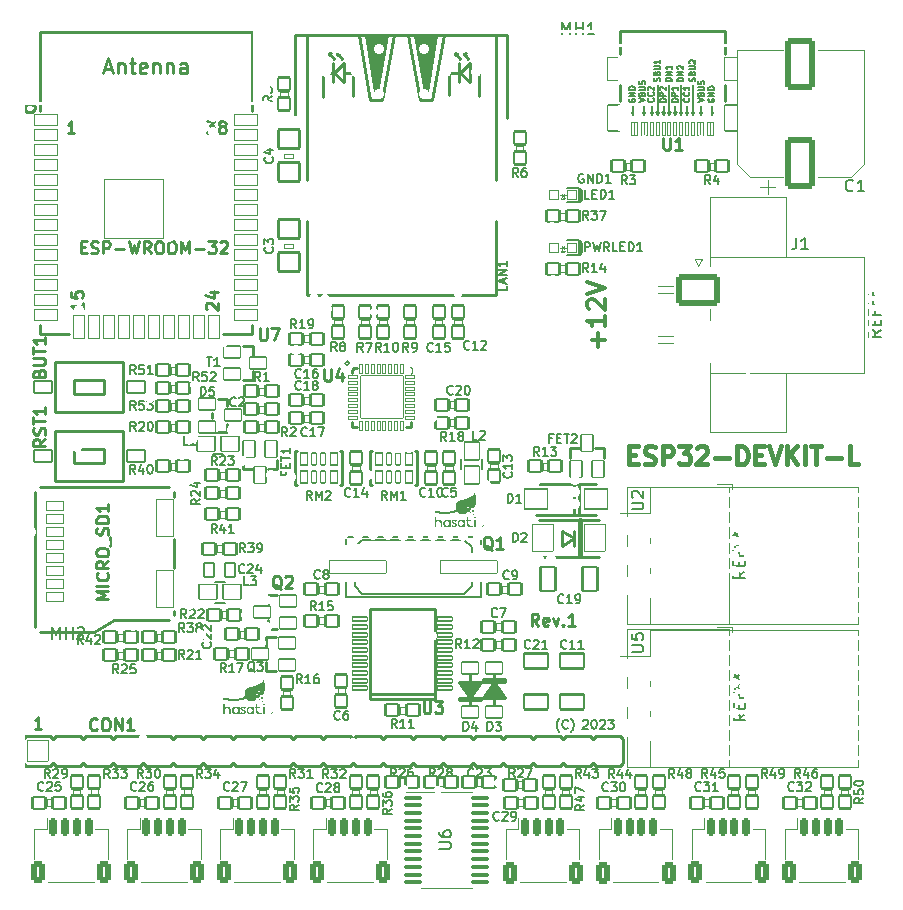
<source format=gbr>
%TF.GenerationSoftware,KiCad,Pcbnew,(7.0.0)*%
%TF.CreationDate,2023-03-12T03:28:47+03:00*%
%TF.ProjectId,ESP32-DEVKIT-L,45535033-322d-4444-9556-4b49542d4c2e,1*%
%TF.SameCoordinates,PX4260300PY8558f68*%
%TF.FileFunction,Legend,Top*%
%TF.FilePolarity,Positive*%
%FSLAX46Y46*%
G04 Gerber Fmt 4.6, Leading zero omitted, Abs format (unit mm)*
G04 Created by KiCad (PCBNEW (7.0.0)) date 2023-03-12 03:28:47*
%MOMM*%
%LPD*%
G01*
G04 APERTURE LIST*
G04 Aperture macros list*
%AMRoundRect*
0 Rectangle with rounded corners*
0 $1 Rounding radius*
0 $2 $3 $4 $5 $6 $7 $8 $9 X,Y pos of 4 corners*
0 Add a 4 corners polygon primitive as box body*
4,1,4,$2,$3,$4,$5,$6,$7,$8,$9,$2,$3,0*
0 Add four circle primitives for the rounded corners*
1,1,$1+$1,$2,$3*
1,1,$1+$1,$4,$5*
1,1,$1+$1,$6,$7*
1,1,$1+$1,$8,$9*
0 Add four rect primitives between the rounded corners*
20,1,$1+$1,$2,$3,$4,$5,0*
20,1,$1+$1,$4,$5,$6,$7,0*
20,1,$1+$1,$6,$7,$8,$9,0*
20,1,$1+$1,$8,$9,$2,$3,0*%
G04 Aperture macros list end*
%ADD10C,0.254000*%
%ADD11C,0.381000*%
%ADD12C,0.190500*%
%ADD13C,0.300000*%
%ADD14C,0.150000*%
%ADD15C,0.127000*%
%ADD16C,0.066040*%
%ADD17C,0.050000*%
%ADD18C,0.100000*%
%ADD19C,0.200000*%
%ADD20C,0.400000*%
%ADD21C,0.120000*%
%ADD22C,1.200000*%
%ADD23C,6.300000*%
%ADD24RoundRect,0.101600X0.499110X-0.549910X0.499110X0.549910X-0.499110X0.549910X-0.499110X-0.549910X0*%
%ADD25RoundRect,0.101600X-0.398780X-0.599440X0.398780X-0.599440X0.398780X0.599440X-0.398780X0.599440X0*%
%ADD26RoundRect,0.101600X-0.499110X0.549910X-0.499110X-0.549910X0.499110X-0.549910X0.499110X0.549910X0*%
%ADD27RoundRect,0.101600X0.549910X0.499110X-0.549910X0.499110X-0.549910X-0.499110X0.549910X-0.499110X0*%
%ADD28RoundRect,0.050800X0.635000X-0.762000X0.635000X0.762000X-0.635000X0.762000X-0.635000X-0.762000X0*%
%ADD29RoundRect,0.050800X0.762000X0.635000X-0.762000X0.635000X-0.762000X-0.635000X0.762000X-0.635000X0*%
%ADD30RoundRect,0.050800X-0.400000X-0.400000X0.400000X-0.400000X0.400000X0.400000X-0.400000X0.400000X0*%
%ADD31RoundRect,0.101600X-0.549910X-0.499110X0.549910X-0.499110X0.549910X0.499110X-0.549910X0.499110X0*%
%ADD32RoundRect,0.050800X-0.317500X-0.508000X0.317500X-0.508000X0.317500X0.508000X-0.317500X0.508000X0*%
%ADD33RoundRect,0.050800X-0.190500X-0.508000X0.190500X-0.508000X0.190500X0.508000X-0.190500X0.508000X0*%
%ADD34RoundRect,0.050800X0.317500X0.508000X-0.317500X0.508000X-0.317500X-0.508000X0.317500X-0.508000X0*%
%ADD35RoundRect,0.050800X0.190500X0.508000X-0.190500X0.508000X-0.190500X-0.508000X0.190500X-0.508000X0*%
%ADD36RoundRect,0.050800X-1.000000X-0.450000X1.000000X-0.450000X1.000000X0.450000X-1.000000X0.450000X0*%
%ADD37RoundRect,0.050800X-0.450000X-1.000000X0.450000X-1.000000X0.450000X1.000000X-0.450000X1.000000X0*%
%ADD38C,2.101600*%
%ADD39RoundRect,0.050800X-2.500000X-2.500000X2.500000X-2.500000X2.500000X2.500000X-2.500000X2.500000X0*%
%ADD40RoundRect,0.050800X-0.400000X-0.125000X0.400000X-0.125000X0.400000X0.125000X-0.400000X0.125000X0*%
%ADD41RoundRect,0.050800X0.125000X-0.400000X0.125000X0.400000X-0.125000X0.400000X-0.125000X-0.400000X0*%
%ADD42RoundRect,0.050800X0.400000X0.125000X-0.400000X0.125000X-0.400000X-0.125000X0.400000X-0.125000X0*%
%ADD43RoundRect,0.050800X-0.125000X0.400000X-0.125000X-0.400000X0.125000X-0.400000X0.125000X0.400000X0*%
%ADD44R,0.400000X0.400000*%
%ADD45R,1.422400X1.422400*%
%ADD46RoundRect,0.050800X-1.800000X1.800000X-1.800000X-1.800000X1.800000X-1.800000X1.800000X1.800000X0*%
%ADD47RoundRect,0.050800X-0.750000X0.400000X-0.750000X-0.400000X0.750000X-0.400000X0.750000X0.400000X0*%
%ADD48C,0.400000*%
%ADD49RoundRect,0.050800X-0.750000X1.550000X-0.750000X-1.550000X0.750000X-1.550000X0.750000X1.550000X0*%
%ADD50RoundRect,0.050800X-0.762000X0.508000X-0.762000X-0.508000X0.762000X-0.508000X0.762000X0.508000X0*%
%ADD51C,3.200000*%
%ADD52C,1.410000*%
%ADD53C,1.650000*%
%ADD54C,2.700000*%
%ADD55RoundRect,0.101600X-0.899160X0.798830X-0.899160X-0.798830X0.899160X-0.798830X0.899160X0.798830X0*%
%ADD56RoundRect,0.101600X0.899160X-0.798830X0.899160X0.798830X-0.899160X0.798830X-0.899160X-0.798830X0*%
%ADD57RoundRect,0.050800X1.000000X0.850000X-1.000000X0.850000X-1.000000X-0.850000X1.000000X-0.850000X0*%
%ADD58RoundRect,0.050800X-0.500000X0.700000X-0.500000X-0.700000X0.500000X-0.700000X0.500000X0.700000X0*%
%ADD59RoundRect,0.050800X-2.413000X-0.550000X2.413000X-0.550000X2.413000X0.550000X-2.413000X0.550000X0*%
%ADD60RoundRect,0.050800X-0.700000X-0.500000X0.700000X-0.500000X0.700000X0.500000X-0.700000X0.500000X0*%
%ADD61RoundRect,0.050800X0.635000X-0.162500X0.635000X0.162500X-0.635000X0.162500X-0.635000X-0.162500X0*%
%ADD62RoundRect,0.050800X-0.889000X-0.889000X0.889000X-0.889000X0.889000X0.889000X-0.889000X0.889000X0*%
%ADD63C,1.879600*%
%ADD64RoundRect,0.050800X0.889000X1.143000X-0.889000X1.143000X-0.889000X-1.143000X0.889000X-1.143000X0*%
%ADD65RoundRect,0.050800X0.500000X-0.700000X0.500000X0.700000X-0.500000X0.700000X-0.500000X-0.700000X0*%
%ADD66RoundRect,0.050800X-0.762000X-0.635000X0.762000X-0.635000X0.762000X0.635000X-0.762000X0.635000X0*%
%ADD67RoundRect,0.050800X0.700000X0.500000X-0.700000X0.500000X-0.700000X-0.500000X0.700000X-0.500000X0*%
%ADD68RoundRect,0.050800X-0.700000X0.500000X-0.700000X-0.500000X0.700000X-0.500000X0.700000X0.500000X0*%
%ADD69RoundRect,0.050800X0.700000X-0.500000X0.700000X0.500000X-0.700000X0.500000X-0.700000X-0.500000X0*%
%ADD70RoundRect,0.150000X-0.150000X-0.625000X0.150000X-0.625000X0.150000X0.625000X-0.150000X0.625000X0*%
%ADD71RoundRect,0.250000X-0.350000X-0.650000X0.350000X-0.650000X0.350000X0.650000X-0.350000X0.650000X0*%
%ADD72RoundRect,0.101600X0.635000X1.029970X-0.635000X1.029970X-0.635000X-1.029970X0.635000X-1.029970X0*%
%ADD73R,2.300000X1.500000*%
%ADD74O,2.300000X1.500000*%
%ADD75R,2.500000X1.700000*%
%ADD76O,2.500000X1.700000*%
%ADD77C,3.000000*%
%ADD78RoundRect,0.250001X-1.599999X1.099999X-1.599999X-1.099999X1.599999X-1.099999X1.599999X1.099999X0*%
%ADD79O,3.700000X2.700000*%
%ADD80RoundRect,0.100000X-0.637500X-0.100000X0.637500X-0.100000X0.637500X0.100000X-0.637500X0.100000X0*%
%ADD81C,0.701600*%
%ADD82RoundRect,0.050800X0.550000X1.100000X-0.550000X1.100000X-0.550000X-1.100000X0.550000X-1.100000X0*%
%ADD83O,1.301600X2.301600*%
%ADD84RoundRect,0.050800X0.550000X1.000000X-0.550000X1.000000X-0.550000X-1.000000X0.550000X-1.000000X0*%
%ADD85O,1.401600X2.101600*%
%ADD86RoundRect,0.050800X0.150000X0.575000X-0.150000X0.575000X-0.150000X-0.575000X0.150000X-0.575000X0*%
%ADD87RoundRect,0.050800X0.125000X0.575000X-0.125000X0.575000X-0.125000X-0.575000X0.125000X-0.575000X0*%
%ADD88C,1.101600*%
%ADD89RoundRect,0.101600X1.029970X-0.635000X1.029970X0.635000X-1.029970X0.635000X-1.029970X-0.635000X0*%
%ADD90RoundRect,0.250000X1.000000X-1.950000X1.000000X1.950000X-1.000000X1.950000X-1.000000X-1.950000X0*%
%ADD91C,0.900000*%
%ADD92C,0.700000*%
%ADD93C,0.750000*%
%TA.AperFunction,Profile*%
%ADD94C,0.254000*%
%TD*%
G04 APERTURE END LIST*
D10*
X43636286Y22456741D02*
X43297619Y22940551D01*
X43055714Y22456741D02*
X43055714Y23472741D01*
X43055714Y23472741D02*
X43442762Y23472741D01*
X43442762Y23472741D02*
X43539524Y23424360D01*
X43539524Y23424360D02*
X43587905Y23375980D01*
X43587905Y23375980D02*
X43636286Y23279218D01*
X43636286Y23279218D02*
X43636286Y23134075D01*
X43636286Y23134075D02*
X43587905Y23037313D01*
X43587905Y23037313D02*
X43539524Y22988932D01*
X43539524Y22988932D02*
X43442762Y22940551D01*
X43442762Y22940551D02*
X43055714Y22940551D01*
X44458762Y22505122D02*
X44362000Y22456741D01*
X44362000Y22456741D02*
X44168476Y22456741D01*
X44168476Y22456741D02*
X44071714Y22505122D01*
X44071714Y22505122D02*
X44023333Y22601884D01*
X44023333Y22601884D02*
X44023333Y22988932D01*
X44023333Y22988932D02*
X44071714Y23085694D01*
X44071714Y23085694D02*
X44168476Y23134075D01*
X44168476Y23134075D02*
X44362000Y23134075D01*
X44362000Y23134075D02*
X44458762Y23085694D01*
X44458762Y23085694D02*
X44507143Y22988932D01*
X44507143Y22988932D02*
X44507143Y22892170D01*
X44507143Y22892170D02*
X44023333Y22795408D01*
X44845809Y23134075D02*
X45087714Y22456741D01*
X45087714Y22456741D02*
X45329619Y23134075D01*
X45716666Y22553503D02*
X45765047Y22505122D01*
X45765047Y22505122D02*
X45716666Y22456741D01*
X45716666Y22456741D02*
X45668285Y22505122D01*
X45668285Y22505122D02*
X45716666Y22553503D01*
X45716666Y22553503D02*
X45716666Y22456741D01*
X46732667Y22456741D02*
X46152095Y22456741D01*
X46442381Y22456741D02*
X46442381Y23472741D01*
X46442381Y23472741D02*
X46345619Y23327599D01*
X46345619Y23327599D02*
X46248857Y23230837D01*
X46248857Y23230837D02*
X46152095Y23182456D01*
D11*
X51330571Y36908398D02*
X51838571Y36908398D01*
X52056285Y36110112D02*
X51330571Y36110112D01*
X51330571Y36110112D02*
X51330571Y37634112D01*
X51330571Y37634112D02*
X52056285Y37634112D01*
X52636856Y36182683D02*
X52854571Y36110112D01*
X52854571Y36110112D02*
X53217428Y36110112D01*
X53217428Y36110112D02*
X53362571Y36182683D01*
X53362571Y36182683D02*
X53435142Y36255255D01*
X53435142Y36255255D02*
X53507713Y36400398D01*
X53507713Y36400398D02*
X53507713Y36545540D01*
X53507713Y36545540D02*
X53435142Y36690683D01*
X53435142Y36690683D02*
X53362571Y36763255D01*
X53362571Y36763255D02*
X53217428Y36835826D01*
X53217428Y36835826D02*
X52927142Y36908398D01*
X52927142Y36908398D02*
X52781999Y36980969D01*
X52781999Y36980969D02*
X52709428Y37053540D01*
X52709428Y37053540D02*
X52636856Y37198683D01*
X52636856Y37198683D02*
X52636856Y37343826D01*
X52636856Y37343826D02*
X52709428Y37488969D01*
X52709428Y37488969D02*
X52781999Y37561540D01*
X52781999Y37561540D02*
X52927142Y37634112D01*
X52927142Y37634112D02*
X53289999Y37634112D01*
X53289999Y37634112D02*
X53507713Y37561540D01*
X54160857Y36110112D02*
X54160857Y37634112D01*
X54160857Y37634112D02*
X54741428Y37634112D01*
X54741428Y37634112D02*
X54886571Y37561540D01*
X54886571Y37561540D02*
X54959142Y37488969D01*
X54959142Y37488969D02*
X55031714Y37343826D01*
X55031714Y37343826D02*
X55031714Y37126112D01*
X55031714Y37126112D02*
X54959142Y36980969D01*
X54959142Y36980969D02*
X54886571Y36908398D01*
X54886571Y36908398D02*
X54741428Y36835826D01*
X54741428Y36835826D02*
X54160857Y36835826D01*
X55539714Y37634112D02*
X56483142Y37634112D01*
X56483142Y37634112D02*
X55975142Y37053540D01*
X55975142Y37053540D02*
X56192857Y37053540D01*
X56192857Y37053540D02*
X56338000Y36980969D01*
X56338000Y36980969D02*
X56410571Y36908398D01*
X56410571Y36908398D02*
X56483142Y36763255D01*
X56483142Y36763255D02*
X56483142Y36400398D01*
X56483142Y36400398D02*
X56410571Y36255255D01*
X56410571Y36255255D02*
X56338000Y36182683D01*
X56338000Y36182683D02*
X56192857Y36110112D01*
X56192857Y36110112D02*
X55757428Y36110112D01*
X55757428Y36110112D02*
X55612285Y36182683D01*
X55612285Y36182683D02*
X55539714Y36255255D01*
X57063714Y37488969D02*
X57136286Y37561540D01*
X57136286Y37561540D02*
X57281429Y37634112D01*
X57281429Y37634112D02*
X57644286Y37634112D01*
X57644286Y37634112D02*
X57789429Y37561540D01*
X57789429Y37561540D02*
X57862000Y37488969D01*
X57862000Y37488969D02*
X57934571Y37343826D01*
X57934571Y37343826D02*
X57934571Y37198683D01*
X57934571Y37198683D02*
X57862000Y36980969D01*
X57862000Y36980969D02*
X56991143Y36110112D01*
X56991143Y36110112D02*
X57934571Y36110112D01*
X58587715Y36690683D02*
X59748858Y36690683D01*
X60474572Y36110112D02*
X60474572Y37634112D01*
X60474572Y37634112D02*
X60837429Y37634112D01*
X60837429Y37634112D02*
X61055143Y37561540D01*
X61055143Y37561540D02*
X61200286Y37416398D01*
X61200286Y37416398D02*
X61272857Y37271255D01*
X61272857Y37271255D02*
X61345429Y36980969D01*
X61345429Y36980969D02*
X61345429Y36763255D01*
X61345429Y36763255D02*
X61272857Y36472969D01*
X61272857Y36472969D02*
X61200286Y36327826D01*
X61200286Y36327826D02*
X61055143Y36182683D01*
X61055143Y36182683D02*
X60837429Y36110112D01*
X60837429Y36110112D02*
X60474572Y36110112D01*
X61998572Y36908398D02*
X62506572Y36908398D01*
X62724286Y36110112D02*
X61998572Y36110112D01*
X61998572Y36110112D02*
X61998572Y37634112D01*
X61998572Y37634112D02*
X62724286Y37634112D01*
X63159714Y37634112D02*
X63667714Y36110112D01*
X63667714Y36110112D02*
X64175714Y37634112D01*
X64683715Y36110112D02*
X64683715Y37634112D01*
X65554572Y36110112D02*
X64901429Y36980969D01*
X65554572Y37634112D02*
X64683715Y36763255D01*
X66207715Y36110112D02*
X66207715Y37634112D01*
X66715714Y37634112D02*
X67586572Y37634112D01*
X67151143Y36110112D02*
X67151143Y37634112D01*
X68094572Y36690683D02*
X69255715Y36690683D01*
X70707143Y36110112D02*
X69981429Y36110112D01*
X69981429Y36110112D02*
X69981429Y37634112D01*
D10*
X1556286Y13721741D02*
X975714Y13721741D01*
X1266000Y13721741D02*
X1266000Y14737741D01*
X1266000Y14737741D02*
X1169238Y14592599D01*
X1169238Y14592599D02*
X1072476Y14495837D01*
X1072476Y14495837D02*
X975714Y14447456D01*
D12*
X45410114Y13439770D02*
X45373829Y13476056D01*
X45373829Y13476056D02*
X45301257Y13584913D01*
X45301257Y13584913D02*
X45264972Y13657485D01*
X45264972Y13657485D02*
X45228686Y13766342D01*
X45228686Y13766342D02*
X45192400Y13947770D01*
X45192400Y13947770D02*
X45192400Y14092913D01*
X45192400Y14092913D02*
X45228686Y14274342D01*
X45228686Y14274342D02*
X45264972Y14383199D01*
X45264972Y14383199D02*
X45301257Y14455770D01*
X45301257Y14455770D02*
X45373829Y14564628D01*
X45373829Y14564628D02*
X45410114Y14600913D01*
X46135829Y13802628D02*
X46099543Y13766342D01*
X46099543Y13766342D02*
X45990686Y13730056D01*
X45990686Y13730056D02*
X45918114Y13730056D01*
X45918114Y13730056D02*
X45809257Y13766342D01*
X45809257Y13766342D02*
X45736686Y13838913D01*
X45736686Y13838913D02*
X45700400Y13911485D01*
X45700400Y13911485D02*
X45664114Y14056628D01*
X45664114Y14056628D02*
X45664114Y14165485D01*
X45664114Y14165485D02*
X45700400Y14310628D01*
X45700400Y14310628D02*
X45736686Y14383199D01*
X45736686Y14383199D02*
X45809257Y14455770D01*
X45809257Y14455770D02*
X45918114Y14492056D01*
X45918114Y14492056D02*
X45990686Y14492056D01*
X45990686Y14492056D02*
X46099543Y14455770D01*
X46099543Y14455770D02*
X46135829Y14419485D01*
X46389829Y13439770D02*
X46426114Y13476056D01*
X46426114Y13476056D02*
X46498686Y13584913D01*
X46498686Y13584913D02*
X46534972Y13657485D01*
X46534972Y13657485D02*
X46571257Y13766342D01*
X46571257Y13766342D02*
X46607543Y13947770D01*
X46607543Y13947770D02*
X46607543Y14092913D01*
X46607543Y14092913D02*
X46571257Y14274342D01*
X46571257Y14274342D02*
X46534972Y14383199D01*
X46534972Y14383199D02*
X46498686Y14455770D01*
X46498686Y14455770D02*
X46426114Y14564628D01*
X46426114Y14564628D02*
X46389829Y14600913D01*
X47391314Y14419485D02*
X47427600Y14455770D01*
X47427600Y14455770D02*
X47500172Y14492056D01*
X47500172Y14492056D02*
X47681600Y14492056D01*
X47681600Y14492056D02*
X47754172Y14455770D01*
X47754172Y14455770D02*
X47790457Y14419485D01*
X47790457Y14419485D02*
X47826743Y14346913D01*
X47826743Y14346913D02*
X47826743Y14274342D01*
X47826743Y14274342D02*
X47790457Y14165485D01*
X47790457Y14165485D02*
X47355029Y13730056D01*
X47355029Y13730056D02*
X47826743Y13730056D01*
X48298457Y14492056D02*
X48371028Y14492056D01*
X48371028Y14492056D02*
X48443600Y14455770D01*
X48443600Y14455770D02*
X48479886Y14419485D01*
X48479886Y14419485D02*
X48516171Y14346913D01*
X48516171Y14346913D02*
X48552457Y14201770D01*
X48552457Y14201770D02*
X48552457Y14020342D01*
X48552457Y14020342D02*
X48516171Y13875199D01*
X48516171Y13875199D02*
X48479886Y13802628D01*
X48479886Y13802628D02*
X48443600Y13766342D01*
X48443600Y13766342D02*
X48371028Y13730056D01*
X48371028Y13730056D02*
X48298457Y13730056D01*
X48298457Y13730056D02*
X48225886Y13766342D01*
X48225886Y13766342D02*
X48189600Y13802628D01*
X48189600Y13802628D02*
X48153314Y13875199D01*
X48153314Y13875199D02*
X48117028Y14020342D01*
X48117028Y14020342D02*
X48117028Y14201770D01*
X48117028Y14201770D02*
X48153314Y14346913D01*
X48153314Y14346913D02*
X48189600Y14419485D01*
X48189600Y14419485D02*
X48225886Y14455770D01*
X48225886Y14455770D02*
X48298457Y14492056D01*
X48842742Y14419485D02*
X48879028Y14455770D01*
X48879028Y14455770D02*
X48951600Y14492056D01*
X48951600Y14492056D02*
X49133028Y14492056D01*
X49133028Y14492056D02*
X49205600Y14455770D01*
X49205600Y14455770D02*
X49241885Y14419485D01*
X49241885Y14419485D02*
X49278171Y14346913D01*
X49278171Y14346913D02*
X49278171Y14274342D01*
X49278171Y14274342D02*
X49241885Y14165485D01*
X49241885Y14165485D02*
X48806457Y13730056D01*
X48806457Y13730056D02*
X49278171Y13730056D01*
X49532171Y14492056D02*
X50003885Y14492056D01*
X50003885Y14492056D02*
X49749885Y14201770D01*
X49749885Y14201770D02*
X49858742Y14201770D01*
X49858742Y14201770D02*
X49931314Y14165485D01*
X49931314Y14165485D02*
X49967599Y14129199D01*
X49967599Y14129199D02*
X50003885Y14056628D01*
X50003885Y14056628D02*
X50003885Y13875199D01*
X50003885Y13875199D02*
X49967599Y13802628D01*
X49967599Y13802628D02*
X49931314Y13766342D01*
X49931314Y13766342D02*
X49858742Y13730056D01*
X49858742Y13730056D02*
X49641028Y13730056D01*
X49641028Y13730056D02*
X49568456Y13766342D01*
X49568456Y13766342D02*
X49532171Y13802628D01*
D13*
X48699642Y46057144D02*
X48699642Y47200001D01*
X49271071Y46628573D02*
X48128214Y46628573D01*
X49271071Y48700002D02*
X49271071Y47842859D01*
X49271071Y48271430D02*
X47771071Y48271430D01*
X47771071Y48271430D02*
X47985357Y48128573D01*
X47985357Y48128573D02*
X48128214Y47985716D01*
X48128214Y47985716D02*
X48199642Y47842859D01*
X47913928Y49271430D02*
X47842500Y49342858D01*
X47842500Y49342858D02*
X47771071Y49485715D01*
X47771071Y49485715D02*
X47771071Y49842858D01*
X47771071Y49842858D02*
X47842500Y49985715D01*
X47842500Y49985715D02*
X47913928Y50057144D01*
X47913928Y50057144D02*
X48056785Y50128573D01*
X48056785Y50128573D02*
X48199642Y50128573D01*
X48199642Y50128573D02*
X48413928Y50057144D01*
X48413928Y50057144D02*
X49271071Y49200001D01*
X49271071Y49200001D02*
X49271071Y50128573D01*
X47771071Y50557144D02*
X49271071Y51057144D01*
X49271071Y51057144D02*
X47771071Y51557144D01*
D14*
X2472667Y21347620D02*
X2472667Y22347620D01*
X2472667Y22347620D02*
X2806000Y21633334D01*
X2806000Y21633334D02*
X3139333Y22347620D01*
X3139333Y22347620D02*
X3139333Y21347620D01*
X3615524Y21347620D02*
X3615524Y22347620D01*
X3615524Y21871429D02*
X4186952Y21871429D01*
X4186952Y21347620D02*
X4186952Y22347620D01*
X4615524Y22252381D02*
X4663143Y22300000D01*
X4663143Y22300000D02*
X4758381Y22347620D01*
X4758381Y22347620D02*
X4996476Y22347620D01*
X4996476Y22347620D02*
X5091714Y22300000D01*
X5091714Y22300000D02*
X5139333Y22252381D01*
X5139333Y22252381D02*
X5186952Y22157143D01*
X5186952Y22157143D02*
X5186952Y22061905D01*
X5186952Y22061905D02*
X5139333Y21919048D01*
X5139333Y21919048D02*
X4567905Y21347620D01*
X4567905Y21347620D02*
X5186952Y21347620D01*
D12*
X35943000Y33462628D02*
X35906714Y33426342D01*
X35906714Y33426342D02*
X35797857Y33390056D01*
X35797857Y33390056D02*
X35725285Y33390056D01*
X35725285Y33390056D02*
X35616428Y33426342D01*
X35616428Y33426342D02*
X35543857Y33498913D01*
X35543857Y33498913D02*
X35507571Y33571485D01*
X35507571Y33571485D02*
X35471285Y33716628D01*
X35471285Y33716628D02*
X35471285Y33825485D01*
X35471285Y33825485D02*
X35507571Y33970628D01*
X35507571Y33970628D02*
X35543857Y34043199D01*
X35543857Y34043199D02*
X35616428Y34115770D01*
X35616428Y34115770D02*
X35725285Y34152056D01*
X35725285Y34152056D02*
X35797857Y34152056D01*
X35797857Y34152056D02*
X35906714Y34115770D01*
X35906714Y34115770D02*
X35943000Y34079485D01*
X36632428Y34152056D02*
X36269571Y34152056D01*
X36269571Y34152056D02*
X36233285Y33789199D01*
X36233285Y33789199D02*
X36269571Y33825485D01*
X36269571Y33825485D02*
X36342143Y33861770D01*
X36342143Y33861770D02*
X36523571Y33861770D01*
X36523571Y33861770D02*
X36596143Y33825485D01*
X36596143Y33825485D02*
X36632428Y33789199D01*
X36632428Y33789199D02*
X36668714Y33716628D01*
X36668714Y33716628D02*
X36668714Y33535199D01*
X36668714Y33535199D02*
X36632428Y33462628D01*
X36632428Y33462628D02*
X36596143Y33426342D01*
X36596143Y33426342D02*
X36523571Y33390056D01*
X36523571Y33390056D02*
X36342143Y33390056D01*
X36342143Y33390056D02*
X36269571Y33426342D01*
X36269571Y33426342D02*
X36233285Y33462628D01*
X34050143Y33462628D02*
X34013857Y33426342D01*
X34013857Y33426342D02*
X33905000Y33390056D01*
X33905000Y33390056D02*
X33832428Y33390056D01*
X33832428Y33390056D02*
X33723571Y33426342D01*
X33723571Y33426342D02*
X33651000Y33498913D01*
X33651000Y33498913D02*
X33614714Y33571485D01*
X33614714Y33571485D02*
X33578428Y33716628D01*
X33578428Y33716628D02*
X33578428Y33825485D01*
X33578428Y33825485D02*
X33614714Y33970628D01*
X33614714Y33970628D02*
X33651000Y34043199D01*
X33651000Y34043199D02*
X33723571Y34115770D01*
X33723571Y34115770D02*
X33832428Y34152056D01*
X33832428Y34152056D02*
X33905000Y34152056D01*
X33905000Y34152056D02*
X34013857Y34115770D01*
X34013857Y34115770D02*
X34050143Y34079485D01*
X34775857Y33390056D02*
X34340428Y33390056D01*
X34558143Y33390056D02*
X34558143Y34152056D01*
X34558143Y34152056D02*
X34485571Y34043199D01*
X34485571Y34043199D02*
X34413000Y33970628D01*
X34413000Y33970628D02*
X34340428Y33934342D01*
X35247571Y34152056D02*
X35320142Y34152056D01*
X35320142Y34152056D02*
X35392714Y34115770D01*
X35392714Y34115770D02*
X35429000Y34079485D01*
X35429000Y34079485D02*
X35465285Y34006913D01*
X35465285Y34006913D02*
X35501571Y33861770D01*
X35501571Y33861770D02*
X35501571Y33680342D01*
X35501571Y33680342D02*
X35465285Y33535199D01*
X35465285Y33535199D02*
X35429000Y33462628D01*
X35429000Y33462628D02*
X35392714Y33426342D01*
X35392714Y33426342D02*
X35320142Y33390056D01*
X35320142Y33390056D02*
X35247571Y33390056D01*
X35247571Y33390056D02*
X35175000Y33426342D01*
X35175000Y33426342D02*
X35138714Y33462628D01*
X35138714Y33462628D02*
X35102428Y33535199D01*
X35102428Y33535199D02*
X35066142Y33680342D01*
X35066142Y33680342D02*
X35066142Y33861770D01*
X35066142Y33861770D02*
X35102428Y34006913D01*
X35102428Y34006913D02*
X35138714Y34079485D01*
X35138714Y34079485D02*
X35175000Y34115770D01*
X35175000Y34115770D02*
X35247571Y34152056D01*
X18730143Y26972628D02*
X18693857Y26936342D01*
X18693857Y26936342D02*
X18585000Y26900056D01*
X18585000Y26900056D02*
X18512428Y26900056D01*
X18512428Y26900056D02*
X18403571Y26936342D01*
X18403571Y26936342D02*
X18331000Y27008913D01*
X18331000Y27008913D02*
X18294714Y27081485D01*
X18294714Y27081485D02*
X18258428Y27226628D01*
X18258428Y27226628D02*
X18258428Y27335485D01*
X18258428Y27335485D02*
X18294714Y27480628D01*
X18294714Y27480628D02*
X18331000Y27553199D01*
X18331000Y27553199D02*
X18403571Y27625770D01*
X18403571Y27625770D02*
X18512428Y27662056D01*
X18512428Y27662056D02*
X18585000Y27662056D01*
X18585000Y27662056D02*
X18693857Y27625770D01*
X18693857Y27625770D02*
X18730143Y27589485D01*
X19020428Y27589485D02*
X19056714Y27625770D01*
X19056714Y27625770D02*
X19129286Y27662056D01*
X19129286Y27662056D02*
X19310714Y27662056D01*
X19310714Y27662056D02*
X19383286Y27625770D01*
X19383286Y27625770D02*
X19419571Y27589485D01*
X19419571Y27589485D02*
X19455857Y27516913D01*
X19455857Y27516913D02*
X19455857Y27444342D01*
X19455857Y27444342D02*
X19419571Y27335485D01*
X19419571Y27335485D02*
X18984143Y26900056D01*
X18984143Y26900056D02*
X19455857Y26900056D01*
X20109000Y27408056D02*
X20109000Y26900056D01*
X19927571Y27698342D02*
X19746142Y27154056D01*
X19746142Y27154056D02*
X20217857Y27154056D01*
X37780143Y45912628D02*
X37743857Y45876342D01*
X37743857Y45876342D02*
X37635000Y45840056D01*
X37635000Y45840056D02*
X37562428Y45840056D01*
X37562428Y45840056D02*
X37453571Y45876342D01*
X37453571Y45876342D02*
X37381000Y45948913D01*
X37381000Y45948913D02*
X37344714Y46021485D01*
X37344714Y46021485D02*
X37308428Y46166628D01*
X37308428Y46166628D02*
X37308428Y46275485D01*
X37308428Y46275485D02*
X37344714Y46420628D01*
X37344714Y46420628D02*
X37381000Y46493199D01*
X37381000Y46493199D02*
X37453571Y46565770D01*
X37453571Y46565770D02*
X37562428Y46602056D01*
X37562428Y46602056D02*
X37635000Y46602056D01*
X37635000Y46602056D02*
X37743857Y46565770D01*
X37743857Y46565770D02*
X37780143Y46529485D01*
X38505857Y45840056D02*
X38070428Y45840056D01*
X38288143Y45840056D02*
X38288143Y46602056D01*
X38288143Y46602056D02*
X38215571Y46493199D01*
X38215571Y46493199D02*
X38143000Y46420628D01*
X38143000Y46420628D02*
X38070428Y46384342D01*
X38796142Y46529485D02*
X38832428Y46565770D01*
X38832428Y46565770D02*
X38905000Y46602056D01*
X38905000Y46602056D02*
X39086428Y46602056D01*
X39086428Y46602056D02*
X39159000Y46565770D01*
X39159000Y46565770D02*
X39195285Y46529485D01*
X39195285Y46529485D02*
X39231571Y46456913D01*
X39231571Y46456913D02*
X39231571Y46384342D01*
X39231571Y46384342D02*
X39195285Y46275485D01*
X39195285Y46275485D02*
X38759857Y45840056D01*
X38759857Y45840056D02*
X39231571Y45840056D01*
X41337372Y35450144D02*
X41373658Y35413858D01*
X41373658Y35413858D02*
X41409944Y35305001D01*
X41409944Y35305001D02*
X41409944Y35232429D01*
X41409944Y35232429D02*
X41373658Y35123572D01*
X41373658Y35123572D02*
X41301087Y35051001D01*
X41301087Y35051001D02*
X41228515Y35014715D01*
X41228515Y35014715D02*
X41083372Y34978429D01*
X41083372Y34978429D02*
X40974515Y34978429D01*
X40974515Y34978429D02*
X40829372Y35014715D01*
X40829372Y35014715D02*
X40756801Y35051001D01*
X40756801Y35051001D02*
X40684230Y35123572D01*
X40684230Y35123572D02*
X40647944Y35232429D01*
X40647944Y35232429D02*
X40647944Y35305001D01*
X40647944Y35305001D02*
X40684230Y35413858D01*
X40684230Y35413858D02*
X40720515Y35450144D01*
X41409944Y36175858D02*
X41409944Y35740429D01*
X41409944Y35958144D02*
X40647944Y35958144D01*
X40647944Y35958144D02*
X40756801Y35885572D01*
X40756801Y35885572D02*
X40829372Y35813001D01*
X40829372Y35813001D02*
X40865658Y35740429D01*
X40647944Y36429858D02*
X40647944Y36901572D01*
X40647944Y36901572D02*
X40938230Y36647572D01*
X40938230Y36647572D02*
X40938230Y36756429D01*
X40938230Y36756429D02*
X40974515Y36829000D01*
X40974515Y36829000D02*
X41010801Y36865286D01*
X41010801Y36865286D02*
X41083372Y36901572D01*
X41083372Y36901572D02*
X41264801Y36901572D01*
X41264801Y36901572D02*
X41337372Y36865286D01*
X41337372Y36865286D02*
X41373658Y36829000D01*
X41373658Y36829000D02*
X41409944Y36756429D01*
X41409944Y36756429D02*
X41409944Y36538715D01*
X41409944Y36538715D02*
X41373658Y36466143D01*
X41373658Y36466143D02*
X41337372Y36429858D01*
X27700143Y33432628D02*
X27663857Y33396342D01*
X27663857Y33396342D02*
X27555000Y33360056D01*
X27555000Y33360056D02*
X27482428Y33360056D01*
X27482428Y33360056D02*
X27373571Y33396342D01*
X27373571Y33396342D02*
X27301000Y33468913D01*
X27301000Y33468913D02*
X27264714Y33541485D01*
X27264714Y33541485D02*
X27228428Y33686628D01*
X27228428Y33686628D02*
X27228428Y33795485D01*
X27228428Y33795485D02*
X27264714Y33940628D01*
X27264714Y33940628D02*
X27301000Y34013199D01*
X27301000Y34013199D02*
X27373571Y34085770D01*
X27373571Y34085770D02*
X27482428Y34122056D01*
X27482428Y34122056D02*
X27555000Y34122056D01*
X27555000Y34122056D02*
X27663857Y34085770D01*
X27663857Y34085770D02*
X27700143Y34049485D01*
X28425857Y33360056D02*
X27990428Y33360056D01*
X28208143Y33360056D02*
X28208143Y34122056D01*
X28208143Y34122056D02*
X28135571Y34013199D01*
X28135571Y34013199D02*
X28063000Y33940628D01*
X28063000Y33940628D02*
X27990428Y33904342D01*
X29079000Y33868056D02*
X29079000Y33360056D01*
X28897571Y34158342D02*
X28716142Y33614056D01*
X28716142Y33614056D02*
X29187857Y33614056D01*
X34690143Y45712628D02*
X34653857Y45676342D01*
X34653857Y45676342D02*
X34545000Y45640056D01*
X34545000Y45640056D02*
X34472428Y45640056D01*
X34472428Y45640056D02*
X34363571Y45676342D01*
X34363571Y45676342D02*
X34291000Y45748913D01*
X34291000Y45748913D02*
X34254714Y45821485D01*
X34254714Y45821485D02*
X34218428Y45966628D01*
X34218428Y45966628D02*
X34218428Y46075485D01*
X34218428Y46075485D02*
X34254714Y46220628D01*
X34254714Y46220628D02*
X34291000Y46293199D01*
X34291000Y46293199D02*
X34363571Y46365770D01*
X34363571Y46365770D02*
X34472428Y46402056D01*
X34472428Y46402056D02*
X34545000Y46402056D01*
X34545000Y46402056D02*
X34653857Y46365770D01*
X34653857Y46365770D02*
X34690143Y46329485D01*
X35415857Y45640056D02*
X34980428Y45640056D01*
X35198143Y45640056D02*
X35198143Y46402056D01*
X35198143Y46402056D02*
X35125571Y46293199D01*
X35125571Y46293199D02*
X35053000Y46220628D01*
X35053000Y46220628D02*
X34980428Y46184342D01*
X36105285Y46402056D02*
X35742428Y46402056D01*
X35742428Y46402056D02*
X35706142Y46039199D01*
X35706142Y46039199D02*
X35742428Y46075485D01*
X35742428Y46075485D02*
X35815000Y46111770D01*
X35815000Y46111770D02*
X35996428Y46111770D01*
X35996428Y46111770D02*
X36069000Y46075485D01*
X36069000Y46075485D02*
X36105285Y46039199D01*
X36105285Y46039199D02*
X36141571Y45966628D01*
X36141571Y45966628D02*
X36141571Y45785199D01*
X36141571Y45785199D02*
X36105285Y45712628D01*
X36105285Y45712628D02*
X36069000Y45676342D01*
X36069000Y45676342D02*
X35996428Y45640056D01*
X35996428Y45640056D02*
X35815000Y45640056D01*
X35815000Y45640056D02*
X35742428Y45676342D01*
X35742428Y45676342D02*
X35706142Y45712628D01*
X23509143Y43502628D02*
X23472857Y43466342D01*
X23472857Y43466342D02*
X23364000Y43430056D01*
X23364000Y43430056D02*
X23291428Y43430056D01*
X23291428Y43430056D02*
X23182571Y43466342D01*
X23182571Y43466342D02*
X23110000Y43538913D01*
X23110000Y43538913D02*
X23073714Y43611485D01*
X23073714Y43611485D02*
X23037428Y43756628D01*
X23037428Y43756628D02*
X23037428Y43865485D01*
X23037428Y43865485D02*
X23073714Y44010628D01*
X23073714Y44010628D02*
X23110000Y44083199D01*
X23110000Y44083199D02*
X23182571Y44155770D01*
X23182571Y44155770D02*
X23291428Y44192056D01*
X23291428Y44192056D02*
X23364000Y44192056D01*
X23364000Y44192056D02*
X23472857Y44155770D01*
X23472857Y44155770D02*
X23509143Y44119485D01*
X24234857Y43430056D02*
X23799428Y43430056D01*
X24017143Y43430056D02*
X24017143Y44192056D01*
X24017143Y44192056D02*
X23944571Y44083199D01*
X23944571Y44083199D02*
X23872000Y44010628D01*
X23872000Y44010628D02*
X23799428Y43974342D01*
X24888000Y44192056D02*
X24742857Y44192056D01*
X24742857Y44192056D02*
X24670285Y44155770D01*
X24670285Y44155770D02*
X24634000Y44119485D01*
X24634000Y44119485D02*
X24561428Y44010628D01*
X24561428Y44010628D02*
X24525142Y43865485D01*
X24525142Y43865485D02*
X24525142Y43575199D01*
X24525142Y43575199D02*
X24561428Y43502628D01*
X24561428Y43502628D02*
X24597714Y43466342D01*
X24597714Y43466342D02*
X24670285Y43430056D01*
X24670285Y43430056D02*
X24815428Y43430056D01*
X24815428Y43430056D02*
X24888000Y43466342D01*
X24888000Y43466342D02*
X24924285Y43502628D01*
X24924285Y43502628D02*
X24960571Y43575199D01*
X24960571Y43575199D02*
X24960571Y43756628D01*
X24960571Y43756628D02*
X24924285Y43829199D01*
X24924285Y43829199D02*
X24888000Y43865485D01*
X24888000Y43865485D02*
X24815428Y43901770D01*
X24815428Y43901770D02*
X24670285Y43901770D01*
X24670285Y43901770D02*
X24597714Y43865485D01*
X24597714Y43865485D02*
X24561428Y43829199D01*
X24561428Y43829199D02*
X24525142Y43756628D01*
X24030143Y38552628D02*
X23993857Y38516342D01*
X23993857Y38516342D02*
X23885000Y38480056D01*
X23885000Y38480056D02*
X23812428Y38480056D01*
X23812428Y38480056D02*
X23703571Y38516342D01*
X23703571Y38516342D02*
X23631000Y38588913D01*
X23631000Y38588913D02*
X23594714Y38661485D01*
X23594714Y38661485D02*
X23558428Y38806628D01*
X23558428Y38806628D02*
X23558428Y38915485D01*
X23558428Y38915485D02*
X23594714Y39060628D01*
X23594714Y39060628D02*
X23631000Y39133199D01*
X23631000Y39133199D02*
X23703571Y39205770D01*
X23703571Y39205770D02*
X23812428Y39242056D01*
X23812428Y39242056D02*
X23885000Y39242056D01*
X23885000Y39242056D02*
X23993857Y39205770D01*
X23993857Y39205770D02*
X24030143Y39169485D01*
X24755857Y38480056D02*
X24320428Y38480056D01*
X24538143Y38480056D02*
X24538143Y39242056D01*
X24538143Y39242056D02*
X24465571Y39133199D01*
X24465571Y39133199D02*
X24393000Y39060628D01*
X24393000Y39060628D02*
X24320428Y39024342D01*
X25009857Y39242056D02*
X25517857Y39242056D01*
X25517857Y39242056D02*
X25191285Y38480056D01*
X23509143Y42492628D02*
X23472857Y42456342D01*
X23472857Y42456342D02*
X23364000Y42420056D01*
X23364000Y42420056D02*
X23291428Y42420056D01*
X23291428Y42420056D02*
X23182571Y42456342D01*
X23182571Y42456342D02*
X23110000Y42528913D01*
X23110000Y42528913D02*
X23073714Y42601485D01*
X23073714Y42601485D02*
X23037428Y42746628D01*
X23037428Y42746628D02*
X23037428Y42855485D01*
X23037428Y42855485D02*
X23073714Y43000628D01*
X23073714Y43000628D02*
X23110000Y43073199D01*
X23110000Y43073199D02*
X23182571Y43145770D01*
X23182571Y43145770D02*
X23291428Y43182056D01*
X23291428Y43182056D02*
X23364000Y43182056D01*
X23364000Y43182056D02*
X23472857Y43145770D01*
X23472857Y43145770D02*
X23509143Y43109485D01*
X24234857Y42420056D02*
X23799428Y42420056D01*
X24017143Y42420056D02*
X24017143Y43182056D01*
X24017143Y43182056D02*
X23944571Y43073199D01*
X23944571Y43073199D02*
X23872000Y43000628D01*
X23872000Y43000628D02*
X23799428Y42964342D01*
X24670285Y42855485D02*
X24597714Y42891770D01*
X24597714Y42891770D02*
X24561428Y42928056D01*
X24561428Y42928056D02*
X24525142Y43000628D01*
X24525142Y43000628D02*
X24525142Y43036913D01*
X24525142Y43036913D02*
X24561428Y43109485D01*
X24561428Y43109485D02*
X24597714Y43145770D01*
X24597714Y43145770D02*
X24670285Y43182056D01*
X24670285Y43182056D02*
X24815428Y43182056D01*
X24815428Y43182056D02*
X24888000Y43145770D01*
X24888000Y43145770D02*
X24924285Y43109485D01*
X24924285Y43109485D02*
X24960571Y43036913D01*
X24960571Y43036913D02*
X24960571Y43000628D01*
X24960571Y43000628D02*
X24924285Y42928056D01*
X24924285Y42928056D02*
X24888000Y42891770D01*
X24888000Y42891770D02*
X24815428Y42855485D01*
X24815428Y42855485D02*
X24670285Y42855485D01*
X24670285Y42855485D02*
X24597714Y42819199D01*
X24597714Y42819199D02*
X24561428Y42782913D01*
X24561428Y42782913D02*
X24525142Y42710342D01*
X24525142Y42710342D02*
X24525142Y42565199D01*
X24525142Y42565199D02*
X24561428Y42492628D01*
X24561428Y42492628D02*
X24597714Y42456342D01*
X24597714Y42456342D02*
X24670285Y42420056D01*
X24670285Y42420056D02*
X24815428Y42420056D01*
X24815428Y42420056D02*
X24888000Y42456342D01*
X24888000Y42456342D02*
X24924285Y42492628D01*
X24924285Y42492628D02*
X24960571Y42565199D01*
X24960571Y42565199D02*
X24960571Y42710342D01*
X24960571Y42710342D02*
X24924285Y42782913D01*
X24924285Y42782913D02*
X24888000Y42819199D01*
X24888000Y42819199D02*
X24815428Y42855485D01*
X36360143Y42102628D02*
X36323857Y42066342D01*
X36323857Y42066342D02*
X36215000Y42030056D01*
X36215000Y42030056D02*
X36142428Y42030056D01*
X36142428Y42030056D02*
X36033571Y42066342D01*
X36033571Y42066342D02*
X35961000Y42138913D01*
X35961000Y42138913D02*
X35924714Y42211485D01*
X35924714Y42211485D02*
X35888428Y42356628D01*
X35888428Y42356628D02*
X35888428Y42465485D01*
X35888428Y42465485D02*
X35924714Y42610628D01*
X35924714Y42610628D02*
X35961000Y42683199D01*
X35961000Y42683199D02*
X36033571Y42755770D01*
X36033571Y42755770D02*
X36142428Y42792056D01*
X36142428Y42792056D02*
X36215000Y42792056D01*
X36215000Y42792056D02*
X36323857Y42755770D01*
X36323857Y42755770D02*
X36360143Y42719485D01*
X36650428Y42719485D02*
X36686714Y42755770D01*
X36686714Y42755770D02*
X36759286Y42792056D01*
X36759286Y42792056D02*
X36940714Y42792056D01*
X36940714Y42792056D02*
X37013286Y42755770D01*
X37013286Y42755770D02*
X37049571Y42719485D01*
X37049571Y42719485D02*
X37085857Y42646913D01*
X37085857Y42646913D02*
X37085857Y42574342D01*
X37085857Y42574342D02*
X37049571Y42465485D01*
X37049571Y42465485D02*
X36614143Y42030056D01*
X36614143Y42030056D02*
X37085857Y42030056D01*
X37557571Y42792056D02*
X37630142Y42792056D01*
X37630142Y42792056D02*
X37702714Y42755770D01*
X37702714Y42755770D02*
X37739000Y42719485D01*
X37739000Y42719485D02*
X37775285Y42646913D01*
X37775285Y42646913D02*
X37811571Y42501770D01*
X37811571Y42501770D02*
X37811571Y42320342D01*
X37811571Y42320342D02*
X37775285Y42175199D01*
X37775285Y42175199D02*
X37739000Y42102628D01*
X37739000Y42102628D02*
X37702714Y42066342D01*
X37702714Y42066342D02*
X37630142Y42030056D01*
X37630142Y42030056D02*
X37557571Y42030056D01*
X37557571Y42030056D02*
X37485000Y42066342D01*
X37485000Y42066342D02*
X37448714Y42102628D01*
X37448714Y42102628D02*
X37412428Y42175199D01*
X37412428Y42175199D02*
X37376142Y42320342D01*
X37376142Y42320342D02*
X37376142Y42501770D01*
X37376142Y42501770D02*
X37412428Y42646913D01*
X37412428Y42646913D02*
X37448714Y42719485D01*
X37448714Y42719485D02*
X37485000Y42755770D01*
X37485000Y42755770D02*
X37557571Y42792056D01*
X38453000Y38210056D02*
X38090143Y38210056D01*
X38090143Y38210056D02*
X38090143Y38972056D01*
X38670714Y38899485D02*
X38707000Y38935770D01*
X38707000Y38935770D02*
X38779572Y38972056D01*
X38779572Y38972056D02*
X38961000Y38972056D01*
X38961000Y38972056D02*
X39033572Y38935770D01*
X39033572Y38935770D02*
X39069857Y38899485D01*
X39069857Y38899485D02*
X39106143Y38826913D01*
X39106143Y38826913D02*
X39106143Y38754342D01*
X39106143Y38754342D02*
X39069857Y38645485D01*
X39069857Y38645485D02*
X38634429Y38210056D01*
X38634429Y38210056D02*
X39106143Y38210056D01*
X19103000Y25880056D02*
X18740143Y25880056D01*
X18740143Y25880056D02*
X18740143Y26642056D01*
X19284429Y26642056D02*
X19756143Y26642056D01*
X19756143Y26642056D02*
X19502143Y26351770D01*
X19502143Y26351770D02*
X19611000Y26351770D01*
X19611000Y26351770D02*
X19683572Y26315485D01*
X19683572Y26315485D02*
X19719857Y26279199D01*
X19719857Y26279199D02*
X19756143Y26206628D01*
X19756143Y26206628D02*
X19756143Y26025199D01*
X19756143Y26025199D02*
X19719857Y25952628D01*
X19719857Y25952628D02*
X19683572Y25916342D01*
X19683572Y25916342D02*
X19611000Y25880056D01*
X19611000Y25880056D02*
X19393286Y25880056D01*
X19393286Y25880056D02*
X19320714Y25916342D01*
X19320714Y25916342D02*
X19284429Y25952628D01*
X47562000Y54170056D02*
X47562000Y54932056D01*
X47562000Y54932056D02*
X47852286Y54932056D01*
X47852286Y54932056D02*
X47924857Y54895770D01*
X47924857Y54895770D02*
X47961143Y54859485D01*
X47961143Y54859485D02*
X47997429Y54786913D01*
X47997429Y54786913D02*
X47997429Y54678056D01*
X47997429Y54678056D02*
X47961143Y54605485D01*
X47961143Y54605485D02*
X47924857Y54569199D01*
X47924857Y54569199D02*
X47852286Y54532913D01*
X47852286Y54532913D02*
X47562000Y54532913D01*
X48251429Y54932056D02*
X48432857Y54170056D01*
X48432857Y54170056D02*
X48578000Y54714342D01*
X48578000Y54714342D02*
X48723143Y54170056D01*
X48723143Y54170056D02*
X48904572Y54932056D01*
X49630286Y54170056D02*
X49376286Y54532913D01*
X49194857Y54170056D02*
X49194857Y54932056D01*
X49194857Y54932056D02*
X49485143Y54932056D01*
X49485143Y54932056D02*
X49557714Y54895770D01*
X49557714Y54895770D02*
X49594000Y54859485D01*
X49594000Y54859485D02*
X49630286Y54786913D01*
X49630286Y54786913D02*
X49630286Y54678056D01*
X49630286Y54678056D02*
X49594000Y54605485D01*
X49594000Y54605485D02*
X49557714Y54569199D01*
X49557714Y54569199D02*
X49485143Y54532913D01*
X49485143Y54532913D02*
X49194857Y54532913D01*
X50319714Y54170056D02*
X49956857Y54170056D01*
X49956857Y54170056D02*
X49956857Y54932056D01*
X50573714Y54569199D02*
X50827714Y54569199D01*
X50936571Y54170056D02*
X50573714Y54170056D01*
X50573714Y54170056D02*
X50573714Y54932056D01*
X50573714Y54932056D02*
X50936571Y54932056D01*
X51263143Y54170056D02*
X51263143Y54932056D01*
X51263143Y54932056D02*
X51444572Y54932056D01*
X51444572Y54932056D02*
X51553429Y54895770D01*
X51553429Y54895770D02*
X51626000Y54823199D01*
X51626000Y54823199D02*
X51662286Y54750628D01*
X51662286Y54750628D02*
X51698572Y54605485D01*
X51698572Y54605485D02*
X51698572Y54496628D01*
X51698572Y54496628D02*
X51662286Y54351485D01*
X51662286Y54351485D02*
X51626000Y54278913D01*
X51626000Y54278913D02*
X51553429Y54206342D01*
X51553429Y54206342D02*
X51444572Y54170056D01*
X51444572Y54170056D02*
X51263143Y54170056D01*
X52424286Y54170056D02*
X51988857Y54170056D01*
X52206572Y54170056D02*
X52206572Y54932056D01*
X52206572Y54932056D02*
X52134000Y54823199D01*
X52134000Y54823199D02*
X52061429Y54750628D01*
X52061429Y54750628D02*
X51988857Y54714342D01*
X9520143Y43760056D02*
X9266143Y44122913D01*
X9084714Y43760056D02*
X9084714Y44522056D01*
X9084714Y44522056D02*
X9375000Y44522056D01*
X9375000Y44522056D02*
X9447571Y44485770D01*
X9447571Y44485770D02*
X9483857Y44449485D01*
X9483857Y44449485D02*
X9520143Y44376913D01*
X9520143Y44376913D02*
X9520143Y44268056D01*
X9520143Y44268056D02*
X9483857Y44195485D01*
X9483857Y44195485D02*
X9447571Y44159199D01*
X9447571Y44159199D02*
X9375000Y44122913D01*
X9375000Y44122913D02*
X9084714Y44122913D01*
X10209571Y44522056D02*
X9846714Y44522056D01*
X9846714Y44522056D02*
X9810428Y44159199D01*
X9810428Y44159199D02*
X9846714Y44195485D01*
X9846714Y44195485D02*
X9919286Y44231770D01*
X9919286Y44231770D02*
X10100714Y44231770D01*
X10100714Y44231770D02*
X10173286Y44195485D01*
X10173286Y44195485D02*
X10209571Y44159199D01*
X10209571Y44159199D02*
X10245857Y44086628D01*
X10245857Y44086628D02*
X10245857Y43905199D01*
X10245857Y43905199D02*
X10209571Y43832628D01*
X10209571Y43832628D02*
X10173286Y43796342D01*
X10173286Y43796342D02*
X10100714Y43760056D01*
X10100714Y43760056D02*
X9919286Y43760056D01*
X9919286Y43760056D02*
X9846714Y43796342D01*
X9846714Y43796342D02*
X9810428Y43832628D01*
X10971571Y43760056D02*
X10536142Y43760056D01*
X10753857Y43760056D02*
X10753857Y44522056D01*
X10753857Y44522056D02*
X10681285Y44413199D01*
X10681285Y44413199D02*
X10608714Y44340628D01*
X10608714Y44340628D02*
X10536142Y44304342D01*
X21103944Y67308001D02*
X20741087Y67054001D01*
X21103944Y66872572D02*
X20341944Y66872572D01*
X20341944Y66872572D02*
X20341944Y67162858D01*
X20341944Y67162858D02*
X20378230Y67235429D01*
X20378230Y67235429D02*
X20414515Y67271715D01*
X20414515Y67271715D02*
X20487087Y67308001D01*
X20487087Y67308001D02*
X20595944Y67308001D01*
X20595944Y67308001D02*
X20668515Y67271715D01*
X20668515Y67271715D02*
X20704801Y67235429D01*
X20704801Y67235429D02*
X20741087Y67162858D01*
X20741087Y67162858D02*
X20741087Y66872572D01*
X20341944Y67997429D02*
X20341944Y67634572D01*
X20341944Y67634572D02*
X20704801Y67598286D01*
X20704801Y67598286D02*
X20668515Y67634572D01*
X20668515Y67634572D02*
X20632230Y67707143D01*
X20632230Y67707143D02*
X20632230Y67888572D01*
X20632230Y67888572D02*
X20668515Y67961143D01*
X20668515Y67961143D02*
X20704801Y67997429D01*
X20704801Y67997429D02*
X20777372Y68033715D01*
X20777372Y68033715D02*
X20958801Y68033715D01*
X20958801Y68033715D02*
X21031372Y67997429D01*
X21031372Y67997429D02*
X21067658Y67961143D01*
X21067658Y67961143D02*
X21103944Y67888572D01*
X21103944Y67888572D02*
X21103944Y67707143D01*
X21103944Y67707143D02*
X21067658Y67634572D01*
X21067658Y67634572D02*
X21031372Y67598286D01*
X41903000Y60440056D02*
X41649000Y60802913D01*
X41467571Y60440056D02*
X41467571Y61202056D01*
X41467571Y61202056D02*
X41757857Y61202056D01*
X41757857Y61202056D02*
X41830428Y61165770D01*
X41830428Y61165770D02*
X41866714Y61129485D01*
X41866714Y61129485D02*
X41903000Y61056913D01*
X41903000Y61056913D02*
X41903000Y60948056D01*
X41903000Y60948056D02*
X41866714Y60875485D01*
X41866714Y60875485D02*
X41830428Y60839199D01*
X41830428Y60839199D02*
X41757857Y60802913D01*
X41757857Y60802913D02*
X41467571Y60802913D01*
X42556143Y61202056D02*
X42411000Y61202056D01*
X42411000Y61202056D02*
X42338428Y61165770D01*
X42338428Y61165770D02*
X42302143Y61129485D01*
X42302143Y61129485D02*
X42229571Y61020628D01*
X42229571Y61020628D02*
X42193285Y60875485D01*
X42193285Y60875485D02*
X42193285Y60585199D01*
X42193285Y60585199D02*
X42229571Y60512628D01*
X42229571Y60512628D02*
X42265857Y60476342D01*
X42265857Y60476342D02*
X42338428Y60440056D01*
X42338428Y60440056D02*
X42483571Y60440056D01*
X42483571Y60440056D02*
X42556143Y60476342D01*
X42556143Y60476342D02*
X42592428Y60512628D01*
X42592428Y60512628D02*
X42628714Y60585199D01*
X42628714Y60585199D02*
X42628714Y60766628D01*
X42628714Y60766628D02*
X42592428Y60839199D01*
X42592428Y60839199D02*
X42556143Y60875485D01*
X42556143Y60875485D02*
X42483571Y60911770D01*
X42483571Y60911770D02*
X42338428Y60911770D01*
X42338428Y60911770D02*
X42265857Y60875485D01*
X42265857Y60875485D02*
X42229571Y60839199D01*
X42229571Y60839199D02*
X42193285Y60766628D01*
X28743000Y45660056D02*
X28489000Y46022913D01*
X28307571Y45660056D02*
X28307571Y46422056D01*
X28307571Y46422056D02*
X28597857Y46422056D01*
X28597857Y46422056D02*
X28670428Y46385770D01*
X28670428Y46385770D02*
X28706714Y46349485D01*
X28706714Y46349485D02*
X28743000Y46276913D01*
X28743000Y46276913D02*
X28743000Y46168056D01*
X28743000Y46168056D02*
X28706714Y46095485D01*
X28706714Y46095485D02*
X28670428Y46059199D01*
X28670428Y46059199D02*
X28597857Y46022913D01*
X28597857Y46022913D02*
X28307571Y46022913D01*
X28997000Y46422056D02*
X29505000Y46422056D01*
X29505000Y46422056D02*
X29178428Y45660056D01*
X26543000Y45700056D02*
X26289000Y46062913D01*
X26107571Y45700056D02*
X26107571Y46462056D01*
X26107571Y46462056D02*
X26397857Y46462056D01*
X26397857Y46462056D02*
X26470428Y46425770D01*
X26470428Y46425770D02*
X26506714Y46389485D01*
X26506714Y46389485D02*
X26543000Y46316913D01*
X26543000Y46316913D02*
X26543000Y46208056D01*
X26543000Y46208056D02*
X26506714Y46135485D01*
X26506714Y46135485D02*
X26470428Y46099199D01*
X26470428Y46099199D02*
X26397857Y46062913D01*
X26397857Y46062913D02*
X26107571Y46062913D01*
X26978428Y46135485D02*
X26905857Y46171770D01*
X26905857Y46171770D02*
X26869571Y46208056D01*
X26869571Y46208056D02*
X26833285Y46280628D01*
X26833285Y46280628D02*
X26833285Y46316913D01*
X26833285Y46316913D02*
X26869571Y46389485D01*
X26869571Y46389485D02*
X26905857Y46425770D01*
X26905857Y46425770D02*
X26978428Y46462056D01*
X26978428Y46462056D02*
X27123571Y46462056D01*
X27123571Y46462056D02*
X27196143Y46425770D01*
X27196143Y46425770D02*
X27232428Y46389485D01*
X27232428Y46389485D02*
X27268714Y46316913D01*
X27268714Y46316913D02*
X27268714Y46280628D01*
X27268714Y46280628D02*
X27232428Y46208056D01*
X27232428Y46208056D02*
X27196143Y46171770D01*
X27196143Y46171770D02*
X27123571Y46135485D01*
X27123571Y46135485D02*
X26978428Y46135485D01*
X26978428Y46135485D02*
X26905857Y46099199D01*
X26905857Y46099199D02*
X26869571Y46062913D01*
X26869571Y46062913D02*
X26833285Y45990342D01*
X26833285Y45990342D02*
X26833285Y45845199D01*
X26833285Y45845199D02*
X26869571Y45772628D01*
X26869571Y45772628D02*
X26905857Y45736342D01*
X26905857Y45736342D02*
X26978428Y45700056D01*
X26978428Y45700056D02*
X27123571Y45700056D01*
X27123571Y45700056D02*
X27196143Y45736342D01*
X27196143Y45736342D02*
X27232428Y45772628D01*
X27232428Y45772628D02*
X27268714Y45845199D01*
X27268714Y45845199D02*
X27268714Y45990342D01*
X27268714Y45990342D02*
X27232428Y46062913D01*
X27232428Y46062913D02*
X27196143Y46099199D01*
X27196143Y46099199D02*
X27123571Y46135485D01*
X32633000Y45670056D02*
X32379000Y46032913D01*
X32197571Y45670056D02*
X32197571Y46432056D01*
X32197571Y46432056D02*
X32487857Y46432056D01*
X32487857Y46432056D02*
X32560428Y46395770D01*
X32560428Y46395770D02*
X32596714Y46359485D01*
X32596714Y46359485D02*
X32633000Y46286913D01*
X32633000Y46286913D02*
X32633000Y46178056D01*
X32633000Y46178056D02*
X32596714Y46105485D01*
X32596714Y46105485D02*
X32560428Y46069199D01*
X32560428Y46069199D02*
X32487857Y46032913D01*
X32487857Y46032913D02*
X32197571Y46032913D01*
X32995857Y45670056D02*
X33141000Y45670056D01*
X33141000Y45670056D02*
X33213571Y45706342D01*
X33213571Y45706342D02*
X33249857Y45742628D01*
X33249857Y45742628D02*
X33322428Y45851485D01*
X33322428Y45851485D02*
X33358714Y45996628D01*
X33358714Y45996628D02*
X33358714Y46286913D01*
X33358714Y46286913D02*
X33322428Y46359485D01*
X33322428Y46359485D02*
X33286143Y46395770D01*
X33286143Y46395770D02*
X33213571Y46432056D01*
X33213571Y46432056D02*
X33068428Y46432056D01*
X33068428Y46432056D02*
X32995857Y46395770D01*
X32995857Y46395770D02*
X32959571Y46359485D01*
X32959571Y46359485D02*
X32923285Y46286913D01*
X32923285Y46286913D02*
X32923285Y46105485D01*
X32923285Y46105485D02*
X32959571Y46032913D01*
X32959571Y46032913D02*
X32995857Y45996628D01*
X32995857Y45996628D02*
X33068428Y45960342D01*
X33068428Y45960342D02*
X33213571Y45960342D01*
X33213571Y45960342D02*
X33286143Y45996628D01*
X33286143Y45996628D02*
X33322428Y46032913D01*
X33322428Y46032913D02*
X33358714Y46105485D01*
X30290143Y45670056D02*
X30036143Y46032913D01*
X29854714Y45670056D02*
X29854714Y46432056D01*
X29854714Y46432056D02*
X30145000Y46432056D01*
X30145000Y46432056D02*
X30217571Y46395770D01*
X30217571Y46395770D02*
X30253857Y46359485D01*
X30253857Y46359485D02*
X30290143Y46286913D01*
X30290143Y46286913D02*
X30290143Y46178056D01*
X30290143Y46178056D02*
X30253857Y46105485D01*
X30253857Y46105485D02*
X30217571Y46069199D01*
X30217571Y46069199D02*
X30145000Y46032913D01*
X30145000Y46032913D02*
X29854714Y46032913D01*
X31015857Y45670056D02*
X30580428Y45670056D01*
X30798143Y45670056D02*
X30798143Y46432056D01*
X30798143Y46432056D02*
X30725571Y46323199D01*
X30725571Y46323199D02*
X30653000Y46250628D01*
X30653000Y46250628D02*
X30580428Y46214342D01*
X31487571Y46432056D02*
X31560142Y46432056D01*
X31560142Y46432056D02*
X31632714Y46395770D01*
X31632714Y46395770D02*
X31669000Y46359485D01*
X31669000Y46359485D02*
X31705285Y46286913D01*
X31705285Y46286913D02*
X31741571Y46141770D01*
X31741571Y46141770D02*
X31741571Y45960342D01*
X31741571Y45960342D02*
X31705285Y45815199D01*
X31705285Y45815199D02*
X31669000Y45742628D01*
X31669000Y45742628D02*
X31632714Y45706342D01*
X31632714Y45706342D02*
X31560142Y45670056D01*
X31560142Y45670056D02*
X31487571Y45670056D01*
X31487571Y45670056D02*
X31415000Y45706342D01*
X31415000Y45706342D02*
X31378714Y45742628D01*
X31378714Y45742628D02*
X31342428Y45815199D01*
X31342428Y45815199D02*
X31306142Y45960342D01*
X31306142Y45960342D02*
X31306142Y46141770D01*
X31306142Y46141770D02*
X31342428Y46286913D01*
X31342428Y46286913D02*
X31378714Y46359485D01*
X31378714Y46359485D02*
X31415000Y46395770D01*
X31415000Y46395770D02*
X31487571Y46432056D01*
X31637143Y13780056D02*
X31383143Y14142913D01*
X31201714Y13780056D02*
X31201714Y14542056D01*
X31201714Y14542056D02*
X31492000Y14542056D01*
X31492000Y14542056D02*
X31564571Y14505770D01*
X31564571Y14505770D02*
X31600857Y14469485D01*
X31600857Y14469485D02*
X31637143Y14396913D01*
X31637143Y14396913D02*
X31637143Y14288056D01*
X31637143Y14288056D02*
X31600857Y14215485D01*
X31600857Y14215485D02*
X31564571Y14179199D01*
X31564571Y14179199D02*
X31492000Y14142913D01*
X31492000Y14142913D02*
X31201714Y14142913D01*
X32362857Y13780056D02*
X31927428Y13780056D01*
X32145143Y13780056D02*
X32145143Y14542056D01*
X32145143Y14542056D02*
X32072571Y14433199D01*
X32072571Y14433199D02*
X32000000Y14360628D01*
X32000000Y14360628D02*
X31927428Y14324342D01*
X33088571Y13780056D02*
X32653142Y13780056D01*
X32870857Y13780056D02*
X32870857Y14542056D01*
X32870857Y14542056D02*
X32798285Y14433199D01*
X32798285Y14433199D02*
X32725714Y14360628D01*
X32725714Y14360628D02*
X32653142Y14324342D01*
X35830143Y38100056D02*
X35576143Y38462913D01*
X35394714Y38100056D02*
X35394714Y38862056D01*
X35394714Y38862056D02*
X35685000Y38862056D01*
X35685000Y38862056D02*
X35757571Y38825770D01*
X35757571Y38825770D02*
X35793857Y38789485D01*
X35793857Y38789485D02*
X35830143Y38716913D01*
X35830143Y38716913D02*
X35830143Y38608056D01*
X35830143Y38608056D02*
X35793857Y38535485D01*
X35793857Y38535485D02*
X35757571Y38499199D01*
X35757571Y38499199D02*
X35685000Y38462913D01*
X35685000Y38462913D02*
X35394714Y38462913D01*
X36555857Y38100056D02*
X36120428Y38100056D01*
X36338143Y38100056D02*
X36338143Y38862056D01*
X36338143Y38862056D02*
X36265571Y38753199D01*
X36265571Y38753199D02*
X36193000Y38680628D01*
X36193000Y38680628D02*
X36120428Y38644342D01*
X36991285Y38535485D02*
X36918714Y38571770D01*
X36918714Y38571770D02*
X36882428Y38608056D01*
X36882428Y38608056D02*
X36846142Y38680628D01*
X36846142Y38680628D02*
X36846142Y38716913D01*
X36846142Y38716913D02*
X36882428Y38789485D01*
X36882428Y38789485D02*
X36918714Y38825770D01*
X36918714Y38825770D02*
X36991285Y38862056D01*
X36991285Y38862056D02*
X37136428Y38862056D01*
X37136428Y38862056D02*
X37209000Y38825770D01*
X37209000Y38825770D02*
X37245285Y38789485D01*
X37245285Y38789485D02*
X37281571Y38716913D01*
X37281571Y38716913D02*
X37281571Y38680628D01*
X37281571Y38680628D02*
X37245285Y38608056D01*
X37245285Y38608056D02*
X37209000Y38571770D01*
X37209000Y38571770D02*
X37136428Y38535485D01*
X37136428Y38535485D02*
X36991285Y38535485D01*
X36991285Y38535485D02*
X36918714Y38499199D01*
X36918714Y38499199D02*
X36882428Y38462913D01*
X36882428Y38462913D02*
X36846142Y38390342D01*
X36846142Y38390342D02*
X36846142Y38245199D01*
X36846142Y38245199D02*
X36882428Y38172628D01*
X36882428Y38172628D02*
X36918714Y38136342D01*
X36918714Y38136342D02*
X36991285Y38100056D01*
X36991285Y38100056D02*
X37136428Y38100056D01*
X37136428Y38100056D02*
X37209000Y38136342D01*
X37209000Y38136342D02*
X37245285Y38172628D01*
X37245285Y38172628D02*
X37281571Y38245199D01*
X37281571Y38245199D02*
X37281571Y38390342D01*
X37281571Y38390342D02*
X37245285Y38462913D01*
X37245285Y38462913D02*
X37209000Y38499199D01*
X37209000Y38499199D02*
X37136428Y38535485D01*
X23130143Y47620056D02*
X22876143Y47982913D01*
X22694714Y47620056D02*
X22694714Y48382056D01*
X22694714Y48382056D02*
X22985000Y48382056D01*
X22985000Y48382056D02*
X23057571Y48345770D01*
X23057571Y48345770D02*
X23093857Y48309485D01*
X23093857Y48309485D02*
X23130143Y48236913D01*
X23130143Y48236913D02*
X23130143Y48128056D01*
X23130143Y48128056D02*
X23093857Y48055485D01*
X23093857Y48055485D02*
X23057571Y48019199D01*
X23057571Y48019199D02*
X22985000Y47982913D01*
X22985000Y47982913D02*
X22694714Y47982913D01*
X23855857Y47620056D02*
X23420428Y47620056D01*
X23638143Y47620056D02*
X23638143Y48382056D01*
X23638143Y48382056D02*
X23565571Y48273199D01*
X23565571Y48273199D02*
X23493000Y48200628D01*
X23493000Y48200628D02*
X23420428Y48164342D01*
X24218714Y47620056D02*
X24363857Y47620056D01*
X24363857Y47620056D02*
X24436428Y47656342D01*
X24436428Y47656342D02*
X24472714Y47692628D01*
X24472714Y47692628D02*
X24545285Y47801485D01*
X24545285Y47801485D02*
X24581571Y47946628D01*
X24581571Y47946628D02*
X24581571Y48236913D01*
X24581571Y48236913D02*
X24545285Y48309485D01*
X24545285Y48309485D02*
X24509000Y48345770D01*
X24509000Y48345770D02*
X24436428Y48382056D01*
X24436428Y48382056D02*
X24291285Y48382056D01*
X24291285Y48382056D02*
X24218714Y48345770D01*
X24218714Y48345770D02*
X24182428Y48309485D01*
X24182428Y48309485D02*
X24146142Y48236913D01*
X24146142Y48236913D02*
X24146142Y48055485D01*
X24146142Y48055485D02*
X24182428Y47982913D01*
X24182428Y47982913D02*
X24218714Y47946628D01*
X24218714Y47946628D02*
X24291285Y47910342D01*
X24291285Y47910342D02*
X24436428Y47910342D01*
X24436428Y47910342D02*
X24509000Y47946628D01*
X24509000Y47946628D02*
X24545285Y47982913D01*
X24545285Y47982913D02*
X24581571Y48055485D01*
X37120143Y20550056D02*
X36866143Y20912913D01*
X36684714Y20550056D02*
X36684714Y21312056D01*
X36684714Y21312056D02*
X36975000Y21312056D01*
X36975000Y21312056D02*
X37047571Y21275770D01*
X37047571Y21275770D02*
X37083857Y21239485D01*
X37083857Y21239485D02*
X37120143Y21166913D01*
X37120143Y21166913D02*
X37120143Y21058056D01*
X37120143Y21058056D02*
X37083857Y20985485D01*
X37083857Y20985485D02*
X37047571Y20949199D01*
X37047571Y20949199D02*
X36975000Y20912913D01*
X36975000Y20912913D02*
X36684714Y20912913D01*
X37845857Y20550056D02*
X37410428Y20550056D01*
X37628143Y20550056D02*
X37628143Y21312056D01*
X37628143Y21312056D02*
X37555571Y21203199D01*
X37555571Y21203199D02*
X37483000Y21130628D01*
X37483000Y21130628D02*
X37410428Y21094342D01*
X38136142Y21239485D02*
X38172428Y21275770D01*
X38172428Y21275770D02*
X38245000Y21312056D01*
X38245000Y21312056D02*
X38426428Y21312056D01*
X38426428Y21312056D02*
X38499000Y21275770D01*
X38499000Y21275770D02*
X38535285Y21239485D01*
X38535285Y21239485D02*
X38571571Y21166913D01*
X38571571Y21166913D02*
X38571571Y21094342D01*
X38571571Y21094342D02*
X38535285Y20985485D01*
X38535285Y20985485D02*
X38099857Y20550056D01*
X38099857Y20550056D02*
X38571571Y20550056D01*
X24780143Y23750056D02*
X24526143Y24112913D01*
X24344714Y23750056D02*
X24344714Y24512056D01*
X24344714Y24512056D02*
X24635000Y24512056D01*
X24635000Y24512056D02*
X24707571Y24475770D01*
X24707571Y24475770D02*
X24743857Y24439485D01*
X24743857Y24439485D02*
X24780143Y24366913D01*
X24780143Y24366913D02*
X24780143Y24258056D01*
X24780143Y24258056D02*
X24743857Y24185485D01*
X24743857Y24185485D02*
X24707571Y24149199D01*
X24707571Y24149199D02*
X24635000Y24112913D01*
X24635000Y24112913D02*
X24344714Y24112913D01*
X25505857Y23750056D02*
X25070428Y23750056D01*
X25288143Y23750056D02*
X25288143Y24512056D01*
X25288143Y24512056D02*
X25215571Y24403199D01*
X25215571Y24403199D02*
X25143000Y24330628D01*
X25143000Y24330628D02*
X25070428Y24294342D01*
X26195285Y24512056D02*
X25832428Y24512056D01*
X25832428Y24512056D02*
X25796142Y24149199D01*
X25796142Y24149199D02*
X25832428Y24185485D01*
X25832428Y24185485D02*
X25905000Y24221770D01*
X25905000Y24221770D02*
X26086428Y24221770D01*
X26086428Y24221770D02*
X26159000Y24185485D01*
X26159000Y24185485D02*
X26195285Y24149199D01*
X26195285Y24149199D02*
X26231571Y24076628D01*
X26231571Y24076628D02*
X26231571Y23895199D01*
X26231571Y23895199D02*
X26195285Y23822628D01*
X26195285Y23822628D02*
X26159000Y23786342D01*
X26159000Y23786342D02*
X26086428Y23750056D01*
X26086428Y23750056D02*
X25905000Y23750056D01*
X25905000Y23750056D02*
X25832428Y23786342D01*
X25832428Y23786342D02*
X25796142Y23822628D01*
X24452572Y33119056D02*
X24198572Y33481913D01*
X24017143Y33119056D02*
X24017143Y33881056D01*
X24017143Y33881056D02*
X24307429Y33881056D01*
X24307429Y33881056D02*
X24380000Y33844770D01*
X24380000Y33844770D02*
X24416286Y33808485D01*
X24416286Y33808485D02*
X24452572Y33735913D01*
X24452572Y33735913D02*
X24452572Y33627056D01*
X24452572Y33627056D02*
X24416286Y33554485D01*
X24416286Y33554485D02*
X24380000Y33518199D01*
X24380000Y33518199D02*
X24307429Y33481913D01*
X24307429Y33481913D02*
X24017143Y33481913D01*
X24779143Y33119056D02*
X24779143Y33881056D01*
X24779143Y33881056D02*
X25033143Y33336770D01*
X25033143Y33336770D02*
X25287143Y33881056D01*
X25287143Y33881056D02*
X25287143Y33119056D01*
X25613714Y33808485D02*
X25650000Y33844770D01*
X25650000Y33844770D02*
X25722572Y33881056D01*
X25722572Y33881056D02*
X25904000Y33881056D01*
X25904000Y33881056D02*
X25976572Y33844770D01*
X25976572Y33844770D02*
X26012857Y33808485D01*
X26012857Y33808485D02*
X26049143Y33735913D01*
X26049143Y33735913D02*
X26049143Y33663342D01*
X26049143Y33663342D02*
X26012857Y33554485D01*
X26012857Y33554485D02*
X25577429Y33119056D01*
X25577429Y33119056D02*
X26049143Y33119056D01*
X30802572Y33119056D02*
X30548572Y33481913D01*
X30367143Y33119056D02*
X30367143Y33881056D01*
X30367143Y33881056D02*
X30657429Y33881056D01*
X30657429Y33881056D02*
X30730000Y33844770D01*
X30730000Y33844770D02*
X30766286Y33808485D01*
X30766286Y33808485D02*
X30802572Y33735913D01*
X30802572Y33735913D02*
X30802572Y33627056D01*
X30802572Y33627056D02*
X30766286Y33554485D01*
X30766286Y33554485D02*
X30730000Y33518199D01*
X30730000Y33518199D02*
X30657429Y33481913D01*
X30657429Y33481913D02*
X30367143Y33481913D01*
X31129143Y33119056D02*
X31129143Y33881056D01*
X31129143Y33881056D02*
X31383143Y33336770D01*
X31383143Y33336770D02*
X31637143Y33881056D01*
X31637143Y33881056D02*
X31637143Y33119056D01*
X32399143Y33119056D02*
X31963714Y33119056D01*
X32181429Y33119056D02*
X32181429Y33881056D01*
X32181429Y33881056D02*
X32108857Y33772199D01*
X32108857Y33772199D02*
X32036286Y33699628D01*
X32036286Y33699628D02*
X31963714Y33663342D01*
D10*
X20049904Y47630741D02*
X20049904Y46808265D01*
X20049904Y46808265D02*
X20098285Y46711503D01*
X20098285Y46711503D02*
X20146666Y46663122D01*
X20146666Y46663122D02*
X20243428Y46614741D01*
X20243428Y46614741D02*
X20436952Y46614741D01*
X20436952Y46614741D02*
X20533714Y46663122D01*
X20533714Y46663122D02*
X20582095Y46711503D01*
X20582095Y46711503D02*
X20630476Y46808265D01*
X20630476Y46808265D02*
X20630476Y47630741D01*
X21017523Y47630741D02*
X21694857Y47630741D01*
X21694857Y47630741D02*
X21259428Y46614741D01*
X5068259Y49813477D02*
X5068259Y49232905D01*
X5068259Y49523191D02*
X4052259Y49523191D01*
X4052259Y49523191D02*
X4197401Y49426429D01*
X4197401Y49426429D02*
X4294163Y49329667D01*
X4294163Y49329667D02*
X4342544Y49232905D01*
X4052259Y50732715D02*
X4052259Y50248905D01*
X4052259Y50248905D02*
X4536068Y50200524D01*
X4536068Y50200524D02*
X4487687Y50248905D01*
X4487687Y50248905D02*
X4439306Y50345667D01*
X4439306Y50345667D02*
X4439306Y50587572D01*
X4439306Y50587572D02*
X4487687Y50684334D01*
X4487687Y50684334D02*
X4536068Y50732715D01*
X4536068Y50732715D02*
X4632830Y50781096D01*
X4632830Y50781096D02*
X4874735Y50781096D01*
X4874735Y50781096D02*
X4971497Y50732715D01*
X4971497Y50732715D02*
X5019878Y50684334D01*
X5019878Y50684334D02*
X5068259Y50587572D01*
X5068259Y50587572D02*
X5068259Y50345667D01*
X5068259Y50345667D02*
X5019878Y50248905D01*
X5019878Y50248905D02*
X4971497Y50200524D01*
X970573Y66201286D02*
X910097Y66080334D01*
X910097Y66080334D02*
X849621Y66019857D01*
X849621Y66019857D02*
X728669Y65959381D01*
X728669Y65959381D02*
X365811Y65959381D01*
X365811Y65959381D02*
X244859Y66019857D01*
X244859Y66019857D02*
X184383Y66080334D01*
X184383Y66080334D02*
X123907Y66201286D01*
X123907Y66201286D02*
X123907Y66382715D01*
X123907Y66382715D02*
X184383Y66503667D01*
X184383Y66503667D02*
X244859Y66564143D01*
X244859Y66564143D02*
X365811Y66624619D01*
X365811Y66624619D02*
X728669Y66624619D01*
X728669Y66624619D02*
X849621Y66564143D01*
X849621Y66564143D02*
X910097Y66503667D01*
X910097Y66503667D02*
X970573Y66382715D01*
X970573Y66382715D02*
X970573Y66201286D01*
X4891428Y54518932D02*
X5230095Y54518932D01*
X5375238Y53986741D02*
X4891428Y53986741D01*
X4891428Y53986741D02*
X4891428Y55002741D01*
X4891428Y55002741D02*
X5375238Y55002741D01*
X5762285Y54035122D02*
X5907428Y53986741D01*
X5907428Y53986741D02*
X6149333Y53986741D01*
X6149333Y53986741D02*
X6246095Y54035122D01*
X6246095Y54035122D02*
X6294476Y54083503D01*
X6294476Y54083503D02*
X6342857Y54180265D01*
X6342857Y54180265D02*
X6342857Y54277027D01*
X6342857Y54277027D02*
X6294476Y54373789D01*
X6294476Y54373789D02*
X6246095Y54422170D01*
X6246095Y54422170D02*
X6149333Y54470551D01*
X6149333Y54470551D02*
X5955809Y54518932D01*
X5955809Y54518932D02*
X5859047Y54567313D01*
X5859047Y54567313D02*
X5810666Y54615694D01*
X5810666Y54615694D02*
X5762285Y54712456D01*
X5762285Y54712456D02*
X5762285Y54809218D01*
X5762285Y54809218D02*
X5810666Y54905980D01*
X5810666Y54905980D02*
X5859047Y54954360D01*
X5859047Y54954360D02*
X5955809Y55002741D01*
X5955809Y55002741D02*
X6197714Y55002741D01*
X6197714Y55002741D02*
X6342857Y54954360D01*
X6778285Y53986741D02*
X6778285Y55002741D01*
X6778285Y55002741D02*
X7165333Y55002741D01*
X7165333Y55002741D02*
X7262095Y54954360D01*
X7262095Y54954360D02*
X7310476Y54905980D01*
X7310476Y54905980D02*
X7358857Y54809218D01*
X7358857Y54809218D02*
X7358857Y54664075D01*
X7358857Y54664075D02*
X7310476Y54567313D01*
X7310476Y54567313D02*
X7262095Y54518932D01*
X7262095Y54518932D02*
X7165333Y54470551D01*
X7165333Y54470551D02*
X6778285Y54470551D01*
X7794285Y54373789D02*
X8568381Y54373789D01*
X8955428Y55002741D02*
X9197333Y53986741D01*
X9197333Y53986741D02*
X9390857Y54712456D01*
X9390857Y54712456D02*
X9584381Y53986741D01*
X9584381Y53986741D02*
X9826286Y55002741D01*
X10793905Y53986741D02*
X10455238Y54470551D01*
X10213333Y53986741D02*
X10213333Y55002741D01*
X10213333Y55002741D02*
X10600381Y55002741D01*
X10600381Y55002741D02*
X10697143Y54954360D01*
X10697143Y54954360D02*
X10745524Y54905980D01*
X10745524Y54905980D02*
X10793905Y54809218D01*
X10793905Y54809218D02*
X10793905Y54664075D01*
X10793905Y54664075D02*
X10745524Y54567313D01*
X10745524Y54567313D02*
X10697143Y54518932D01*
X10697143Y54518932D02*
X10600381Y54470551D01*
X10600381Y54470551D02*
X10213333Y54470551D01*
X11422857Y55002741D02*
X11616381Y55002741D01*
X11616381Y55002741D02*
X11713143Y54954360D01*
X11713143Y54954360D02*
X11809905Y54857599D01*
X11809905Y54857599D02*
X11858286Y54664075D01*
X11858286Y54664075D02*
X11858286Y54325408D01*
X11858286Y54325408D02*
X11809905Y54131884D01*
X11809905Y54131884D02*
X11713143Y54035122D01*
X11713143Y54035122D02*
X11616381Y53986741D01*
X11616381Y53986741D02*
X11422857Y53986741D01*
X11422857Y53986741D02*
X11326095Y54035122D01*
X11326095Y54035122D02*
X11229333Y54131884D01*
X11229333Y54131884D02*
X11180952Y54325408D01*
X11180952Y54325408D02*
X11180952Y54664075D01*
X11180952Y54664075D02*
X11229333Y54857599D01*
X11229333Y54857599D02*
X11326095Y54954360D01*
X11326095Y54954360D02*
X11422857Y55002741D01*
X12487238Y55002741D02*
X12680762Y55002741D01*
X12680762Y55002741D02*
X12777524Y54954360D01*
X12777524Y54954360D02*
X12874286Y54857599D01*
X12874286Y54857599D02*
X12922667Y54664075D01*
X12922667Y54664075D02*
X12922667Y54325408D01*
X12922667Y54325408D02*
X12874286Y54131884D01*
X12874286Y54131884D02*
X12777524Y54035122D01*
X12777524Y54035122D02*
X12680762Y53986741D01*
X12680762Y53986741D02*
X12487238Y53986741D01*
X12487238Y53986741D02*
X12390476Y54035122D01*
X12390476Y54035122D02*
X12293714Y54131884D01*
X12293714Y54131884D02*
X12245333Y54325408D01*
X12245333Y54325408D02*
X12245333Y54664075D01*
X12245333Y54664075D02*
X12293714Y54857599D01*
X12293714Y54857599D02*
X12390476Y54954360D01*
X12390476Y54954360D02*
X12487238Y55002741D01*
X13358095Y53986741D02*
X13358095Y55002741D01*
X13358095Y55002741D02*
X13696762Y54277027D01*
X13696762Y54277027D02*
X14035429Y55002741D01*
X14035429Y55002741D02*
X14035429Y53986741D01*
X14519238Y54373789D02*
X15293334Y54373789D01*
X15680381Y55002741D02*
X16309334Y55002741D01*
X16309334Y55002741D02*
X15970667Y54615694D01*
X15970667Y54615694D02*
X16115810Y54615694D01*
X16115810Y54615694D02*
X16212572Y54567313D01*
X16212572Y54567313D02*
X16260953Y54518932D01*
X16260953Y54518932D02*
X16309334Y54422170D01*
X16309334Y54422170D02*
X16309334Y54180265D01*
X16309334Y54180265D02*
X16260953Y54083503D01*
X16260953Y54083503D02*
X16212572Y54035122D01*
X16212572Y54035122D02*
X16115810Y53986741D01*
X16115810Y53986741D02*
X15825524Y53986741D01*
X15825524Y53986741D02*
X15728762Y54035122D01*
X15728762Y54035122D02*
X15680381Y54083503D01*
X16696381Y54905980D02*
X16744762Y54954360D01*
X16744762Y54954360D02*
X16841524Y55002741D01*
X16841524Y55002741D02*
X17083429Y55002741D01*
X17083429Y55002741D02*
X17180191Y54954360D01*
X17180191Y54954360D02*
X17228572Y54905980D01*
X17228572Y54905980D02*
X17276953Y54809218D01*
X17276953Y54809218D02*
X17276953Y54712456D01*
X17276953Y54712456D02*
X17228572Y54567313D01*
X17228572Y54567313D02*
X16648000Y53986741D01*
X16648000Y53986741D02*
X17276953Y53986741D01*
X6902380Y69588284D02*
X7507142Y69588284D01*
X6781428Y69225427D02*
X7204761Y70495427D01*
X7204761Y70495427D02*
X7628095Y69225427D01*
X8051427Y70072093D02*
X8051427Y69225427D01*
X8051427Y69951141D02*
X8111904Y70011617D01*
X8111904Y70011617D02*
X8232856Y70072093D01*
X8232856Y70072093D02*
X8414285Y70072093D01*
X8414285Y70072093D02*
X8535237Y70011617D01*
X8535237Y70011617D02*
X8595713Y69890665D01*
X8595713Y69890665D02*
X8595713Y69225427D01*
X9019047Y70072093D02*
X9502856Y70072093D01*
X9200475Y70495427D02*
X9200475Y69406855D01*
X9200475Y69406855D02*
X9260952Y69285903D01*
X9260952Y69285903D02*
X9381904Y69225427D01*
X9381904Y69225427D02*
X9502856Y69225427D01*
X10409999Y69285903D02*
X10289047Y69225427D01*
X10289047Y69225427D02*
X10047142Y69225427D01*
X10047142Y69225427D02*
X9926189Y69285903D01*
X9926189Y69285903D02*
X9865713Y69406855D01*
X9865713Y69406855D02*
X9865713Y69890665D01*
X9865713Y69890665D02*
X9926189Y70011617D01*
X9926189Y70011617D02*
X10047142Y70072093D01*
X10047142Y70072093D02*
X10289047Y70072093D01*
X10289047Y70072093D02*
X10409999Y70011617D01*
X10409999Y70011617D02*
X10470475Y69890665D01*
X10470475Y69890665D02*
X10470475Y69769712D01*
X10470475Y69769712D02*
X9865713Y69648760D01*
X11014760Y70072093D02*
X11014760Y69225427D01*
X11014760Y69951141D02*
X11075237Y70011617D01*
X11075237Y70011617D02*
X11196189Y70072093D01*
X11196189Y70072093D02*
X11377618Y70072093D01*
X11377618Y70072093D02*
X11498570Y70011617D01*
X11498570Y70011617D02*
X11559046Y69890665D01*
X11559046Y69890665D02*
X11559046Y69225427D01*
X12163808Y70072093D02*
X12163808Y69225427D01*
X12163808Y69951141D02*
X12224285Y70011617D01*
X12224285Y70011617D02*
X12345237Y70072093D01*
X12345237Y70072093D02*
X12526666Y70072093D01*
X12526666Y70072093D02*
X12647618Y70011617D01*
X12647618Y70011617D02*
X12708094Y69890665D01*
X12708094Y69890665D02*
X12708094Y69225427D01*
X13857142Y69225427D02*
X13857142Y69890665D01*
X13857142Y69890665D02*
X13796666Y70011617D01*
X13796666Y70011617D02*
X13675714Y70072093D01*
X13675714Y70072093D02*
X13433809Y70072093D01*
X13433809Y70072093D02*
X13312856Y70011617D01*
X13857142Y69285903D02*
X13736190Y69225427D01*
X13736190Y69225427D02*
X13433809Y69225427D01*
X13433809Y69225427D02*
X13312856Y69285903D01*
X13312856Y69285903D02*
X13252380Y69406855D01*
X13252380Y69406855D02*
X13252380Y69527808D01*
X13252380Y69527808D02*
X13312856Y69648760D01*
X13312856Y69648760D02*
X13433809Y69709236D01*
X13433809Y69709236D02*
X13736190Y69709236D01*
X13736190Y69709236D02*
X13857142Y69769712D01*
X15579020Y49232905D02*
X15530640Y49281286D01*
X15530640Y49281286D02*
X15482259Y49378048D01*
X15482259Y49378048D02*
X15482259Y49619953D01*
X15482259Y49619953D02*
X15530640Y49716715D01*
X15530640Y49716715D02*
X15579020Y49765096D01*
X15579020Y49765096D02*
X15675782Y49813477D01*
X15675782Y49813477D02*
X15772544Y49813477D01*
X15772544Y49813477D02*
X15917687Y49765096D01*
X15917687Y49765096D02*
X16498259Y49184524D01*
X16498259Y49184524D02*
X16498259Y49813477D01*
X15820925Y50684334D02*
X16498259Y50684334D01*
X15433878Y50442429D02*
X16159592Y50200524D01*
X16159592Y50200524D02*
X16159592Y50829477D01*
X4350286Y64140741D02*
X3769714Y64140741D01*
X4060000Y64140741D02*
X4060000Y65156741D01*
X4060000Y65156741D02*
X3963238Y65011599D01*
X3963238Y65011599D02*
X3866476Y64914837D01*
X3866476Y64914837D02*
X3769714Y64866456D01*
X15556523Y65156741D02*
X16185476Y65156741D01*
X16185476Y65156741D02*
X15846809Y64769694D01*
X15846809Y64769694D02*
X15991952Y64769694D01*
X15991952Y64769694D02*
X16088714Y64721313D01*
X16088714Y64721313D02*
X16137095Y64672932D01*
X16137095Y64672932D02*
X16185476Y64576170D01*
X16185476Y64576170D02*
X16185476Y64334265D01*
X16185476Y64334265D02*
X16137095Y64237503D01*
X16137095Y64237503D02*
X16088714Y64189122D01*
X16088714Y64189122D02*
X15991952Y64140741D01*
X15991952Y64140741D02*
X15701666Y64140741D01*
X15701666Y64140741D02*
X15604904Y64189122D01*
X15604904Y64189122D02*
X15556523Y64237503D01*
X16766047Y64721313D02*
X16669285Y64769694D01*
X16669285Y64769694D02*
X16620904Y64818075D01*
X16620904Y64818075D02*
X16572523Y64914837D01*
X16572523Y64914837D02*
X16572523Y64963218D01*
X16572523Y64963218D02*
X16620904Y65059980D01*
X16620904Y65059980D02*
X16669285Y65108360D01*
X16669285Y65108360D02*
X16766047Y65156741D01*
X16766047Y65156741D02*
X16959571Y65156741D01*
X16959571Y65156741D02*
X17056333Y65108360D01*
X17056333Y65108360D02*
X17104714Y65059980D01*
X17104714Y65059980D02*
X17153095Y64963218D01*
X17153095Y64963218D02*
X17153095Y64914837D01*
X17153095Y64914837D02*
X17104714Y64818075D01*
X17104714Y64818075D02*
X17056333Y64769694D01*
X17056333Y64769694D02*
X16959571Y64721313D01*
X16959571Y64721313D02*
X16766047Y64721313D01*
X16766047Y64721313D02*
X16669285Y64672932D01*
X16669285Y64672932D02*
X16620904Y64624551D01*
X16620904Y64624551D02*
X16572523Y64527789D01*
X16572523Y64527789D02*
X16572523Y64334265D01*
X16572523Y64334265D02*
X16620904Y64237503D01*
X16620904Y64237503D02*
X16669285Y64189122D01*
X16669285Y64189122D02*
X16766047Y64140741D01*
X16766047Y64140741D02*
X16959571Y64140741D01*
X16959571Y64140741D02*
X17056333Y64189122D01*
X17056333Y64189122D02*
X17104714Y64237503D01*
X17104714Y64237503D02*
X17153095Y64334265D01*
X17153095Y64334265D02*
X17153095Y64527789D01*
X17153095Y64527789D02*
X17104714Y64624551D01*
X17104714Y64624551D02*
X17056333Y64672932D01*
X17056333Y64672932D02*
X16959571Y64721313D01*
X25510904Y44201741D02*
X25510904Y43379265D01*
X25510904Y43379265D02*
X25559285Y43282503D01*
X25559285Y43282503D02*
X25607666Y43234122D01*
X25607666Y43234122D02*
X25704428Y43185741D01*
X25704428Y43185741D02*
X25897952Y43185741D01*
X25897952Y43185741D02*
X25994714Y43234122D01*
X25994714Y43234122D02*
X26043095Y43282503D01*
X26043095Y43282503D02*
X26091476Y43379265D01*
X26091476Y43379265D02*
X26091476Y44201741D01*
X27010714Y43863075D02*
X27010714Y43185741D01*
X26768809Y44250122D02*
X26526904Y43524408D01*
X26526904Y43524408D02*
X27155857Y43524408D01*
X7233259Y24688572D02*
X6217259Y24688572D01*
X6217259Y24688572D02*
X6942973Y25027239D01*
X6942973Y25027239D02*
X6217259Y25365906D01*
X6217259Y25365906D02*
X7233259Y25365906D01*
X7233259Y25849715D02*
X6217259Y25849715D01*
X7136497Y26914097D02*
X7184878Y26865716D01*
X7184878Y26865716D02*
X7233259Y26720573D01*
X7233259Y26720573D02*
X7233259Y26623811D01*
X7233259Y26623811D02*
X7184878Y26478668D01*
X7184878Y26478668D02*
X7088116Y26381906D01*
X7088116Y26381906D02*
X6991354Y26333525D01*
X6991354Y26333525D02*
X6797830Y26285144D01*
X6797830Y26285144D02*
X6652687Y26285144D01*
X6652687Y26285144D02*
X6459163Y26333525D01*
X6459163Y26333525D02*
X6362401Y26381906D01*
X6362401Y26381906D02*
X6265640Y26478668D01*
X6265640Y26478668D02*
X6217259Y26623811D01*
X6217259Y26623811D02*
X6217259Y26720573D01*
X6217259Y26720573D02*
X6265640Y26865716D01*
X6265640Y26865716D02*
X6314020Y26914097D01*
X7233259Y27930097D02*
X6749449Y27591430D01*
X7233259Y27349525D02*
X6217259Y27349525D01*
X6217259Y27349525D02*
X6217259Y27736573D01*
X6217259Y27736573D02*
X6265640Y27833335D01*
X6265640Y27833335D02*
X6314020Y27881716D01*
X6314020Y27881716D02*
X6410782Y27930097D01*
X6410782Y27930097D02*
X6555925Y27930097D01*
X6555925Y27930097D02*
X6652687Y27881716D01*
X6652687Y27881716D02*
X6701068Y27833335D01*
X6701068Y27833335D02*
X6749449Y27736573D01*
X6749449Y27736573D02*
X6749449Y27349525D01*
X6217259Y28559049D02*
X6217259Y28752573D01*
X6217259Y28752573D02*
X6265640Y28849335D01*
X6265640Y28849335D02*
X6362401Y28946097D01*
X6362401Y28946097D02*
X6555925Y28994478D01*
X6555925Y28994478D02*
X6894592Y28994478D01*
X6894592Y28994478D02*
X7088116Y28946097D01*
X7088116Y28946097D02*
X7184878Y28849335D01*
X7184878Y28849335D02*
X7233259Y28752573D01*
X7233259Y28752573D02*
X7233259Y28559049D01*
X7233259Y28559049D02*
X7184878Y28462287D01*
X7184878Y28462287D02*
X7088116Y28365525D01*
X7088116Y28365525D02*
X6894592Y28317144D01*
X6894592Y28317144D02*
X6555925Y28317144D01*
X6555925Y28317144D02*
X6362401Y28365525D01*
X6362401Y28365525D02*
X6265640Y28462287D01*
X6265640Y28462287D02*
X6217259Y28559049D01*
X7330020Y29188001D02*
X7330020Y29962097D01*
X7184878Y30155620D02*
X7233259Y30300763D01*
X7233259Y30300763D02*
X7233259Y30542668D01*
X7233259Y30542668D02*
X7184878Y30639430D01*
X7184878Y30639430D02*
X7136497Y30687811D01*
X7136497Y30687811D02*
X7039735Y30736192D01*
X7039735Y30736192D02*
X6942973Y30736192D01*
X6942973Y30736192D02*
X6846211Y30687811D01*
X6846211Y30687811D02*
X6797830Y30639430D01*
X6797830Y30639430D02*
X6749449Y30542668D01*
X6749449Y30542668D02*
X6701068Y30349144D01*
X6701068Y30349144D02*
X6652687Y30252382D01*
X6652687Y30252382D02*
X6604306Y30204001D01*
X6604306Y30204001D02*
X6507544Y30155620D01*
X6507544Y30155620D02*
X6410782Y30155620D01*
X6410782Y30155620D02*
X6314020Y30204001D01*
X6314020Y30204001D02*
X6265640Y30252382D01*
X6265640Y30252382D02*
X6217259Y30349144D01*
X6217259Y30349144D02*
X6217259Y30591049D01*
X6217259Y30591049D02*
X6265640Y30736192D01*
X7233259Y31171620D02*
X6217259Y31171620D01*
X6217259Y31171620D02*
X6217259Y31413525D01*
X6217259Y31413525D02*
X6265640Y31558668D01*
X6265640Y31558668D02*
X6362401Y31655430D01*
X6362401Y31655430D02*
X6459163Y31703811D01*
X6459163Y31703811D02*
X6652687Y31752192D01*
X6652687Y31752192D02*
X6797830Y31752192D01*
X6797830Y31752192D02*
X6991354Y31703811D01*
X6991354Y31703811D02*
X7088116Y31655430D01*
X7088116Y31655430D02*
X7184878Y31558668D01*
X7184878Y31558668D02*
X7233259Y31413525D01*
X7233259Y31413525D02*
X7233259Y31171620D01*
X7233259Y32719811D02*
X7233259Y32139239D01*
X7233259Y32429525D02*
X6217259Y32429525D01*
X6217259Y32429525D02*
X6362401Y32332763D01*
X6362401Y32332763D02*
X6459163Y32236001D01*
X6459163Y32236001D02*
X6507544Y32139239D01*
D12*
X18790143Y28680056D02*
X18536143Y29042913D01*
X18354714Y28680056D02*
X18354714Y29442056D01*
X18354714Y29442056D02*
X18645000Y29442056D01*
X18645000Y29442056D02*
X18717571Y29405770D01*
X18717571Y29405770D02*
X18753857Y29369485D01*
X18753857Y29369485D02*
X18790143Y29296913D01*
X18790143Y29296913D02*
X18790143Y29188056D01*
X18790143Y29188056D02*
X18753857Y29115485D01*
X18753857Y29115485D02*
X18717571Y29079199D01*
X18717571Y29079199D02*
X18645000Y29042913D01*
X18645000Y29042913D02*
X18354714Y29042913D01*
X19044143Y29442056D02*
X19515857Y29442056D01*
X19515857Y29442056D02*
X19261857Y29151770D01*
X19261857Y29151770D02*
X19370714Y29151770D01*
X19370714Y29151770D02*
X19443286Y29115485D01*
X19443286Y29115485D02*
X19479571Y29079199D01*
X19479571Y29079199D02*
X19515857Y29006628D01*
X19515857Y29006628D02*
X19515857Y28825199D01*
X19515857Y28825199D02*
X19479571Y28752628D01*
X19479571Y28752628D02*
X19443286Y28716342D01*
X19443286Y28716342D02*
X19370714Y28680056D01*
X19370714Y28680056D02*
X19153000Y28680056D01*
X19153000Y28680056D02*
X19080428Y28716342D01*
X19080428Y28716342D02*
X19044143Y28752628D01*
X19878714Y28680056D02*
X20023857Y28680056D01*
X20023857Y28680056D02*
X20096428Y28716342D01*
X20096428Y28716342D02*
X20132714Y28752628D01*
X20132714Y28752628D02*
X20205285Y28861485D01*
X20205285Y28861485D02*
X20241571Y29006628D01*
X20241571Y29006628D02*
X20241571Y29296913D01*
X20241571Y29296913D02*
X20205285Y29369485D01*
X20205285Y29369485D02*
X20169000Y29405770D01*
X20169000Y29405770D02*
X20096428Y29442056D01*
X20096428Y29442056D02*
X19951285Y29442056D01*
X19951285Y29442056D02*
X19878714Y29405770D01*
X19878714Y29405770D02*
X19842428Y29369485D01*
X19842428Y29369485D02*
X19806142Y29296913D01*
X19806142Y29296913D02*
X19806142Y29115485D01*
X19806142Y29115485D02*
X19842428Y29042913D01*
X19842428Y29042913D02*
X19878714Y29006628D01*
X19878714Y29006628D02*
X19951285Y28970342D01*
X19951285Y28970342D02*
X20096428Y28970342D01*
X20096428Y28970342D02*
X20169000Y29006628D01*
X20169000Y29006628D02*
X20205285Y29042913D01*
X20205285Y29042913D02*
X20241571Y29115485D01*
D10*
X1361068Y43849525D02*
X1409449Y43994668D01*
X1409449Y43994668D02*
X1457830Y44043049D01*
X1457830Y44043049D02*
X1554592Y44091430D01*
X1554592Y44091430D02*
X1699735Y44091430D01*
X1699735Y44091430D02*
X1796497Y44043049D01*
X1796497Y44043049D02*
X1844878Y43994668D01*
X1844878Y43994668D02*
X1893259Y43897906D01*
X1893259Y43897906D02*
X1893259Y43510858D01*
X1893259Y43510858D02*
X877259Y43510858D01*
X877259Y43510858D02*
X877259Y43849525D01*
X877259Y43849525D02*
X925640Y43946287D01*
X925640Y43946287D02*
X974020Y43994668D01*
X974020Y43994668D02*
X1070782Y44043049D01*
X1070782Y44043049D02*
X1167544Y44043049D01*
X1167544Y44043049D02*
X1264306Y43994668D01*
X1264306Y43994668D02*
X1312687Y43946287D01*
X1312687Y43946287D02*
X1361068Y43849525D01*
X1361068Y43849525D02*
X1361068Y43510858D01*
X877259Y44526858D02*
X1699735Y44526858D01*
X1699735Y44526858D02*
X1796497Y44575239D01*
X1796497Y44575239D02*
X1844878Y44623620D01*
X1844878Y44623620D02*
X1893259Y44720382D01*
X1893259Y44720382D02*
X1893259Y44913906D01*
X1893259Y44913906D02*
X1844878Y45010668D01*
X1844878Y45010668D02*
X1796497Y45059049D01*
X1796497Y45059049D02*
X1699735Y45107430D01*
X1699735Y45107430D02*
X877259Y45107430D01*
X877259Y45446096D02*
X877259Y46026668D01*
X1893259Y45736382D02*
X877259Y45736382D01*
X1893259Y46897525D02*
X1893259Y46316953D01*
X1893259Y46607239D02*
X877259Y46607239D01*
X877259Y46607239D02*
X1022401Y46510477D01*
X1022401Y46510477D02*
X1119163Y46413715D01*
X1119163Y46413715D02*
X1167544Y46316953D01*
X1893259Y38249811D02*
X1409449Y37911144D01*
X1893259Y37669239D02*
X877259Y37669239D01*
X877259Y37669239D02*
X877259Y38056287D01*
X877259Y38056287D02*
X925640Y38153049D01*
X925640Y38153049D02*
X974020Y38201430D01*
X974020Y38201430D02*
X1070782Y38249811D01*
X1070782Y38249811D02*
X1215925Y38249811D01*
X1215925Y38249811D02*
X1312687Y38201430D01*
X1312687Y38201430D02*
X1361068Y38153049D01*
X1361068Y38153049D02*
X1409449Y38056287D01*
X1409449Y38056287D02*
X1409449Y37669239D01*
X1844878Y38636858D02*
X1893259Y38782001D01*
X1893259Y38782001D02*
X1893259Y39023906D01*
X1893259Y39023906D02*
X1844878Y39120668D01*
X1844878Y39120668D02*
X1796497Y39169049D01*
X1796497Y39169049D02*
X1699735Y39217430D01*
X1699735Y39217430D02*
X1602973Y39217430D01*
X1602973Y39217430D02*
X1506211Y39169049D01*
X1506211Y39169049D02*
X1457830Y39120668D01*
X1457830Y39120668D02*
X1409449Y39023906D01*
X1409449Y39023906D02*
X1361068Y38830382D01*
X1361068Y38830382D02*
X1312687Y38733620D01*
X1312687Y38733620D02*
X1264306Y38685239D01*
X1264306Y38685239D02*
X1167544Y38636858D01*
X1167544Y38636858D02*
X1070782Y38636858D01*
X1070782Y38636858D02*
X974020Y38685239D01*
X974020Y38685239D02*
X925640Y38733620D01*
X925640Y38733620D02*
X877259Y38830382D01*
X877259Y38830382D02*
X877259Y39072287D01*
X877259Y39072287D02*
X925640Y39217430D01*
X877259Y39507715D02*
X877259Y40088287D01*
X1893259Y39798001D02*
X877259Y39798001D01*
X1893259Y40959144D02*
X1893259Y40378572D01*
X1893259Y40668858D02*
X877259Y40668858D01*
X877259Y40668858D02*
X1022401Y40572096D01*
X1022401Y40572096D02*
X1119163Y40475334D01*
X1119163Y40475334D02*
X1167544Y40378572D01*
D12*
X40959944Y51215286D02*
X40959944Y50852429D01*
X40959944Y50852429D02*
X40197944Y50852429D01*
X40742230Y51433000D02*
X40742230Y51795857D01*
X40959944Y51360429D02*
X40197944Y51614429D01*
X40197944Y51614429D02*
X40959944Y51868429D01*
X40959944Y52122429D02*
X40197944Y52122429D01*
X40197944Y52122429D02*
X40959944Y52557858D01*
X40959944Y52557858D02*
X40197944Y52557858D01*
X40959944Y53319858D02*
X40959944Y52884429D01*
X40959944Y53102144D02*
X40197944Y53102144D01*
X40197944Y53102144D02*
X40306801Y53029572D01*
X40306801Y53029572D02*
X40379372Y52957001D01*
X40379372Y52957001D02*
X40415658Y52884429D01*
X21117372Y54481001D02*
X21153658Y54444715D01*
X21153658Y54444715D02*
X21189944Y54335858D01*
X21189944Y54335858D02*
X21189944Y54263286D01*
X21189944Y54263286D02*
X21153658Y54154429D01*
X21153658Y54154429D02*
X21081087Y54081858D01*
X21081087Y54081858D02*
X21008515Y54045572D01*
X21008515Y54045572D02*
X20863372Y54009286D01*
X20863372Y54009286D02*
X20754515Y54009286D01*
X20754515Y54009286D02*
X20609372Y54045572D01*
X20609372Y54045572D02*
X20536801Y54081858D01*
X20536801Y54081858D02*
X20464230Y54154429D01*
X20464230Y54154429D02*
X20427944Y54263286D01*
X20427944Y54263286D02*
X20427944Y54335858D01*
X20427944Y54335858D02*
X20464230Y54444715D01*
X20464230Y54444715D02*
X20500515Y54481001D01*
X20427944Y54735001D02*
X20427944Y55206715D01*
X20427944Y55206715D02*
X20718230Y54952715D01*
X20718230Y54952715D02*
X20718230Y55061572D01*
X20718230Y55061572D02*
X20754515Y55134143D01*
X20754515Y55134143D02*
X20790801Y55170429D01*
X20790801Y55170429D02*
X20863372Y55206715D01*
X20863372Y55206715D02*
X21044801Y55206715D01*
X21044801Y55206715D02*
X21117372Y55170429D01*
X21117372Y55170429D02*
X21153658Y55134143D01*
X21153658Y55134143D02*
X21189944Y55061572D01*
X21189944Y55061572D02*
X21189944Y54843858D01*
X21189944Y54843858D02*
X21153658Y54771286D01*
X21153658Y54771286D02*
X21117372Y54735001D01*
X21107372Y62101001D02*
X21143658Y62064715D01*
X21143658Y62064715D02*
X21179944Y61955858D01*
X21179944Y61955858D02*
X21179944Y61883286D01*
X21179944Y61883286D02*
X21143658Y61774429D01*
X21143658Y61774429D02*
X21071087Y61701858D01*
X21071087Y61701858D02*
X20998515Y61665572D01*
X20998515Y61665572D02*
X20853372Y61629286D01*
X20853372Y61629286D02*
X20744515Y61629286D01*
X20744515Y61629286D02*
X20599372Y61665572D01*
X20599372Y61665572D02*
X20526801Y61701858D01*
X20526801Y61701858D02*
X20454230Y61774429D01*
X20454230Y61774429D02*
X20417944Y61883286D01*
X20417944Y61883286D02*
X20417944Y61955858D01*
X20417944Y61955858D02*
X20454230Y62064715D01*
X20454230Y62064715D02*
X20490515Y62101001D01*
X20671944Y62754143D02*
X21179944Y62754143D01*
X20381658Y62572715D02*
X20925944Y62391286D01*
X20925944Y62391286D02*
X20925944Y62863001D01*
X47860143Y52400056D02*
X47606143Y52762913D01*
X47424714Y52400056D02*
X47424714Y53162056D01*
X47424714Y53162056D02*
X47715000Y53162056D01*
X47715000Y53162056D02*
X47787571Y53125770D01*
X47787571Y53125770D02*
X47823857Y53089485D01*
X47823857Y53089485D02*
X47860143Y53016913D01*
X47860143Y53016913D02*
X47860143Y52908056D01*
X47860143Y52908056D02*
X47823857Y52835485D01*
X47823857Y52835485D02*
X47787571Y52799199D01*
X47787571Y52799199D02*
X47715000Y52762913D01*
X47715000Y52762913D02*
X47424714Y52762913D01*
X48585857Y52400056D02*
X48150428Y52400056D01*
X48368143Y52400056D02*
X48368143Y53162056D01*
X48368143Y53162056D02*
X48295571Y53053199D01*
X48295571Y53053199D02*
X48223000Y52980628D01*
X48223000Y52980628D02*
X48150428Y52944342D01*
X49239000Y52908056D02*
X49239000Y52400056D01*
X49057571Y53198342D02*
X48876142Y52654056D01*
X48876142Y52654056D02*
X49347857Y52654056D01*
X25143000Y26492628D02*
X25106714Y26456342D01*
X25106714Y26456342D02*
X24997857Y26420056D01*
X24997857Y26420056D02*
X24925285Y26420056D01*
X24925285Y26420056D02*
X24816428Y26456342D01*
X24816428Y26456342D02*
X24743857Y26528913D01*
X24743857Y26528913D02*
X24707571Y26601485D01*
X24707571Y26601485D02*
X24671285Y26746628D01*
X24671285Y26746628D02*
X24671285Y26855485D01*
X24671285Y26855485D02*
X24707571Y27000628D01*
X24707571Y27000628D02*
X24743857Y27073199D01*
X24743857Y27073199D02*
X24816428Y27145770D01*
X24816428Y27145770D02*
X24925285Y27182056D01*
X24925285Y27182056D02*
X24997857Y27182056D01*
X24997857Y27182056D02*
X25106714Y27145770D01*
X25106714Y27145770D02*
X25143000Y27109485D01*
X25578428Y26855485D02*
X25505857Y26891770D01*
X25505857Y26891770D02*
X25469571Y26928056D01*
X25469571Y26928056D02*
X25433285Y27000628D01*
X25433285Y27000628D02*
X25433285Y27036913D01*
X25433285Y27036913D02*
X25469571Y27109485D01*
X25469571Y27109485D02*
X25505857Y27145770D01*
X25505857Y27145770D02*
X25578428Y27182056D01*
X25578428Y27182056D02*
X25723571Y27182056D01*
X25723571Y27182056D02*
X25796143Y27145770D01*
X25796143Y27145770D02*
X25832428Y27109485D01*
X25832428Y27109485D02*
X25868714Y27036913D01*
X25868714Y27036913D02*
X25868714Y27000628D01*
X25868714Y27000628D02*
X25832428Y26928056D01*
X25832428Y26928056D02*
X25796143Y26891770D01*
X25796143Y26891770D02*
X25723571Y26855485D01*
X25723571Y26855485D02*
X25578428Y26855485D01*
X25578428Y26855485D02*
X25505857Y26819199D01*
X25505857Y26819199D02*
X25469571Y26782913D01*
X25469571Y26782913D02*
X25433285Y26710342D01*
X25433285Y26710342D02*
X25433285Y26565199D01*
X25433285Y26565199D02*
X25469571Y26492628D01*
X25469571Y26492628D02*
X25505857Y26456342D01*
X25505857Y26456342D02*
X25578428Y26420056D01*
X25578428Y26420056D02*
X25723571Y26420056D01*
X25723571Y26420056D02*
X25796143Y26456342D01*
X25796143Y26456342D02*
X25832428Y26492628D01*
X25832428Y26492628D02*
X25868714Y26565199D01*
X25868714Y26565199D02*
X25868714Y26710342D01*
X25868714Y26710342D02*
X25832428Y26782913D01*
X25832428Y26782913D02*
X25796143Y26819199D01*
X25796143Y26819199D02*
X25723571Y26855485D01*
X41123000Y26442628D02*
X41086714Y26406342D01*
X41086714Y26406342D02*
X40977857Y26370056D01*
X40977857Y26370056D02*
X40905285Y26370056D01*
X40905285Y26370056D02*
X40796428Y26406342D01*
X40796428Y26406342D02*
X40723857Y26478913D01*
X40723857Y26478913D02*
X40687571Y26551485D01*
X40687571Y26551485D02*
X40651285Y26696628D01*
X40651285Y26696628D02*
X40651285Y26805485D01*
X40651285Y26805485D02*
X40687571Y26950628D01*
X40687571Y26950628D02*
X40723857Y27023199D01*
X40723857Y27023199D02*
X40796428Y27095770D01*
X40796428Y27095770D02*
X40905285Y27132056D01*
X40905285Y27132056D02*
X40977857Y27132056D01*
X40977857Y27132056D02*
X41086714Y27095770D01*
X41086714Y27095770D02*
X41123000Y27059485D01*
X41485857Y26370056D02*
X41631000Y26370056D01*
X41631000Y26370056D02*
X41703571Y26406342D01*
X41703571Y26406342D02*
X41739857Y26442628D01*
X41739857Y26442628D02*
X41812428Y26551485D01*
X41812428Y26551485D02*
X41848714Y26696628D01*
X41848714Y26696628D02*
X41848714Y26986913D01*
X41848714Y26986913D02*
X41812428Y27059485D01*
X41812428Y27059485D02*
X41776143Y27095770D01*
X41776143Y27095770D02*
X41703571Y27132056D01*
X41703571Y27132056D02*
X41558428Y27132056D01*
X41558428Y27132056D02*
X41485857Y27095770D01*
X41485857Y27095770D02*
X41449571Y27059485D01*
X41449571Y27059485D02*
X41413285Y26986913D01*
X41413285Y26986913D02*
X41413285Y26805485D01*
X41413285Y26805485D02*
X41449571Y26732913D01*
X41449571Y26732913D02*
X41485857Y26696628D01*
X41485857Y26696628D02*
X41558428Y26660342D01*
X41558428Y26660342D02*
X41703571Y26660342D01*
X41703571Y26660342D02*
X41776143Y26696628D01*
X41776143Y26696628D02*
X41812428Y26732913D01*
X41812428Y26732913D02*
X41848714Y26805485D01*
X26823000Y14552628D02*
X26786714Y14516342D01*
X26786714Y14516342D02*
X26677857Y14480056D01*
X26677857Y14480056D02*
X26605285Y14480056D01*
X26605285Y14480056D02*
X26496428Y14516342D01*
X26496428Y14516342D02*
X26423857Y14588913D01*
X26423857Y14588913D02*
X26387571Y14661485D01*
X26387571Y14661485D02*
X26351285Y14806628D01*
X26351285Y14806628D02*
X26351285Y14915485D01*
X26351285Y14915485D02*
X26387571Y15060628D01*
X26387571Y15060628D02*
X26423857Y15133199D01*
X26423857Y15133199D02*
X26496428Y15205770D01*
X26496428Y15205770D02*
X26605285Y15242056D01*
X26605285Y15242056D02*
X26677857Y15242056D01*
X26677857Y15242056D02*
X26786714Y15205770D01*
X26786714Y15205770D02*
X26823000Y15169485D01*
X27476143Y15242056D02*
X27331000Y15242056D01*
X27331000Y15242056D02*
X27258428Y15205770D01*
X27258428Y15205770D02*
X27222143Y15169485D01*
X27222143Y15169485D02*
X27149571Y15060628D01*
X27149571Y15060628D02*
X27113285Y14915485D01*
X27113285Y14915485D02*
X27113285Y14625199D01*
X27113285Y14625199D02*
X27149571Y14552628D01*
X27149571Y14552628D02*
X27185857Y14516342D01*
X27185857Y14516342D02*
X27258428Y14480056D01*
X27258428Y14480056D02*
X27403571Y14480056D01*
X27403571Y14480056D02*
X27476143Y14516342D01*
X27476143Y14516342D02*
X27512428Y14552628D01*
X27512428Y14552628D02*
X27548714Y14625199D01*
X27548714Y14625199D02*
X27548714Y14806628D01*
X27548714Y14806628D02*
X27512428Y14879199D01*
X27512428Y14879199D02*
X27476143Y14915485D01*
X27476143Y14915485D02*
X27403571Y14951770D01*
X27403571Y14951770D02*
X27258428Y14951770D01*
X27258428Y14951770D02*
X27185857Y14915485D01*
X27185857Y14915485D02*
X27149571Y14879199D01*
X27149571Y14879199D02*
X27113285Y14806628D01*
X40133000Y23262628D02*
X40096714Y23226342D01*
X40096714Y23226342D02*
X39987857Y23190056D01*
X39987857Y23190056D02*
X39915285Y23190056D01*
X39915285Y23190056D02*
X39806428Y23226342D01*
X39806428Y23226342D02*
X39733857Y23298913D01*
X39733857Y23298913D02*
X39697571Y23371485D01*
X39697571Y23371485D02*
X39661285Y23516628D01*
X39661285Y23516628D02*
X39661285Y23625485D01*
X39661285Y23625485D02*
X39697571Y23770628D01*
X39697571Y23770628D02*
X39733857Y23843199D01*
X39733857Y23843199D02*
X39806428Y23915770D01*
X39806428Y23915770D02*
X39915285Y23952056D01*
X39915285Y23952056D02*
X39987857Y23952056D01*
X39987857Y23952056D02*
X40096714Y23915770D01*
X40096714Y23915770D02*
X40133000Y23879485D01*
X40387000Y23952056D02*
X40895000Y23952056D01*
X40895000Y23952056D02*
X40568428Y23190056D01*
X41037571Y32870056D02*
X41037571Y33632056D01*
X41037571Y33632056D02*
X41219000Y33632056D01*
X41219000Y33632056D02*
X41327857Y33595770D01*
X41327857Y33595770D02*
X41400428Y33523199D01*
X41400428Y33523199D02*
X41436714Y33450628D01*
X41436714Y33450628D02*
X41473000Y33305485D01*
X41473000Y33305485D02*
X41473000Y33196628D01*
X41473000Y33196628D02*
X41436714Y33051485D01*
X41436714Y33051485D02*
X41400428Y32978913D01*
X41400428Y32978913D02*
X41327857Y32906342D01*
X41327857Y32906342D02*
X41219000Y32870056D01*
X41219000Y32870056D02*
X41037571Y32870056D01*
X42198714Y32870056D02*
X41763285Y32870056D01*
X41981000Y32870056D02*
X41981000Y33632056D01*
X41981000Y33632056D02*
X41908428Y33523199D01*
X41908428Y33523199D02*
X41835857Y33450628D01*
X41835857Y33450628D02*
X41763285Y33414342D01*
X44821000Y38319199D02*
X44567000Y38319199D01*
X44567000Y37920056D02*
X44567000Y38682056D01*
X44567000Y38682056D02*
X44929857Y38682056D01*
X45220143Y38319199D02*
X45474143Y38319199D01*
X45583000Y37920056D02*
X45220143Y37920056D01*
X45220143Y37920056D02*
X45220143Y38682056D01*
X45220143Y38682056D02*
X45583000Y38682056D01*
X45800715Y38682056D02*
X46236144Y38682056D01*
X46018429Y37920056D02*
X46018429Y38682056D01*
X46453857Y38609485D02*
X46490143Y38645770D01*
X46490143Y38645770D02*
X46562715Y38682056D01*
X46562715Y38682056D02*
X46744143Y38682056D01*
X46744143Y38682056D02*
X46816715Y38645770D01*
X46816715Y38645770D02*
X46853000Y38609485D01*
X46853000Y38609485D02*
X46889286Y38536913D01*
X46889286Y38536913D02*
X46889286Y38464342D01*
X46889286Y38464342D02*
X46853000Y38355485D01*
X46853000Y38355485D02*
X46417572Y37920056D01*
X46417572Y37920056D02*
X46889286Y37920056D01*
D10*
X39723238Y28869980D02*
X39626476Y28918360D01*
X39626476Y28918360D02*
X39529714Y29015122D01*
X39529714Y29015122D02*
X39384571Y29160265D01*
X39384571Y29160265D02*
X39287809Y29208646D01*
X39287809Y29208646D02*
X39191047Y29208646D01*
X39239428Y28966741D02*
X39142666Y29015122D01*
X39142666Y29015122D02*
X39045904Y29111884D01*
X39045904Y29111884D02*
X38997523Y29305408D01*
X38997523Y29305408D02*
X38997523Y29644075D01*
X38997523Y29644075D02*
X39045904Y29837599D01*
X39045904Y29837599D02*
X39142666Y29934360D01*
X39142666Y29934360D02*
X39239428Y29982741D01*
X39239428Y29982741D02*
X39432952Y29982741D01*
X39432952Y29982741D02*
X39529714Y29934360D01*
X39529714Y29934360D02*
X39626476Y29837599D01*
X39626476Y29837599D02*
X39674857Y29644075D01*
X39674857Y29644075D02*
X39674857Y29305408D01*
X39674857Y29305408D02*
X39626476Y29111884D01*
X39626476Y29111884D02*
X39529714Y29015122D01*
X39529714Y29015122D02*
X39432952Y28966741D01*
X39432952Y28966741D02*
X39239428Y28966741D01*
X40642476Y28966741D02*
X40061904Y28966741D01*
X40352190Y28966741D02*
X40352190Y29982741D01*
X40352190Y29982741D02*
X40255428Y29837599D01*
X40255428Y29837599D02*
X40158666Y29740837D01*
X40158666Y29740837D02*
X40061904Y29692456D01*
X21870238Y25562980D02*
X21773476Y25611360D01*
X21773476Y25611360D02*
X21676714Y25708122D01*
X21676714Y25708122D02*
X21531571Y25853265D01*
X21531571Y25853265D02*
X21434809Y25901646D01*
X21434809Y25901646D02*
X21338047Y25901646D01*
X21386428Y25659741D02*
X21289666Y25708122D01*
X21289666Y25708122D02*
X21192904Y25804884D01*
X21192904Y25804884D02*
X21144523Y25998408D01*
X21144523Y25998408D02*
X21144523Y26337075D01*
X21144523Y26337075D02*
X21192904Y26530599D01*
X21192904Y26530599D02*
X21289666Y26627360D01*
X21289666Y26627360D02*
X21386428Y26675741D01*
X21386428Y26675741D02*
X21579952Y26675741D01*
X21579952Y26675741D02*
X21676714Y26627360D01*
X21676714Y26627360D02*
X21773476Y26530599D01*
X21773476Y26530599D02*
X21821857Y26337075D01*
X21821857Y26337075D02*
X21821857Y25998408D01*
X21821857Y25998408D02*
X21773476Y25804884D01*
X21773476Y25804884D02*
X21676714Y25708122D01*
X21676714Y25708122D02*
X21579952Y25659741D01*
X21579952Y25659741D02*
X21386428Y25659741D01*
X22208904Y26578980D02*
X22257285Y26627360D01*
X22257285Y26627360D02*
X22354047Y26675741D01*
X22354047Y26675741D02*
X22595952Y26675741D01*
X22595952Y26675741D02*
X22692714Y26627360D01*
X22692714Y26627360D02*
X22741095Y26578980D01*
X22741095Y26578980D02*
X22789476Y26482218D01*
X22789476Y26482218D02*
X22789476Y26385456D01*
X22789476Y26385456D02*
X22741095Y26240313D01*
X22741095Y26240313D02*
X22160523Y25659741D01*
X22160523Y25659741D02*
X22789476Y25659741D01*
D12*
X43700143Y36830056D02*
X43446143Y37192913D01*
X43264714Y36830056D02*
X43264714Y37592056D01*
X43264714Y37592056D02*
X43555000Y37592056D01*
X43555000Y37592056D02*
X43627571Y37555770D01*
X43627571Y37555770D02*
X43663857Y37519485D01*
X43663857Y37519485D02*
X43700143Y37446913D01*
X43700143Y37446913D02*
X43700143Y37338056D01*
X43700143Y37338056D02*
X43663857Y37265485D01*
X43663857Y37265485D02*
X43627571Y37229199D01*
X43627571Y37229199D02*
X43555000Y37192913D01*
X43555000Y37192913D02*
X43264714Y37192913D01*
X44425857Y36830056D02*
X43990428Y36830056D01*
X44208143Y36830056D02*
X44208143Y37592056D01*
X44208143Y37592056D02*
X44135571Y37483199D01*
X44135571Y37483199D02*
X44063000Y37410628D01*
X44063000Y37410628D02*
X43990428Y37374342D01*
X44679857Y37592056D02*
X45151571Y37592056D01*
X45151571Y37592056D02*
X44897571Y37301770D01*
X44897571Y37301770D02*
X45006428Y37301770D01*
X45006428Y37301770D02*
X45079000Y37265485D01*
X45079000Y37265485D02*
X45115285Y37229199D01*
X45115285Y37229199D02*
X45151571Y37156628D01*
X45151571Y37156628D02*
X45151571Y36975199D01*
X45151571Y36975199D02*
X45115285Y36902628D01*
X45115285Y36902628D02*
X45079000Y36866342D01*
X45079000Y36866342D02*
X45006428Y36830056D01*
X45006428Y36830056D02*
X44788714Y36830056D01*
X44788714Y36830056D02*
X44716142Y36866342D01*
X44716142Y36866342D02*
X44679857Y36902628D01*
X23610143Y17570056D02*
X23356143Y17932913D01*
X23174714Y17570056D02*
X23174714Y18332056D01*
X23174714Y18332056D02*
X23465000Y18332056D01*
X23465000Y18332056D02*
X23537571Y18295770D01*
X23537571Y18295770D02*
X23573857Y18259485D01*
X23573857Y18259485D02*
X23610143Y18186913D01*
X23610143Y18186913D02*
X23610143Y18078056D01*
X23610143Y18078056D02*
X23573857Y18005485D01*
X23573857Y18005485D02*
X23537571Y17969199D01*
X23537571Y17969199D02*
X23465000Y17932913D01*
X23465000Y17932913D02*
X23174714Y17932913D01*
X24335857Y17570056D02*
X23900428Y17570056D01*
X24118143Y17570056D02*
X24118143Y18332056D01*
X24118143Y18332056D02*
X24045571Y18223199D01*
X24045571Y18223199D02*
X23973000Y18150628D01*
X23973000Y18150628D02*
X23900428Y18114342D01*
X24989000Y18332056D02*
X24843857Y18332056D01*
X24843857Y18332056D02*
X24771285Y18295770D01*
X24771285Y18295770D02*
X24735000Y18259485D01*
X24735000Y18259485D02*
X24662428Y18150628D01*
X24662428Y18150628D02*
X24626142Y18005485D01*
X24626142Y18005485D02*
X24626142Y17715199D01*
X24626142Y17715199D02*
X24662428Y17642628D01*
X24662428Y17642628D02*
X24698714Y17606342D01*
X24698714Y17606342D02*
X24771285Y17570056D01*
X24771285Y17570056D02*
X24916428Y17570056D01*
X24916428Y17570056D02*
X24989000Y17606342D01*
X24989000Y17606342D02*
X25025285Y17642628D01*
X25025285Y17642628D02*
X25061571Y17715199D01*
X25061571Y17715199D02*
X25061571Y17896628D01*
X25061571Y17896628D02*
X25025285Y17969199D01*
X25025285Y17969199D02*
X24989000Y18005485D01*
X24989000Y18005485D02*
X24916428Y18041770D01*
X24916428Y18041770D02*
X24771285Y18041770D01*
X24771285Y18041770D02*
X24698714Y18005485D01*
X24698714Y18005485D02*
X24662428Y17969199D01*
X24662428Y17969199D02*
X24626142Y17896628D01*
X14860143Y43170056D02*
X14606143Y43532913D01*
X14424714Y43170056D02*
X14424714Y43932056D01*
X14424714Y43932056D02*
X14715000Y43932056D01*
X14715000Y43932056D02*
X14787571Y43895770D01*
X14787571Y43895770D02*
X14823857Y43859485D01*
X14823857Y43859485D02*
X14860143Y43786913D01*
X14860143Y43786913D02*
X14860143Y43678056D01*
X14860143Y43678056D02*
X14823857Y43605485D01*
X14823857Y43605485D02*
X14787571Y43569199D01*
X14787571Y43569199D02*
X14715000Y43532913D01*
X14715000Y43532913D02*
X14424714Y43532913D01*
X15549571Y43932056D02*
X15186714Y43932056D01*
X15186714Y43932056D02*
X15150428Y43569199D01*
X15150428Y43569199D02*
X15186714Y43605485D01*
X15186714Y43605485D02*
X15259286Y43641770D01*
X15259286Y43641770D02*
X15440714Y43641770D01*
X15440714Y43641770D02*
X15513286Y43605485D01*
X15513286Y43605485D02*
X15549571Y43569199D01*
X15549571Y43569199D02*
X15585857Y43496628D01*
X15585857Y43496628D02*
X15585857Y43315199D01*
X15585857Y43315199D02*
X15549571Y43242628D01*
X15549571Y43242628D02*
X15513286Y43206342D01*
X15513286Y43206342D02*
X15440714Y43170056D01*
X15440714Y43170056D02*
X15259286Y43170056D01*
X15259286Y43170056D02*
X15186714Y43206342D01*
X15186714Y43206342D02*
X15150428Y43242628D01*
X15876142Y43859485D02*
X15912428Y43895770D01*
X15912428Y43895770D02*
X15985000Y43932056D01*
X15985000Y43932056D02*
X16166428Y43932056D01*
X16166428Y43932056D02*
X16239000Y43895770D01*
X16239000Y43895770D02*
X16275285Y43859485D01*
X16275285Y43859485D02*
X16311571Y43786913D01*
X16311571Y43786913D02*
X16311571Y43714342D01*
X16311571Y43714342D02*
X16275285Y43605485D01*
X16275285Y43605485D02*
X15839857Y43170056D01*
X15839857Y43170056D02*
X16311571Y43170056D01*
X9520143Y40740056D02*
X9266143Y41102913D01*
X9084714Y40740056D02*
X9084714Y41502056D01*
X9084714Y41502056D02*
X9375000Y41502056D01*
X9375000Y41502056D02*
X9447571Y41465770D01*
X9447571Y41465770D02*
X9483857Y41429485D01*
X9483857Y41429485D02*
X9520143Y41356913D01*
X9520143Y41356913D02*
X9520143Y41248056D01*
X9520143Y41248056D02*
X9483857Y41175485D01*
X9483857Y41175485D02*
X9447571Y41139199D01*
X9447571Y41139199D02*
X9375000Y41102913D01*
X9375000Y41102913D02*
X9084714Y41102913D01*
X10209571Y41502056D02*
X9846714Y41502056D01*
X9846714Y41502056D02*
X9810428Y41139199D01*
X9810428Y41139199D02*
X9846714Y41175485D01*
X9846714Y41175485D02*
X9919286Y41211770D01*
X9919286Y41211770D02*
X10100714Y41211770D01*
X10100714Y41211770D02*
X10173286Y41175485D01*
X10173286Y41175485D02*
X10209571Y41139199D01*
X10209571Y41139199D02*
X10245857Y41066628D01*
X10245857Y41066628D02*
X10245857Y40885199D01*
X10245857Y40885199D02*
X10209571Y40812628D01*
X10209571Y40812628D02*
X10173286Y40776342D01*
X10173286Y40776342D02*
X10100714Y40740056D01*
X10100714Y40740056D02*
X9919286Y40740056D01*
X9919286Y40740056D02*
X9846714Y40776342D01*
X9846714Y40776342D02*
X9810428Y40812628D01*
X10499857Y41502056D02*
X10971571Y41502056D01*
X10971571Y41502056D02*
X10717571Y41211770D01*
X10717571Y41211770D02*
X10826428Y41211770D01*
X10826428Y41211770D02*
X10899000Y41175485D01*
X10899000Y41175485D02*
X10935285Y41139199D01*
X10935285Y41139199D02*
X10971571Y41066628D01*
X10971571Y41066628D02*
X10971571Y40885199D01*
X10971571Y40885199D02*
X10935285Y40812628D01*
X10935285Y40812628D02*
X10899000Y40776342D01*
X10899000Y40776342D02*
X10826428Y40740056D01*
X10826428Y40740056D02*
X10608714Y40740056D01*
X10608714Y40740056D02*
X10536142Y40776342D01*
X10536142Y40776342D02*
X10499857Y40812628D01*
D10*
X33905904Y16062741D02*
X33905904Y15240265D01*
X33905904Y15240265D02*
X33954285Y15143503D01*
X33954285Y15143503D02*
X34002666Y15095122D01*
X34002666Y15095122D02*
X34099428Y15046741D01*
X34099428Y15046741D02*
X34292952Y15046741D01*
X34292952Y15046741D02*
X34389714Y15095122D01*
X34389714Y15095122D02*
X34438095Y15143503D01*
X34438095Y15143503D02*
X34486476Y15240265D01*
X34486476Y15240265D02*
X34486476Y16062741D01*
X34873523Y16062741D02*
X35502476Y16062741D01*
X35502476Y16062741D02*
X35163809Y15675694D01*
X35163809Y15675694D02*
X35308952Y15675694D01*
X35308952Y15675694D02*
X35405714Y15627313D01*
X35405714Y15627313D02*
X35454095Y15578932D01*
X35454095Y15578932D02*
X35502476Y15482170D01*
X35502476Y15482170D02*
X35502476Y15240265D01*
X35502476Y15240265D02*
X35454095Y15143503D01*
X35454095Y15143503D02*
X35405714Y15095122D01*
X35405714Y15095122D02*
X35308952Y15046741D01*
X35308952Y15046741D02*
X35018666Y15046741D01*
X35018666Y15046741D02*
X34921904Y15095122D01*
X34921904Y15095122D02*
X34873523Y15143503D01*
D14*
X45652667Y72528620D02*
X45652667Y73528620D01*
X45652667Y73528620D02*
X45986000Y72814334D01*
X45986000Y72814334D02*
X46319333Y73528620D01*
X46319333Y73528620D02*
X46319333Y72528620D01*
X46795524Y72528620D02*
X46795524Y73528620D01*
X46795524Y73052429D02*
X47366952Y73052429D01*
X47366952Y72528620D02*
X47366952Y73528620D01*
X48366952Y72528620D02*
X47795524Y72528620D01*
X48081238Y72528620D02*
X48081238Y73528620D01*
X48081238Y73528620D02*
X47986000Y73385762D01*
X47986000Y73385762D02*
X47890762Y73290524D01*
X47890762Y73290524D02*
X47795524Y73242905D01*
D10*
X6255286Y13691503D02*
X6206905Y13643122D01*
X6206905Y13643122D02*
X6061762Y13594741D01*
X6061762Y13594741D02*
X5965000Y13594741D01*
X5965000Y13594741D02*
X5819857Y13643122D01*
X5819857Y13643122D02*
X5723095Y13739884D01*
X5723095Y13739884D02*
X5674714Y13836646D01*
X5674714Y13836646D02*
X5626333Y14030170D01*
X5626333Y14030170D02*
X5626333Y14175313D01*
X5626333Y14175313D02*
X5674714Y14368837D01*
X5674714Y14368837D02*
X5723095Y14465599D01*
X5723095Y14465599D02*
X5819857Y14562360D01*
X5819857Y14562360D02*
X5965000Y14610741D01*
X5965000Y14610741D02*
X6061762Y14610741D01*
X6061762Y14610741D02*
X6206905Y14562360D01*
X6206905Y14562360D02*
X6255286Y14513980D01*
X6884238Y14610741D02*
X7077762Y14610741D01*
X7077762Y14610741D02*
X7174524Y14562360D01*
X7174524Y14562360D02*
X7271286Y14465599D01*
X7271286Y14465599D02*
X7319667Y14272075D01*
X7319667Y14272075D02*
X7319667Y13933408D01*
X7319667Y13933408D02*
X7271286Y13739884D01*
X7271286Y13739884D02*
X7174524Y13643122D01*
X7174524Y13643122D02*
X7077762Y13594741D01*
X7077762Y13594741D02*
X6884238Y13594741D01*
X6884238Y13594741D02*
X6787476Y13643122D01*
X6787476Y13643122D02*
X6690714Y13739884D01*
X6690714Y13739884D02*
X6642333Y13933408D01*
X6642333Y13933408D02*
X6642333Y14272075D01*
X6642333Y14272075D02*
X6690714Y14465599D01*
X6690714Y14465599D02*
X6787476Y14562360D01*
X6787476Y14562360D02*
X6884238Y14610741D01*
X7755095Y13594741D02*
X7755095Y14610741D01*
X7755095Y14610741D02*
X8335667Y13594741D01*
X8335667Y13594741D02*
X8335667Y14610741D01*
X9351667Y13594741D02*
X8771095Y13594741D01*
X9061381Y13594741D02*
X9061381Y14610741D01*
X9061381Y14610741D02*
X8964619Y14465599D01*
X8964619Y14465599D02*
X8867857Y14368837D01*
X8867857Y14368837D02*
X8771095Y14320456D01*
D12*
X47947285Y58620056D02*
X47584428Y58620056D01*
X47584428Y58620056D02*
X47584428Y59382056D01*
X48201285Y59019199D02*
X48455285Y59019199D01*
X48564142Y58620056D02*
X48201285Y58620056D01*
X48201285Y58620056D02*
X48201285Y59382056D01*
X48201285Y59382056D02*
X48564142Y59382056D01*
X48890714Y58620056D02*
X48890714Y59382056D01*
X48890714Y59382056D02*
X49072143Y59382056D01*
X49072143Y59382056D02*
X49181000Y59345770D01*
X49181000Y59345770D02*
X49253571Y59273199D01*
X49253571Y59273199D02*
X49289857Y59200628D01*
X49289857Y59200628D02*
X49326143Y59055485D01*
X49326143Y59055485D02*
X49326143Y58946628D01*
X49326143Y58946628D02*
X49289857Y58801485D01*
X49289857Y58801485D02*
X49253571Y58728913D01*
X49253571Y58728913D02*
X49181000Y58656342D01*
X49181000Y58656342D02*
X49072143Y58620056D01*
X49072143Y58620056D02*
X48890714Y58620056D01*
X50051857Y58620056D02*
X49616428Y58620056D01*
X49834143Y58620056D02*
X49834143Y59382056D01*
X49834143Y59382056D02*
X49761571Y59273199D01*
X49761571Y59273199D02*
X49689000Y59200628D01*
X49689000Y59200628D02*
X49616428Y59164342D01*
X47870143Y56840056D02*
X47616143Y57202913D01*
X47434714Y56840056D02*
X47434714Y57602056D01*
X47434714Y57602056D02*
X47725000Y57602056D01*
X47725000Y57602056D02*
X47797571Y57565770D01*
X47797571Y57565770D02*
X47833857Y57529485D01*
X47833857Y57529485D02*
X47870143Y57456913D01*
X47870143Y57456913D02*
X47870143Y57348056D01*
X47870143Y57348056D02*
X47833857Y57275485D01*
X47833857Y57275485D02*
X47797571Y57239199D01*
X47797571Y57239199D02*
X47725000Y57202913D01*
X47725000Y57202913D02*
X47434714Y57202913D01*
X48124143Y57602056D02*
X48595857Y57602056D01*
X48595857Y57602056D02*
X48341857Y57311770D01*
X48341857Y57311770D02*
X48450714Y57311770D01*
X48450714Y57311770D02*
X48523286Y57275485D01*
X48523286Y57275485D02*
X48559571Y57239199D01*
X48559571Y57239199D02*
X48595857Y57166628D01*
X48595857Y57166628D02*
X48595857Y56985199D01*
X48595857Y56985199D02*
X48559571Y56912628D01*
X48559571Y56912628D02*
X48523286Y56876342D01*
X48523286Y56876342D02*
X48450714Y56840056D01*
X48450714Y56840056D02*
X48233000Y56840056D01*
X48233000Y56840056D02*
X48160428Y56876342D01*
X48160428Y56876342D02*
X48124143Y56912628D01*
X48849857Y57602056D02*
X49357857Y57602056D01*
X49357857Y57602056D02*
X49031285Y56840056D01*
X13654143Y19663056D02*
X13400143Y20025913D01*
X13218714Y19663056D02*
X13218714Y20425056D01*
X13218714Y20425056D02*
X13509000Y20425056D01*
X13509000Y20425056D02*
X13581571Y20388770D01*
X13581571Y20388770D02*
X13617857Y20352485D01*
X13617857Y20352485D02*
X13654143Y20279913D01*
X13654143Y20279913D02*
X13654143Y20171056D01*
X13654143Y20171056D02*
X13617857Y20098485D01*
X13617857Y20098485D02*
X13581571Y20062199D01*
X13581571Y20062199D02*
X13509000Y20025913D01*
X13509000Y20025913D02*
X13218714Y20025913D01*
X13944428Y20352485D02*
X13980714Y20388770D01*
X13980714Y20388770D02*
X14053286Y20425056D01*
X14053286Y20425056D02*
X14234714Y20425056D01*
X14234714Y20425056D02*
X14307286Y20388770D01*
X14307286Y20388770D02*
X14343571Y20352485D01*
X14343571Y20352485D02*
X14379857Y20279913D01*
X14379857Y20279913D02*
X14379857Y20207342D01*
X14379857Y20207342D02*
X14343571Y20098485D01*
X14343571Y20098485D02*
X13908143Y19663056D01*
X13908143Y19663056D02*
X14379857Y19663056D01*
X15105571Y19663056D02*
X14670142Y19663056D01*
X14887857Y19663056D02*
X14887857Y20425056D01*
X14887857Y20425056D02*
X14815285Y20316199D01*
X14815285Y20316199D02*
X14742714Y20243628D01*
X14742714Y20243628D02*
X14670142Y20207342D01*
X16390143Y36060056D02*
X16136143Y36422913D01*
X15954714Y36060056D02*
X15954714Y36822056D01*
X15954714Y36822056D02*
X16245000Y36822056D01*
X16245000Y36822056D02*
X16317571Y36785770D01*
X16317571Y36785770D02*
X16353857Y36749485D01*
X16353857Y36749485D02*
X16390143Y36676913D01*
X16390143Y36676913D02*
X16390143Y36568056D01*
X16390143Y36568056D02*
X16353857Y36495485D01*
X16353857Y36495485D02*
X16317571Y36459199D01*
X16317571Y36459199D02*
X16245000Y36422913D01*
X16245000Y36422913D02*
X15954714Y36422913D01*
X16680428Y36749485D02*
X16716714Y36785770D01*
X16716714Y36785770D02*
X16789286Y36822056D01*
X16789286Y36822056D02*
X16970714Y36822056D01*
X16970714Y36822056D02*
X17043286Y36785770D01*
X17043286Y36785770D02*
X17079571Y36749485D01*
X17079571Y36749485D02*
X17115857Y36676913D01*
X17115857Y36676913D02*
X17115857Y36604342D01*
X17115857Y36604342D02*
X17079571Y36495485D01*
X17079571Y36495485D02*
X16644143Y36060056D01*
X16644143Y36060056D02*
X17115857Y36060056D01*
X17369857Y36822056D02*
X17841571Y36822056D01*
X17841571Y36822056D02*
X17587571Y36531770D01*
X17587571Y36531770D02*
X17696428Y36531770D01*
X17696428Y36531770D02*
X17769000Y36495485D01*
X17769000Y36495485D02*
X17805285Y36459199D01*
X17805285Y36459199D02*
X17841571Y36386628D01*
X17841571Y36386628D02*
X17841571Y36205199D01*
X17841571Y36205199D02*
X17805285Y36132628D01*
X17805285Y36132628D02*
X17769000Y36096342D01*
X17769000Y36096342D02*
X17696428Y36060056D01*
X17696428Y36060056D02*
X17478714Y36060056D01*
X17478714Y36060056D02*
X17406142Y36096342D01*
X17406142Y36096342D02*
X17369857Y36132628D01*
X41470571Y29563056D02*
X41470571Y30325056D01*
X41470571Y30325056D02*
X41652000Y30325056D01*
X41652000Y30325056D02*
X41760857Y30288770D01*
X41760857Y30288770D02*
X41833428Y30216199D01*
X41833428Y30216199D02*
X41869714Y30143628D01*
X41869714Y30143628D02*
X41906000Y29998485D01*
X41906000Y29998485D02*
X41906000Y29889628D01*
X41906000Y29889628D02*
X41869714Y29744485D01*
X41869714Y29744485D02*
X41833428Y29671913D01*
X41833428Y29671913D02*
X41760857Y29599342D01*
X41760857Y29599342D02*
X41652000Y29563056D01*
X41652000Y29563056D02*
X41470571Y29563056D01*
X42196285Y30252485D02*
X42232571Y30288770D01*
X42232571Y30288770D02*
X42305143Y30325056D01*
X42305143Y30325056D02*
X42486571Y30325056D01*
X42486571Y30325056D02*
X42559143Y30288770D01*
X42559143Y30288770D02*
X42595428Y30252485D01*
X42595428Y30252485D02*
X42631714Y30179913D01*
X42631714Y30179913D02*
X42631714Y30107342D01*
X42631714Y30107342D02*
X42595428Y29998485D01*
X42595428Y29998485D02*
X42160000Y29563056D01*
X42160000Y29563056D02*
X42631714Y29563056D01*
X22228801Y35431001D02*
X22228801Y35177001D01*
X22627944Y35177001D02*
X21865944Y35177001D01*
X21865944Y35177001D02*
X21865944Y35539858D01*
X22228801Y35830144D02*
X22228801Y36084144D01*
X22627944Y36193001D02*
X22627944Y35830144D01*
X22627944Y35830144D02*
X21865944Y35830144D01*
X21865944Y35830144D02*
X21865944Y36193001D01*
X21865944Y36410716D02*
X21865944Y36846144D01*
X22627944Y36628430D02*
X21865944Y36628430D01*
X22627944Y37499287D02*
X22627944Y37063858D01*
X22627944Y37281573D02*
X21865944Y37281573D01*
X21865944Y37281573D02*
X21974801Y37209001D01*
X21974801Y37209001D02*
X22047372Y37136430D01*
X22047372Y37136430D02*
X22083658Y37063858D01*
X20103000Y43180056D02*
X19849000Y43542913D01*
X19667571Y43180056D02*
X19667571Y43942056D01*
X19667571Y43942056D02*
X19957857Y43942056D01*
X19957857Y43942056D02*
X20030428Y43905770D01*
X20030428Y43905770D02*
X20066714Y43869485D01*
X20066714Y43869485D02*
X20103000Y43796913D01*
X20103000Y43796913D02*
X20103000Y43688056D01*
X20103000Y43688056D02*
X20066714Y43615485D01*
X20066714Y43615485D02*
X20030428Y43579199D01*
X20030428Y43579199D02*
X19957857Y43542913D01*
X19957857Y43542913D02*
X19667571Y43542913D01*
X20828714Y43180056D02*
X20393285Y43180056D01*
X20611000Y43180056D02*
X20611000Y43942056D01*
X20611000Y43942056D02*
X20538428Y43833199D01*
X20538428Y43833199D02*
X20465857Y43760628D01*
X20465857Y43760628D02*
X20393285Y43724342D01*
X13948000Y37720056D02*
X13585143Y37720056D01*
X13585143Y37720056D02*
X13585143Y38482056D01*
X14601143Y37720056D02*
X14165714Y37720056D01*
X14383429Y37720056D02*
X14383429Y38482056D01*
X14383429Y38482056D02*
X14310857Y38373199D01*
X14310857Y38373199D02*
X14238286Y38300628D01*
X14238286Y38300628D02*
X14165714Y38264342D01*
X22353000Y38480056D02*
X22099000Y38842913D01*
X21917571Y38480056D02*
X21917571Y39242056D01*
X21917571Y39242056D02*
X22207857Y39242056D01*
X22207857Y39242056D02*
X22280428Y39205770D01*
X22280428Y39205770D02*
X22316714Y39169485D01*
X22316714Y39169485D02*
X22353000Y39096913D01*
X22353000Y39096913D02*
X22353000Y38988056D01*
X22353000Y38988056D02*
X22316714Y38915485D01*
X22316714Y38915485D02*
X22280428Y38879199D01*
X22280428Y38879199D02*
X22207857Y38842913D01*
X22207857Y38842913D02*
X21917571Y38842913D01*
X22643285Y39169485D02*
X22679571Y39205770D01*
X22679571Y39205770D02*
X22752143Y39242056D01*
X22752143Y39242056D02*
X22933571Y39242056D01*
X22933571Y39242056D02*
X23006143Y39205770D01*
X23006143Y39205770D02*
X23042428Y39169485D01*
X23042428Y39169485D02*
X23078714Y39096913D01*
X23078714Y39096913D02*
X23078714Y39024342D01*
X23078714Y39024342D02*
X23042428Y38915485D01*
X23042428Y38915485D02*
X22607000Y38480056D01*
X22607000Y38480056D02*
X23078714Y38480056D01*
X15544429Y45184056D02*
X15979858Y45184056D01*
X15762143Y44422056D02*
X15762143Y45184056D01*
X16633000Y44422056D02*
X16197571Y44422056D01*
X16415286Y44422056D02*
X16415286Y45184056D01*
X16415286Y45184056D02*
X16342714Y45075199D01*
X16342714Y45075199D02*
X16270143Y45002628D01*
X16270143Y45002628D02*
X16197571Y44966342D01*
X17993000Y41092628D02*
X17956714Y41056342D01*
X17956714Y41056342D02*
X17847857Y41020056D01*
X17847857Y41020056D02*
X17775285Y41020056D01*
X17775285Y41020056D02*
X17666428Y41056342D01*
X17666428Y41056342D02*
X17593857Y41128913D01*
X17593857Y41128913D02*
X17557571Y41201485D01*
X17557571Y41201485D02*
X17521285Y41346628D01*
X17521285Y41346628D02*
X17521285Y41455485D01*
X17521285Y41455485D02*
X17557571Y41600628D01*
X17557571Y41600628D02*
X17593857Y41673199D01*
X17593857Y41673199D02*
X17666428Y41745770D01*
X17666428Y41745770D02*
X17775285Y41782056D01*
X17775285Y41782056D02*
X17847857Y41782056D01*
X17847857Y41782056D02*
X17956714Y41745770D01*
X17956714Y41745770D02*
X17993000Y41709485D01*
X18283285Y41709485D02*
X18319571Y41745770D01*
X18319571Y41745770D02*
X18392143Y41782056D01*
X18392143Y41782056D02*
X18573571Y41782056D01*
X18573571Y41782056D02*
X18646143Y41745770D01*
X18646143Y41745770D02*
X18682428Y41709485D01*
X18682428Y41709485D02*
X18718714Y41636913D01*
X18718714Y41636913D02*
X18718714Y41564342D01*
X18718714Y41564342D02*
X18682428Y41455485D01*
X18682428Y41455485D02*
X18247000Y41020056D01*
X18247000Y41020056D02*
X18718714Y41020056D01*
X5080143Y20920056D02*
X4826143Y21282913D01*
X4644714Y20920056D02*
X4644714Y21682056D01*
X4644714Y21682056D02*
X4935000Y21682056D01*
X4935000Y21682056D02*
X5007571Y21645770D01*
X5007571Y21645770D02*
X5043857Y21609485D01*
X5043857Y21609485D02*
X5080143Y21536913D01*
X5080143Y21536913D02*
X5080143Y21428056D01*
X5080143Y21428056D02*
X5043857Y21355485D01*
X5043857Y21355485D02*
X5007571Y21319199D01*
X5007571Y21319199D02*
X4935000Y21282913D01*
X4935000Y21282913D02*
X4644714Y21282913D01*
X5733286Y21428056D02*
X5733286Y20920056D01*
X5551857Y21718342D02*
X5370428Y21174056D01*
X5370428Y21174056D02*
X5842143Y21174056D01*
X6096142Y21609485D02*
X6132428Y21645770D01*
X6132428Y21645770D02*
X6205000Y21682056D01*
X6205000Y21682056D02*
X6386428Y21682056D01*
X6386428Y21682056D02*
X6459000Y21645770D01*
X6459000Y21645770D02*
X6495285Y21609485D01*
X6495285Y21609485D02*
X6531571Y21536913D01*
X6531571Y21536913D02*
X6531571Y21464342D01*
X6531571Y21464342D02*
X6495285Y21355485D01*
X6495285Y21355485D02*
X6059857Y20920056D01*
X6059857Y20920056D02*
X6531571Y20920056D01*
X14969944Y33160144D02*
X14607087Y32906144D01*
X14969944Y32724715D02*
X14207944Y32724715D01*
X14207944Y32724715D02*
X14207944Y33015001D01*
X14207944Y33015001D02*
X14244230Y33087572D01*
X14244230Y33087572D02*
X14280515Y33123858D01*
X14280515Y33123858D02*
X14353087Y33160144D01*
X14353087Y33160144D02*
X14461944Y33160144D01*
X14461944Y33160144D02*
X14534515Y33123858D01*
X14534515Y33123858D02*
X14570801Y33087572D01*
X14570801Y33087572D02*
X14607087Y33015001D01*
X14607087Y33015001D02*
X14607087Y32724715D01*
X14280515Y33450429D02*
X14244230Y33486715D01*
X14244230Y33486715D02*
X14207944Y33559286D01*
X14207944Y33559286D02*
X14207944Y33740715D01*
X14207944Y33740715D02*
X14244230Y33813286D01*
X14244230Y33813286D02*
X14280515Y33849572D01*
X14280515Y33849572D02*
X14353087Y33885858D01*
X14353087Y33885858D02*
X14425658Y33885858D01*
X14425658Y33885858D02*
X14534515Y33849572D01*
X14534515Y33849572D02*
X14969944Y33414144D01*
X14969944Y33414144D02*
X14969944Y33885858D01*
X14461944Y34539000D02*
X14969944Y34539000D01*
X14171658Y34357572D02*
X14715944Y34176143D01*
X14715944Y34176143D02*
X14715944Y34647858D01*
X15027571Y41930056D02*
X15027571Y42692056D01*
X15027571Y42692056D02*
X15209000Y42692056D01*
X15209000Y42692056D02*
X15317857Y42655770D01*
X15317857Y42655770D02*
X15390428Y42583199D01*
X15390428Y42583199D02*
X15426714Y42510628D01*
X15426714Y42510628D02*
X15463000Y42365485D01*
X15463000Y42365485D02*
X15463000Y42256628D01*
X15463000Y42256628D02*
X15426714Y42111485D01*
X15426714Y42111485D02*
X15390428Y42038913D01*
X15390428Y42038913D02*
X15317857Y41966342D01*
X15317857Y41966342D02*
X15209000Y41930056D01*
X15209000Y41930056D02*
X15027571Y41930056D01*
X16152428Y42692056D02*
X15789571Y42692056D01*
X15789571Y42692056D02*
X15753285Y42329199D01*
X15753285Y42329199D02*
X15789571Y42365485D01*
X15789571Y42365485D02*
X15862143Y42401770D01*
X15862143Y42401770D02*
X16043571Y42401770D01*
X16043571Y42401770D02*
X16116143Y42365485D01*
X16116143Y42365485D02*
X16152428Y42329199D01*
X16152428Y42329199D02*
X16188714Y42256628D01*
X16188714Y42256628D02*
X16188714Y42075199D01*
X16188714Y42075199D02*
X16152428Y42002628D01*
X16152428Y42002628D02*
X16116143Y41966342D01*
X16116143Y41966342D02*
X16043571Y41930056D01*
X16043571Y41930056D02*
X15862143Y41930056D01*
X15862143Y41930056D02*
X15789571Y41966342D01*
X15789571Y41966342D02*
X15753285Y42002628D01*
X37287571Y13560056D02*
X37287571Y14322056D01*
X37287571Y14322056D02*
X37469000Y14322056D01*
X37469000Y14322056D02*
X37577857Y14285770D01*
X37577857Y14285770D02*
X37650428Y14213199D01*
X37650428Y14213199D02*
X37686714Y14140628D01*
X37686714Y14140628D02*
X37723000Y13995485D01*
X37723000Y13995485D02*
X37723000Y13886628D01*
X37723000Y13886628D02*
X37686714Y13741485D01*
X37686714Y13741485D02*
X37650428Y13668913D01*
X37650428Y13668913D02*
X37577857Y13596342D01*
X37577857Y13596342D02*
X37469000Y13560056D01*
X37469000Y13560056D02*
X37287571Y13560056D01*
X38376143Y14068056D02*
X38376143Y13560056D01*
X38194714Y14358342D02*
X38013285Y13814056D01*
X38013285Y13814056D02*
X38485000Y13814056D01*
X39312571Y13561056D02*
X39312571Y14323056D01*
X39312571Y14323056D02*
X39494000Y14323056D01*
X39494000Y14323056D02*
X39602857Y14286770D01*
X39602857Y14286770D02*
X39675428Y14214199D01*
X39675428Y14214199D02*
X39711714Y14141628D01*
X39711714Y14141628D02*
X39748000Y13996485D01*
X39748000Y13996485D02*
X39748000Y13887628D01*
X39748000Y13887628D02*
X39711714Y13742485D01*
X39711714Y13742485D02*
X39675428Y13669913D01*
X39675428Y13669913D02*
X39602857Y13597342D01*
X39602857Y13597342D02*
X39494000Y13561056D01*
X39494000Y13561056D02*
X39312571Y13561056D01*
X40002000Y14323056D02*
X40473714Y14323056D01*
X40473714Y14323056D02*
X40219714Y14032770D01*
X40219714Y14032770D02*
X40328571Y14032770D01*
X40328571Y14032770D02*
X40401143Y13996485D01*
X40401143Y13996485D02*
X40437428Y13960199D01*
X40437428Y13960199D02*
X40473714Y13887628D01*
X40473714Y13887628D02*
X40473714Y13706199D01*
X40473714Y13706199D02*
X40437428Y13633628D01*
X40437428Y13633628D02*
X40401143Y13597342D01*
X40401143Y13597342D02*
X40328571Y13561056D01*
X40328571Y13561056D02*
X40110857Y13561056D01*
X40110857Y13561056D02*
X40038285Y13597342D01*
X40038285Y13597342D02*
X40002000Y13633628D01*
X16400143Y30310056D02*
X16146143Y30672913D01*
X15964714Y30310056D02*
X15964714Y31072056D01*
X15964714Y31072056D02*
X16255000Y31072056D01*
X16255000Y31072056D02*
X16327571Y31035770D01*
X16327571Y31035770D02*
X16363857Y30999485D01*
X16363857Y30999485D02*
X16400143Y30926913D01*
X16400143Y30926913D02*
X16400143Y30818056D01*
X16400143Y30818056D02*
X16363857Y30745485D01*
X16363857Y30745485D02*
X16327571Y30709199D01*
X16327571Y30709199D02*
X16255000Y30672913D01*
X16255000Y30672913D02*
X15964714Y30672913D01*
X17053286Y30818056D02*
X17053286Y30310056D01*
X16871857Y31108342D02*
X16690428Y30564056D01*
X16690428Y30564056D02*
X17162143Y30564056D01*
X17851571Y30310056D02*
X17416142Y30310056D01*
X17633857Y30310056D02*
X17633857Y31072056D01*
X17633857Y31072056D02*
X17561285Y30963199D01*
X17561285Y30963199D02*
X17488714Y30890628D01*
X17488714Y30890628D02*
X17416142Y30854342D01*
X13664143Y21903056D02*
X13410143Y22265913D01*
X13228714Y21903056D02*
X13228714Y22665056D01*
X13228714Y22665056D02*
X13519000Y22665056D01*
X13519000Y22665056D02*
X13591571Y22628770D01*
X13591571Y22628770D02*
X13627857Y22592485D01*
X13627857Y22592485D02*
X13664143Y22519913D01*
X13664143Y22519913D02*
X13664143Y22411056D01*
X13664143Y22411056D02*
X13627857Y22338485D01*
X13627857Y22338485D02*
X13591571Y22302199D01*
X13591571Y22302199D02*
X13519000Y22265913D01*
X13519000Y22265913D02*
X13228714Y22265913D01*
X13918143Y22665056D02*
X14389857Y22665056D01*
X14389857Y22665056D02*
X14135857Y22374770D01*
X14135857Y22374770D02*
X14244714Y22374770D01*
X14244714Y22374770D02*
X14317286Y22338485D01*
X14317286Y22338485D02*
X14353571Y22302199D01*
X14353571Y22302199D02*
X14389857Y22229628D01*
X14389857Y22229628D02*
X14389857Y22048199D01*
X14389857Y22048199D02*
X14353571Y21975628D01*
X14353571Y21975628D02*
X14317286Y21939342D01*
X14317286Y21939342D02*
X14244714Y21903056D01*
X14244714Y21903056D02*
X14027000Y21903056D01*
X14027000Y21903056D02*
X13954428Y21939342D01*
X13954428Y21939342D02*
X13918143Y21975628D01*
X14825285Y22338485D02*
X14752714Y22374770D01*
X14752714Y22374770D02*
X14716428Y22411056D01*
X14716428Y22411056D02*
X14680142Y22483628D01*
X14680142Y22483628D02*
X14680142Y22519913D01*
X14680142Y22519913D02*
X14716428Y22592485D01*
X14716428Y22592485D02*
X14752714Y22628770D01*
X14752714Y22628770D02*
X14825285Y22665056D01*
X14825285Y22665056D02*
X14970428Y22665056D01*
X14970428Y22665056D02*
X15043000Y22628770D01*
X15043000Y22628770D02*
X15079285Y22592485D01*
X15079285Y22592485D02*
X15115571Y22519913D01*
X15115571Y22519913D02*
X15115571Y22483628D01*
X15115571Y22483628D02*
X15079285Y22411056D01*
X15079285Y22411056D02*
X15043000Y22374770D01*
X15043000Y22374770D02*
X14970428Y22338485D01*
X14970428Y22338485D02*
X14825285Y22338485D01*
X14825285Y22338485D02*
X14752714Y22302199D01*
X14752714Y22302199D02*
X14716428Y22265913D01*
X14716428Y22265913D02*
X14680142Y22193342D01*
X14680142Y22193342D02*
X14680142Y22048199D01*
X14680142Y22048199D02*
X14716428Y21975628D01*
X14716428Y21975628D02*
X14752714Y21939342D01*
X14752714Y21939342D02*
X14825285Y21903056D01*
X14825285Y21903056D02*
X14970428Y21903056D01*
X14970428Y21903056D02*
X15043000Y21939342D01*
X15043000Y21939342D02*
X15079285Y21975628D01*
X15079285Y21975628D02*
X15115571Y22048199D01*
X15115571Y22048199D02*
X15115571Y22193342D01*
X15115571Y22193342D02*
X15079285Y22265913D01*
X15079285Y22265913D02*
X15043000Y22302199D01*
X15043000Y22302199D02*
X14970428Y22338485D01*
X8080143Y18410056D02*
X7826143Y18772913D01*
X7644714Y18410056D02*
X7644714Y19172056D01*
X7644714Y19172056D02*
X7935000Y19172056D01*
X7935000Y19172056D02*
X8007571Y19135770D01*
X8007571Y19135770D02*
X8043857Y19099485D01*
X8043857Y19099485D02*
X8080143Y19026913D01*
X8080143Y19026913D02*
X8080143Y18918056D01*
X8080143Y18918056D02*
X8043857Y18845485D01*
X8043857Y18845485D02*
X8007571Y18809199D01*
X8007571Y18809199D02*
X7935000Y18772913D01*
X7935000Y18772913D02*
X7644714Y18772913D01*
X8370428Y19099485D02*
X8406714Y19135770D01*
X8406714Y19135770D02*
X8479286Y19172056D01*
X8479286Y19172056D02*
X8660714Y19172056D01*
X8660714Y19172056D02*
X8733286Y19135770D01*
X8733286Y19135770D02*
X8769571Y19099485D01*
X8769571Y19099485D02*
X8805857Y19026913D01*
X8805857Y19026913D02*
X8805857Y18954342D01*
X8805857Y18954342D02*
X8769571Y18845485D01*
X8769571Y18845485D02*
X8334143Y18410056D01*
X8334143Y18410056D02*
X8805857Y18410056D01*
X9495285Y19172056D02*
X9132428Y19172056D01*
X9132428Y19172056D02*
X9096142Y18809199D01*
X9096142Y18809199D02*
X9132428Y18845485D01*
X9132428Y18845485D02*
X9205000Y18881770D01*
X9205000Y18881770D02*
X9386428Y18881770D01*
X9386428Y18881770D02*
X9459000Y18845485D01*
X9459000Y18845485D02*
X9495285Y18809199D01*
X9495285Y18809199D02*
X9531571Y18736628D01*
X9531571Y18736628D02*
X9531571Y18555199D01*
X9531571Y18555199D02*
X9495285Y18482628D01*
X9495285Y18482628D02*
X9459000Y18446342D01*
X9459000Y18446342D02*
X9386428Y18410056D01*
X9386428Y18410056D02*
X9205000Y18410056D01*
X9205000Y18410056D02*
X9132428Y18446342D01*
X9132428Y18446342D02*
X9096142Y18482628D01*
X15857372Y21040144D02*
X15893658Y21003858D01*
X15893658Y21003858D02*
X15929944Y20895001D01*
X15929944Y20895001D02*
X15929944Y20822429D01*
X15929944Y20822429D02*
X15893658Y20713572D01*
X15893658Y20713572D02*
X15821087Y20641001D01*
X15821087Y20641001D02*
X15748515Y20604715D01*
X15748515Y20604715D02*
X15603372Y20568429D01*
X15603372Y20568429D02*
X15494515Y20568429D01*
X15494515Y20568429D02*
X15349372Y20604715D01*
X15349372Y20604715D02*
X15276801Y20641001D01*
X15276801Y20641001D02*
X15204230Y20713572D01*
X15204230Y20713572D02*
X15167944Y20822429D01*
X15167944Y20822429D02*
X15167944Y20895001D01*
X15167944Y20895001D02*
X15204230Y21003858D01*
X15204230Y21003858D02*
X15240515Y21040144D01*
X15240515Y21330429D02*
X15204230Y21366715D01*
X15204230Y21366715D02*
X15167944Y21439286D01*
X15167944Y21439286D02*
X15167944Y21620715D01*
X15167944Y21620715D02*
X15204230Y21693286D01*
X15204230Y21693286D02*
X15240515Y21729572D01*
X15240515Y21729572D02*
X15313087Y21765858D01*
X15313087Y21765858D02*
X15385658Y21765858D01*
X15385658Y21765858D02*
X15494515Y21729572D01*
X15494515Y21729572D02*
X15929944Y21294144D01*
X15929944Y21294144D02*
X15929944Y21765858D01*
X15240515Y22056143D02*
X15204230Y22092429D01*
X15204230Y22092429D02*
X15167944Y22165000D01*
X15167944Y22165000D02*
X15167944Y22346429D01*
X15167944Y22346429D02*
X15204230Y22419000D01*
X15204230Y22419000D02*
X15240515Y22455286D01*
X15240515Y22455286D02*
X15313087Y22491572D01*
X15313087Y22491572D02*
X15385658Y22491572D01*
X15385658Y22491572D02*
X15494515Y22455286D01*
X15494515Y22455286D02*
X15929944Y22019858D01*
X15929944Y22019858D02*
X15929944Y22491572D01*
X13830143Y23090056D02*
X13576143Y23452913D01*
X13394714Y23090056D02*
X13394714Y23852056D01*
X13394714Y23852056D02*
X13685000Y23852056D01*
X13685000Y23852056D02*
X13757571Y23815770D01*
X13757571Y23815770D02*
X13793857Y23779485D01*
X13793857Y23779485D02*
X13830143Y23706913D01*
X13830143Y23706913D02*
X13830143Y23598056D01*
X13830143Y23598056D02*
X13793857Y23525485D01*
X13793857Y23525485D02*
X13757571Y23489199D01*
X13757571Y23489199D02*
X13685000Y23452913D01*
X13685000Y23452913D02*
X13394714Y23452913D01*
X14120428Y23779485D02*
X14156714Y23815770D01*
X14156714Y23815770D02*
X14229286Y23852056D01*
X14229286Y23852056D02*
X14410714Y23852056D01*
X14410714Y23852056D02*
X14483286Y23815770D01*
X14483286Y23815770D02*
X14519571Y23779485D01*
X14519571Y23779485D02*
X14555857Y23706913D01*
X14555857Y23706913D02*
X14555857Y23634342D01*
X14555857Y23634342D02*
X14519571Y23525485D01*
X14519571Y23525485D02*
X14084143Y23090056D01*
X14084143Y23090056D02*
X14555857Y23090056D01*
X14846142Y23779485D02*
X14882428Y23815770D01*
X14882428Y23815770D02*
X14955000Y23852056D01*
X14955000Y23852056D02*
X15136428Y23852056D01*
X15136428Y23852056D02*
X15209000Y23815770D01*
X15209000Y23815770D02*
X15245285Y23779485D01*
X15245285Y23779485D02*
X15281571Y23706913D01*
X15281571Y23706913D02*
X15281571Y23634342D01*
X15281571Y23634342D02*
X15245285Y23525485D01*
X15245285Y23525485D02*
X14809857Y23090056D01*
X14809857Y23090056D02*
X15281571Y23090056D01*
X19602428Y18547485D02*
X19529857Y18583770D01*
X19529857Y18583770D02*
X19457285Y18656342D01*
X19457285Y18656342D02*
X19348428Y18765199D01*
X19348428Y18765199D02*
X19275857Y18801485D01*
X19275857Y18801485D02*
X19203285Y18801485D01*
X19239571Y18620056D02*
X19167000Y18656342D01*
X19167000Y18656342D02*
X19094428Y18728913D01*
X19094428Y18728913D02*
X19058142Y18874056D01*
X19058142Y18874056D02*
X19058142Y19128056D01*
X19058142Y19128056D02*
X19094428Y19273199D01*
X19094428Y19273199D02*
X19167000Y19345770D01*
X19167000Y19345770D02*
X19239571Y19382056D01*
X19239571Y19382056D02*
X19384714Y19382056D01*
X19384714Y19382056D02*
X19457285Y19345770D01*
X19457285Y19345770D02*
X19529857Y19273199D01*
X19529857Y19273199D02*
X19566142Y19128056D01*
X19566142Y19128056D02*
X19566142Y18874056D01*
X19566142Y18874056D02*
X19529857Y18728913D01*
X19529857Y18728913D02*
X19457285Y18656342D01*
X19457285Y18656342D02*
X19384714Y18620056D01*
X19384714Y18620056D02*
X19239571Y18620056D01*
X19820143Y19382056D02*
X20291857Y19382056D01*
X20291857Y19382056D02*
X20037857Y19091770D01*
X20037857Y19091770D02*
X20146714Y19091770D01*
X20146714Y19091770D02*
X20219286Y19055485D01*
X20219286Y19055485D02*
X20255571Y19019199D01*
X20255571Y19019199D02*
X20291857Y18946628D01*
X20291857Y18946628D02*
X20291857Y18765199D01*
X20291857Y18765199D02*
X20255571Y18692628D01*
X20255571Y18692628D02*
X20219286Y18656342D01*
X20219286Y18656342D02*
X20146714Y18620056D01*
X20146714Y18620056D02*
X19929000Y18620056D01*
X19929000Y18620056D02*
X19856428Y18656342D01*
X19856428Y18656342D02*
X19820143Y18692628D01*
X17159143Y18514056D02*
X16905143Y18876913D01*
X16723714Y18514056D02*
X16723714Y19276056D01*
X16723714Y19276056D02*
X17014000Y19276056D01*
X17014000Y19276056D02*
X17086571Y19239770D01*
X17086571Y19239770D02*
X17122857Y19203485D01*
X17122857Y19203485D02*
X17159143Y19130913D01*
X17159143Y19130913D02*
X17159143Y19022056D01*
X17159143Y19022056D02*
X17122857Y18949485D01*
X17122857Y18949485D02*
X17086571Y18913199D01*
X17086571Y18913199D02*
X17014000Y18876913D01*
X17014000Y18876913D02*
X16723714Y18876913D01*
X17884857Y18514056D02*
X17449428Y18514056D01*
X17667143Y18514056D02*
X17667143Y19276056D01*
X17667143Y19276056D02*
X17594571Y19167199D01*
X17594571Y19167199D02*
X17522000Y19094628D01*
X17522000Y19094628D02*
X17449428Y19058342D01*
X18138857Y19276056D02*
X18646857Y19276056D01*
X18646857Y19276056D02*
X18320285Y18514056D01*
X9520143Y38960056D02*
X9266143Y39322913D01*
X9084714Y38960056D02*
X9084714Y39722056D01*
X9084714Y39722056D02*
X9375000Y39722056D01*
X9375000Y39722056D02*
X9447571Y39685770D01*
X9447571Y39685770D02*
X9483857Y39649485D01*
X9483857Y39649485D02*
X9520143Y39576913D01*
X9520143Y39576913D02*
X9520143Y39468056D01*
X9520143Y39468056D02*
X9483857Y39395485D01*
X9483857Y39395485D02*
X9447571Y39359199D01*
X9447571Y39359199D02*
X9375000Y39322913D01*
X9375000Y39322913D02*
X9084714Y39322913D01*
X9810428Y39649485D02*
X9846714Y39685770D01*
X9846714Y39685770D02*
X9919286Y39722056D01*
X9919286Y39722056D02*
X10100714Y39722056D01*
X10100714Y39722056D02*
X10173286Y39685770D01*
X10173286Y39685770D02*
X10209571Y39649485D01*
X10209571Y39649485D02*
X10245857Y39576913D01*
X10245857Y39576913D02*
X10245857Y39504342D01*
X10245857Y39504342D02*
X10209571Y39395485D01*
X10209571Y39395485D02*
X9774143Y38960056D01*
X9774143Y38960056D02*
X10245857Y38960056D01*
X10717571Y39722056D02*
X10790142Y39722056D01*
X10790142Y39722056D02*
X10862714Y39685770D01*
X10862714Y39685770D02*
X10899000Y39649485D01*
X10899000Y39649485D02*
X10935285Y39576913D01*
X10935285Y39576913D02*
X10971571Y39431770D01*
X10971571Y39431770D02*
X10971571Y39250342D01*
X10971571Y39250342D02*
X10935285Y39105199D01*
X10935285Y39105199D02*
X10899000Y39032628D01*
X10899000Y39032628D02*
X10862714Y38996342D01*
X10862714Y38996342D02*
X10790142Y38960056D01*
X10790142Y38960056D02*
X10717571Y38960056D01*
X10717571Y38960056D02*
X10645000Y38996342D01*
X10645000Y38996342D02*
X10608714Y39032628D01*
X10608714Y39032628D02*
X10572428Y39105199D01*
X10572428Y39105199D02*
X10536142Y39250342D01*
X10536142Y39250342D02*
X10536142Y39431770D01*
X10536142Y39431770D02*
X10572428Y39576913D01*
X10572428Y39576913D02*
X10608714Y39649485D01*
X10608714Y39649485D02*
X10645000Y39685770D01*
X10645000Y39685770D02*
X10717571Y39722056D01*
X9510143Y35340056D02*
X9256143Y35702913D01*
X9074714Y35340056D02*
X9074714Y36102056D01*
X9074714Y36102056D02*
X9365000Y36102056D01*
X9365000Y36102056D02*
X9437571Y36065770D01*
X9437571Y36065770D02*
X9473857Y36029485D01*
X9473857Y36029485D02*
X9510143Y35956913D01*
X9510143Y35956913D02*
X9510143Y35848056D01*
X9510143Y35848056D02*
X9473857Y35775485D01*
X9473857Y35775485D02*
X9437571Y35739199D01*
X9437571Y35739199D02*
X9365000Y35702913D01*
X9365000Y35702913D02*
X9074714Y35702913D01*
X10163286Y35848056D02*
X10163286Y35340056D01*
X9981857Y36138342D02*
X9800428Y35594056D01*
X9800428Y35594056D02*
X10272143Y35594056D01*
X10707571Y36102056D02*
X10780142Y36102056D01*
X10780142Y36102056D02*
X10852714Y36065770D01*
X10852714Y36065770D02*
X10889000Y36029485D01*
X10889000Y36029485D02*
X10925285Y35956913D01*
X10925285Y35956913D02*
X10961571Y35811770D01*
X10961571Y35811770D02*
X10961571Y35630342D01*
X10961571Y35630342D02*
X10925285Y35485199D01*
X10925285Y35485199D02*
X10889000Y35412628D01*
X10889000Y35412628D02*
X10852714Y35376342D01*
X10852714Y35376342D02*
X10780142Y35340056D01*
X10780142Y35340056D02*
X10707571Y35340056D01*
X10707571Y35340056D02*
X10635000Y35376342D01*
X10635000Y35376342D02*
X10598714Y35412628D01*
X10598714Y35412628D02*
X10562428Y35485199D01*
X10562428Y35485199D02*
X10526142Y35630342D01*
X10526142Y35630342D02*
X10526142Y35811770D01*
X10526142Y35811770D02*
X10562428Y35956913D01*
X10562428Y35956913D02*
X10598714Y36029485D01*
X10598714Y36029485D02*
X10635000Y36065770D01*
X10635000Y36065770D02*
X10707571Y36102056D01*
X25860143Y9560056D02*
X25606143Y9922913D01*
X25424714Y9560056D02*
X25424714Y10322056D01*
X25424714Y10322056D02*
X25715000Y10322056D01*
X25715000Y10322056D02*
X25787571Y10285770D01*
X25787571Y10285770D02*
X25823857Y10249485D01*
X25823857Y10249485D02*
X25860143Y10176913D01*
X25860143Y10176913D02*
X25860143Y10068056D01*
X25860143Y10068056D02*
X25823857Y9995485D01*
X25823857Y9995485D02*
X25787571Y9959199D01*
X25787571Y9959199D02*
X25715000Y9922913D01*
X25715000Y9922913D02*
X25424714Y9922913D01*
X26114143Y10322056D02*
X26585857Y10322056D01*
X26585857Y10322056D02*
X26331857Y10031770D01*
X26331857Y10031770D02*
X26440714Y10031770D01*
X26440714Y10031770D02*
X26513286Y9995485D01*
X26513286Y9995485D02*
X26549571Y9959199D01*
X26549571Y9959199D02*
X26585857Y9886628D01*
X26585857Y9886628D02*
X26585857Y9705199D01*
X26585857Y9705199D02*
X26549571Y9632628D01*
X26549571Y9632628D02*
X26513286Y9596342D01*
X26513286Y9596342D02*
X26440714Y9560056D01*
X26440714Y9560056D02*
X26223000Y9560056D01*
X26223000Y9560056D02*
X26150428Y9596342D01*
X26150428Y9596342D02*
X26114143Y9632628D01*
X26876142Y10249485D02*
X26912428Y10285770D01*
X26912428Y10285770D02*
X26985000Y10322056D01*
X26985000Y10322056D02*
X27166428Y10322056D01*
X27166428Y10322056D02*
X27239000Y10285770D01*
X27239000Y10285770D02*
X27275285Y10249485D01*
X27275285Y10249485D02*
X27311571Y10176913D01*
X27311571Y10176913D02*
X27311571Y10104342D01*
X27311571Y10104342D02*
X27275285Y9995485D01*
X27275285Y9995485D02*
X26839857Y9560056D01*
X26839857Y9560056D02*
X27311571Y9560056D01*
X38130143Y9692628D02*
X38093857Y9656342D01*
X38093857Y9656342D02*
X37985000Y9620056D01*
X37985000Y9620056D02*
X37912428Y9620056D01*
X37912428Y9620056D02*
X37803571Y9656342D01*
X37803571Y9656342D02*
X37731000Y9728913D01*
X37731000Y9728913D02*
X37694714Y9801485D01*
X37694714Y9801485D02*
X37658428Y9946628D01*
X37658428Y9946628D02*
X37658428Y10055485D01*
X37658428Y10055485D02*
X37694714Y10200628D01*
X37694714Y10200628D02*
X37731000Y10273199D01*
X37731000Y10273199D02*
X37803571Y10345770D01*
X37803571Y10345770D02*
X37912428Y10382056D01*
X37912428Y10382056D02*
X37985000Y10382056D01*
X37985000Y10382056D02*
X38093857Y10345770D01*
X38093857Y10345770D02*
X38130143Y10309485D01*
X38420428Y10309485D02*
X38456714Y10345770D01*
X38456714Y10345770D02*
X38529286Y10382056D01*
X38529286Y10382056D02*
X38710714Y10382056D01*
X38710714Y10382056D02*
X38783286Y10345770D01*
X38783286Y10345770D02*
X38819571Y10309485D01*
X38819571Y10309485D02*
X38855857Y10236913D01*
X38855857Y10236913D02*
X38855857Y10164342D01*
X38855857Y10164342D02*
X38819571Y10055485D01*
X38819571Y10055485D02*
X38384143Y9620056D01*
X38384143Y9620056D02*
X38855857Y9620056D01*
X39109857Y10382056D02*
X39581571Y10382056D01*
X39581571Y10382056D02*
X39327571Y10091770D01*
X39327571Y10091770D02*
X39436428Y10091770D01*
X39436428Y10091770D02*
X39509000Y10055485D01*
X39509000Y10055485D02*
X39545285Y10019199D01*
X39545285Y10019199D02*
X39581571Y9946628D01*
X39581571Y9946628D02*
X39581571Y9765199D01*
X39581571Y9765199D02*
X39545285Y9692628D01*
X39545285Y9692628D02*
X39509000Y9656342D01*
X39509000Y9656342D02*
X39436428Y9620056D01*
X39436428Y9620056D02*
X39218714Y9620056D01*
X39218714Y9620056D02*
X39146142Y9656342D01*
X39146142Y9656342D02*
X39109857Y9692628D01*
X17455143Y8545799D02*
X17418857Y8509513D01*
X17418857Y8509513D02*
X17310000Y8473227D01*
X17310000Y8473227D02*
X17237428Y8473227D01*
X17237428Y8473227D02*
X17128571Y8509513D01*
X17128571Y8509513D02*
X17056000Y8582084D01*
X17056000Y8582084D02*
X17019714Y8654656D01*
X17019714Y8654656D02*
X16983428Y8799799D01*
X16983428Y8799799D02*
X16983428Y8908656D01*
X16983428Y8908656D02*
X17019714Y9053799D01*
X17019714Y9053799D02*
X17056000Y9126370D01*
X17056000Y9126370D02*
X17128571Y9198941D01*
X17128571Y9198941D02*
X17237428Y9235227D01*
X17237428Y9235227D02*
X17310000Y9235227D01*
X17310000Y9235227D02*
X17418857Y9198941D01*
X17418857Y9198941D02*
X17455143Y9162656D01*
X17745428Y9162656D02*
X17781714Y9198941D01*
X17781714Y9198941D02*
X17854286Y9235227D01*
X17854286Y9235227D02*
X18035714Y9235227D01*
X18035714Y9235227D02*
X18108286Y9198941D01*
X18108286Y9198941D02*
X18144571Y9162656D01*
X18144571Y9162656D02*
X18180857Y9090084D01*
X18180857Y9090084D02*
X18180857Y9017513D01*
X18180857Y9017513D02*
X18144571Y8908656D01*
X18144571Y8908656D02*
X17709143Y8473227D01*
X17709143Y8473227D02*
X18180857Y8473227D01*
X18434857Y9235227D02*
X18942857Y9235227D01*
X18942857Y9235227D02*
X18616285Y8473227D01*
X65261703Y8537628D02*
X65225417Y8501342D01*
X65225417Y8501342D02*
X65116560Y8465056D01*
X65116560Y8465056D02*
X65043988Y8465056D01*
X65043988Y8465056D02*
X64935131Y8501342D01*
X64935131Y8501342D02*
X64862560Y8573913D01*
X64862560Y8573913D02*
X64826274Y8646485D01*
X64826274Y8646485D02*
X64789988Y8791628D01*
X64789988Y8791628D02*
X64789988Y8900485D01*
X64789988Y8900485D02*
X64826274Y9045628D01*
X64826274Y9045628D02*
X64862560Y9118199D01*
X64862560Y9118199D02*
X64935131Y9190770D01*
X64935131Y9190770D02*
X65043988Y9227056D01*
X65043988Y9227056D02*
X65116560Y9227056D01*
X65116560Y9227056D02*
X65225417Y9190770D01*
X65225417Y9190770D02*
X65261703Y9154485D01*
X65515703Y9227056D02*
X65987417Y9227056D01*
X65987417Y9227056D02*
X65733417Y8936770D01*
X65733417Y8936770D02*
X65842274Y8936770D01*
X65842274Y8936770D02*
X65914846Y8900485D01*
X65914846Y8900485D02*
X65951131Y8864199D01*
X65951131Y8864199D02*
X65987417Y8791628D01*
X65987417Y8791628D02*
X65987417Y8610199D01*
X65987417Y8610199D02*
X65951131Y8537628D01*
X65951131Y8537628D02*
X65914846Y8501342D01*
X65914846Y8501342D02*
X65842274Y8465056D01*
X65842274Y8465056D02*
X65624560Y8465056D01*
X65624560Y8465056D02*
X65551988Y8501342D01*
X65551988Y8501342D02*
X65515703Y8537628D01*
X66277702Y9154485D02*
X66313988Y9190770D01*
X66313988Y9190770D02*
X66386560Y9227056D01*
X66386560Y9227056D02*
X66567988Y9227056D01*
X66567988Y9227056D02*
X66640560Y9190770D01*
X66640560Y9190770D02*
X66676845Y9154485D01*
X66676845Y9154485D02*
X66713131Y9081913D01*
X66713131Y9081913D02*
X66713131Y9009342D01*
X66713131Y9009342D02*
X66676845Y8900485D01*
X66676845Y8900485D02*
X66241417Y8465056D01*
X66241417Y8465056D02*
X66713131Y8465056D01*
X45735143Y24414628D02*
X45698857Y24378342D01*
X45698857Y24378342D02*
X45590000Y24342056D01*
X45590000Y24342056D02*
X45517428Y24342056D01*
X45517428Y24342056D02*
X45408571Y24378342D01*
X45408571Y24378342D02*
X45336000Y24450913D01*
X45336000Y24450913D02*
X45299714Y24523485D01*
X45299714Y24523485D02*
X45263428Y24668628D01*
X45263428Y24668628D02*
X45263428Y24777485D01*
X45263428Y24777485D02*
X45299714Y24922628D01*
X45299714Y24922628D02*
X45336000Y24995199D01*
X45336000Y24995199D02*
X45408571Y25067770D01*
X45408571Y25067770D02*
X45517428Y25104056D01*
X45517428Y25104056D02*
X45590000Y25104056D01*
X45590000Y25104056D02*
X45698857Y25067770D01*
X45698857Y25067770D02*
X45735143Y25031485D01*
X46460857Y24342056D02*
X46025428Y24342056D01*
X46243143Y24342056D02*
X46243143Y25104056D01*
X46243143Y25104056D02*
X46170571Y24995199D01*
X46170571Y24995199D02*
X46098000Y24922628D01*
X46098000Y24922628D02*
X46025428Y24886342D01*
X46823714Y24342056D02*
X46968857Y24342056D01*
X46968857Y24342056D02*
X47041428Y24378342D01*
X47041428Y24378342D02*
X47077714Y24414628D01*
X47077714Y24414628D02*
X47150285Y24523485D01*
X47150285Y24523485D02*
X47186571Y24668628D01*
X47186571Y24668628D02*
X47186571Y24958913D01*
X47186571Y24958913D02*
X47150285Y25031485D01*
X47150285Y25031485D02*
X47114000Y25067770D01*
X47114000Y25067770D02*
X47041428Y25104056D01*
X47041428Y25104056D02*
X46896285Y25104056D01*
X46896285Y25104056D02*
X46823714Y25067770D01*
X46823714Y25067770D02*
X46787428Y25031485D01*
X46787428Y25031485D02*
X46751142Y24958913D01*
X46751142Y24958913D02*
X46751142Y24777485D01*
X46751142Y24777485D02*
X46787428Y24704913D01*
X46787428Y24704913D02*
X46823714Y24668628D01*
X46823714Y24668628D02*
X46896285Y24632342D01*
X46896285Y24632342D02*
X47041428Y24632342D01*
X47041428Y24632342D02*
X47114000Y24668628D01*
X47114000Y24668628D02*
X47150285Y24704913D01*
X47150285Y24704913D02*
X47186571Y24777485D01*
X2270143Y9584236D02*
X2016143Y9947093D01*
X1834714Y9584236D02*
X1834714Y10346236D01*
X1834714Y10346236D02*
X2125000Y10346236D01*
X2125000Y10346236D02*
X2197571Y10309950D01*
X2197571Y10309950D02*
X2233857Y10273665D01*
X2233857Y10273665D02*
X2270143Y10201093D01*
X2270143Y10201093D02*
X2270143Y10092236D01*
X2270143Y10092236D02*
X2233857Y10019665D01*
X2233857Y10019665D02*
X2197571Y9983379D01*
X2197571Y9983379D02*
X2125000Y9947093D01*
X2125000Y9947093D02*
X1834714Y9947093D01*
X2560428Y10273665D02*
X2596714Y10309950D01*
X2596714Y10309950D02*
X2669286Y10346236D01*
X2669286Y10346236D02*
X2850714Y10346236D01*
X2850714Y10346236D02*
X2923286Y10309950D01*
X2923286Y10309950D02*
X2959571Y10273665D01*
X2959571Y10273665D02*
X2995857Y10201093D01*
X2995857Y10201093D02*
X2995857Y10128522D01*
X2995857Y10128522D02*
X2959571Y10019665D01*
X2959571Y10019665D02*
X2524143Y9584236D01*
X2524143Y9584236D02*
X2995857Y9584236D01*
X3358714Y9584236D02*
X3503857Y9584236D01*
X3503857Y9584236D02*
X3576428Y9620522D01*
X3576428Y9620522D02*
X3612714Y9656808D01*
X3612714Y9656808D02*
X3685285Y9765665D01*
X3685285Y9765665D02*
X3721571Y9910808D01*
X3721571Y9910808D02*
X3721571Y10201093D01*
X3721571Y10201093D02*
X3685285Y10273665D01*
X3685285Y10273665D02*
X3649000Y10309950D01*
X3649000Y10309950D02*
X3576428Y10346236D01*
X3576428Y10346236D02*
X3431285Y10346236D01*
X3431285Y10346236D02*
X3358714Y10309950D01*
X3358714Y10309950D02*
X3322428Y10273665D01*
X3322428Y10273665D02*
X3286142Y10201093D01*
X3286142Y10201093D02*
X3286142Y10019665D01*
X3286142Y10019665D02*
X3322428Y9947093D01*
X3322428Y9947093D02*
X3358714Y9910808D01*
X3358714Y9910808D02*
X3431285Y9874522D01*
X3431285Y9874522D02*
X3576428Y9874522D01*
X3576428Y9874522D02*
X3649000Y9910808D01*
X3649000Y9910808D02*
X3685285Y9947093D01*
X3685285Y9947093D02*
X3721571Y10019665D01*
D14*
X51517380Y32298096D02*
X52326904Y32298096D01*
X52326904Y32298096D02*
X52422142Y32345715D01*
X52422142Y32345715D02*
X52469761Y32393334D01*
X52469761Y32393334D02*
X52517380Y32488572D01*
X52517380Y32488572D02*
X52517380Y32679048D01*
X52517380Y32679048D02*
X52469761Y32774286D01*
X52469761Y32774286D02*
X52422142Y32821905D01*
X52422142Y32821905D02*
X52326904Y32869524D01*
X52326904Y32869524D02*
X51517380Y32869524D01*
X51612619Y33298096D02*
X51565000Y33345715D01*
X51565000Y33345715D02*
X51517380Y33440953D01*
X51517380Y33440953D02*
X51517380Y33679048D01*
X51517380Y33679048D02*
X51565000Y33774286D01*
X51565000Y33774286D02*
X51612619Y33821905D01*
X51612619Y33821905D02*
X51707857Y33869524D01*
X51707857Y33869524D02*
X51803095Y33869524D01*
X51803095Y33869524D02*
X51945952Y33821905D01*
X51945952Y33821905D02*
X52517380Y33250477D01*
X52517380Y33250477D02*
X52517380Y33869524D01*
D12*
X1720143Y8542628D02*
X1683857Y8506342D01*
X1683857Y8506342D02*
X1575000Y8470056D01*
X1575000Y8470056D02*
X1502428Y8470056D01*
X1502428Y8470056D02*
X1393571Y8506342D01*
X1393571Y8506342D02*
X1321000Y8578913D01*
X1321000Y8578913D02*
X1284714Y8651485D01*
X1284714Y8651485D02*
X1248428Y8796628D01*
X1248428Y8796628D02*
X1248428Y8905485D01*
X1248428Y8905485D02*
X1284714Y9050628D01*
X1284714Y9050628D02*
X1321000Y9123199D01*
X1321000Y9123199D02*
X1393571Y9195770D01*
X1393571Y9195770D02*
X1502428Y9232056D01*
X1502428Y9232056D02*
X1575000Y9232056D01*
X1575000Y9232056D02*
X1683857Y9195770D01*
X1683857Y9195770D02*
X1720143Y9159485D01*
X2010428Y9159485D02*
X2046714Y9195770D01*
X2046714Y9195770D02*
X2119286Y9232056D01*
X2119286Y9232056D02*
X2300714Y9232056D01*
X2300714Y9232056D02*
X2373286Y9195770D01*
X2373286Y9195770D02*
X2409571Y9159485D01*
X2409571Y9159485D02*
X2445857Y9086913D01*
X2445857Y9086913D02*
X2445857Y9014342D01*
X2445857Y9014342D02*
X2409571Y8905485D01*
X2409571Y8905485D02*
X1974143Y8470056D01*
X1974143Y8470056D02*
X2445857Y8470056D01*
X3135285Y9232056D02*
X2772428Y9232056D01*
X2772428Y9232056D02*
X2736142Y8869199D01*
X2736142Y8869199D02*
X2772428Y8905485D01*
X2772428Y8905485D02*
X2845000Y8941770D01*
X2845000Y8941770D02*
X3026428Y8941770D01*
X3026428Y8941770D02*
X3099000Y8905485D01*
X3099000Y8905485D02*
X3135285Y8869199D01*
X3135285Y8869199D02*
X3171571Y8796628D01*
X3171571Y8796628D02*
X3171571Y8615199D01*
X3171571Y8615199D02*
X3135285Y8542628D01*
X3135285Y8542628D02*
X3099000Y8506342D01*
X3099000Y8506342D02*
X3026428Y8470056D01*
X3026428Y8470056D02*
X2845000Y8470056D01*
X2845000Y8470056D02*
X2772428Y8506342D01*
X2772428Y8506342D02*
X2736142Y8542628D01*
X23334944Y7296973D02*
X22972087Y7042973D01*
X23334944Y6861544D02*
X22572944Y6861544D01*
X22572944Y6861544D02*
X22572944Y7151830D01*
X22572944Y7151830D02*
X22609230Y7224401D01*
X22609230Y7224401D02*
X22645515Y7260687D01*
X22645515Y7260687D02*
X22718087Y7296973D01*
X22718087Y7296973D02*
X22826944Y7296973D01*
X22826944Y7296973D02*
X22899515Y7260687D01*
X22899515Y7260687D02*
X22935801Y7224401D01*
X22935801Y7224401D02*
X22972087Y7151830D01*
X22972087Y7151830D02*
X22972087Y6861544D01*
X22572944Y7550973D02*
X22572944Y8022687D01*
X22572944Y8022687D02*
X22863230Y7768687D01*
X22863230Y7768687D02*
X22863230Y7877544D01*
X22863230Y7877544D02*
X22899515Y7950115D01*
X22899515Y7950115D02*
X22935801Y7986401D01*
X22935801Y7986401D02*
X23008372Y8022687D01*
X23008372Y8022687D02*
X23189801Y8022687D01*
X23189801Y8022687D02*
X23262372Y7986401D01*
X23262372Y7986401D02*
X23298658Y7950115D01*
X23298658Y7950115D02*
X23334944Y7877544D01*
X23334944Y7877544D02*
X23334944Y7659830D01*
X23334944Y7659830D02*
X23298658Y7587258D01*
X23298658Y7587258D02*
X23262372Y7550973D01*
X22572944Y8712115D02*
X22572944Y8349258D01*
X22572944Y8349258D02*
X22935801Y8312972D01*
X22935801Y8312972D02*
X22899515Y8349258D01*
X22899515Y8349258D02*
X22863230Y8421829D01*
X22863230Y8421829D02*
X22863230Y8603258D01*
X22863230Y8603258D02*
X22899515Y8675829D01*
X22899515Y8675829D02*
X22935801Y8712115D01*
X22935801Y8712115D02*
X23008372Y8748401D01*
X23008372Y8748401D02*
X23189801Y8748401D01*
X23189801Y8748401D02*
X23262372Y8712115D01*
X23262372Y8712115D02*
X23298658Y8675829D01*
X23298658Y8675829D02*
X23334944Y8603258D01*
X23334944Y8603258D02*
X23334944Y8421829D01*
X23334944Y8421829D02*
X23298658Y8349258D01*
X23298658Y8349258D02*
X23262372Y8312972D01*
X55130143Y9570056D02*
X54876143Y9932913D01*
X54694714Y9570056D02*
X54694714Y10332056D01*
X54694714Y10332056D02*
X54985000Y10332056D01*
X54985000Y10332056D02*
X55057571Y10295770D01*
X55057571Y10295770D02*
X55093857Y10259485D01*
X55093857Y10259485D02*
X55130143Y10186913D01*
X55130143Y10186913D02*
X55130143Y10078056D01*
X55130143Y10078056D02*
X55093857Y10005485D01*
X55093857Y10005485D02*
X55057571Y9969199D01*
X55057571Y9969199D02*
X54985000Y9932913D01*
X54985000Y9932913D02*
X54694714Y9932913D01*
X55783286Y10078056D02*
X55783286Y9570056D01*
X55601857Y10368342D02*
X55420428Y9824056D01*
X55420428Y9824056D02*
X55892143Y9824056D01*
X56291285Y10005485D02*
X56218714Y10041770D01*
X56218714Y10041770D02*
X56182428Y10078056D01*
X56182428Y10078056D02*
X56146142Y10150628D01*
X56146142Y10150628D02*
X56146142Y10186913D01*
X56146142Y10186913D02*
X56182428Y10259485D01*
X56182428Y10259485D02*
X56218714Y10295770D01*
X56218714Y10295770D02*
X56291285Y10332056D01*
X56291285Y10332056D02*
X56436428Y10332056D01*
X56436428Y10332056D02*
X56509000Y10295770D01*
X56509000Y10295770D02*
X56545285Y10259485D01*
X56545285Y10259485D02*
X56581571Y10186913D01*
X56581571Y10186913D02*
X56581571Y10150628D01*
X56581571Y10150628D02*
X56545285Y10078056D01*
X56545285Y10078056D02*
X56509000Y10041770D01*
X56509000Y10041770D02*
X56436428Y10005485D01*
X56436428Y10005485D02*
X56291285Y10005485D01*
X56291285Y10005485D02*
X56218714Y9969199D01*
X56218714Y9969199D02*
X56182428Y9932913D01*
X56182428Y9932913D02*
X56146142Y9860342D01*
X56146142Y9860342D02*
X56146142Y9715199D01*
X56146142Y9715199D02*
X56182428Y9642628D01*
X56182428Y9642628D02*
X56218714Y9606342D01*
X56218714Y9606342D02*
X56291285Y9570056D01*
X56291285Y9570056D02*
X56436428Y9570056D01*
X56436428Y9570056D02*
X56509000Y9606342D01*
X56509000Y9606342D02*
X56545285Y9642628D01*
X56545285Y9642628D02*
X56581571Y9715199D01*
X56581571Y9715199D02*
X56581571Y9860342D01*
X56581571Y9860342D02*
X56545285Y9932913D01*
X56545285Y9932913D02*
X56509000Y9969199D01*
X56509000Y9969199D02*
X56436428Y10005485D01*
D14*
X51517380Y20248096D02*
X52326904Y20248096D01*
X52326904Y20248096D02*
X52422142Y20295715D01*
X52422142Y20295715D02*
X52469761Y20343334D01*
X52469761Y20343334D02*
X52517380Y20438572D01*
X52517380Y20438572D02*
X52517380Y20629048D01*
X52517380Y20629048D02*
X52469761Y20724286D01*
X52469761Y20724286D02*
X52422142Y20771905D01*
X52422142Y20771905D02*
X52326904Y20819524D01*
X52326904Y20819524D02*
X51517380Y20819524D01*
X51517380Y21771905D02*
X51517380Y21295715D01*
X51517380Y21295715D02*
X51993571Y21248096D01*
X51993571Y21248096D02*
X51945952Y21295715D01*
X51945952Y21295715D02*
X51898333Y21390953D01*
X51898333Y21390953D02*
X51898333Y21629048D01*
X51898333Y21629048D02*
X51945952Y21724286D01*
X51945952Y21724286D02*
X51993571Y21771905D01*
X51993571Y21771905D02*
X52088809Y21819524D01*
X52088809Y21819524D02*
X52326904Y21819524D01*
X52326904Y21819524D02*
X52422142Y21771905D01*
X52422142Y21771905D02*
X52469761Y21724286D01*
X52469761Y21724286D02*
X52517380Y21629048D01*
X52517380Y21629048D02*
X52517380Y21390953D01*
X52517380Y21390953D02*
X52469761Y21295715D01*
X52469761Y21295715D02*
X52422142Y21248096D01*
D12*
X51123000Y59830056D02*
X50869000Y60192913D01*
X50687571Y59830056D02*
X50687571Y60592056D01*
X50687571Y60592056D02*
X50977857Y60592056D01*
X50977857Y60592056D02*
X51050428Y60555770D01*
X51050428Y60555770D02*
X51086714Y60519485D01*
X51086714Y60519485D02*
X51123000Y60446913D01*
X51123000Y60446913D02*
X51123000Y60338056D01*
X51123000Y60338056D02*
X51086714Y60265485D01*
X51086714Y60265485D02*
X51050428Y60229199D01*
X51050428Y60229199D02*
X50977857Y60192913D01*
X50977857Y60192913D02*
X50687571Y60192913D01*
X51377000Y60592056D02*
X51848714Y60592056D01*
X51848714Y60592056D02*
X51594714Y60301770D01*
X51594714Y60301770D02*
X51703571Y60301770D01*
X51703571Y60301770D02*
X51776143Y60265485D01*
X51776143Y60265485D02*
X51812428Y60229199D01*
X51812428Y60229199D02*
X51848714Y60156628D01*
X51848714Y60156628D02*
X51848714Y59975199D01*
X51848714Y59975199D02*
X51812428Y59902628D01*
X51812428Y59902628D02*
X51776143Y59866342D01*
X51776143Y59866342D02*
X51703571Y59830056D01*
X51703571Y59830056D02*
X51485857Y59830056D01*
X51485857Y59830056D02*
X51413285Y59866342D01*
X51413285Y59866342D02*
X51377000Y59902628D01*
X57390983Y8537740D02*
X57354697Y8501454D01*
X57354697Y8501454D02*
X57245840Y8465168D01*
X57245840Y8465168D02*
X57173268Y8465168D01*
X57173268Y8465168D02*
X57064411Y8501454D01*
X57064411Y8501454D02*
X56991840Y8574025D01*
X56991840Y8574025D02*
X56955554Y8646597D01*
X56955554Y8646597D02*
X56919268Y8791740D01*
X56919268Y8791740D02*
X56919268Y8900597D01*
X56919268Y8900597D02*
X56955554Y9045740D01*
X56955554Y9045740D02*
X56991840Y9118311D01*
X56991840Y9118311D02*
X57064411Y9190882D01*
X57064411Y9190882D02*
X57173268Y9227168D01*
X57173268Y9227168D02*
X57245840Y9227168D01*
X57245840Y9227168D02*
X57354697Y9190882D01*
X57354697Y9190882D02*
X57390983Y9154597D01*
X57644983Y9227168D02*
X58116697Y9227168D01*
X58116697Y9227168D02*
X57862697Y8936882D01*
X57862697Y8936882D02*
X57971554Y8936882D01*
X57971554Y8936882D02*
X58044126Y8900597D01*
X58044126Y8900597D02*
X58080411Y8864311D01*
X58080411Y8864311D02*
X58116697Y8791740D01*
X58116697Y8791740D02*
X58116697Y8610311D01*
X58116697Y8610311D02*
X58080411Y8537740D01*
X58080411Y8537740D02*
X58044126Y8501454D01*
X58044126Y8501454D02*
X57971554Y8465168D01*
X57971554Y8465168D02*
X57753840Y8465168D01*
X57753840Y8465168D02*
X57681268Y8501454D01*
X57681268Y8501454D02*
X57644983Y8537740D01*
X58842411Y8465168D02*
X58406982Y8465168D01*
X58624697Y8465168D02*
X58624697Y9227168D01*
X58624697Y9227168D02*
X58552125Y9118311D01*
X58552125Y9118311D02*
X58479554Y9045740D01*
X58479554Y9045740D02*
X58406982Y9009454D01*
D14*
X61152380Y15001667D02*
X60676190Y14668334D01*
X61152380Y14430239D02*
X60152380Y14430239D01*
X60152380Y14430239D02*
X60152380Y14811191D01*
X60152380Y14811191D02*
X60200000Y14906429D01*
X60200000Y14906429D02*
X60247619Y14954048D01*
X60247619Y14954048D02*
X60342857Y15001667D01*
X60342857Y15001667D02*
X60485714Y15001667D01*
X60485714Y15001667D02*
X60580952Y14954048D01*
X60580952Y14954048D02*
X60628571Y14906429D01*
X60628571Y14906429D02*
X60676190Y14811191D01*
X60676190Y14811191D02*
X60676190Y14430239D01*
X60628571Y15430239D02*
X60628571Y15763572D01*
X61152380Y15906429D02*
X61152380Y15430239D01*
X61152380Y15430239D02*
X60152380Y15430239D01*
X60152380Y15430239D02*
X60152380Y15906429D01*
X60628571Y16668334D02*
X60628571Y16335001D01*
X61152380Y16335001D02*
X60152380Y16335001D01*
X60152380Y16335001D02*
X60152380Y16811191D01*
X60152380Y17335001D02*
X60390476Y17335001D01*
X60295238Y17096906D02*
X60390476Y17335001D01*
X60390476Y17335001D02*
X60295238Y17573096D01*
X60580952Y17192144D02*
X60390476Y17335001D01*
X60390476Y17335001D02*
X60580952Y17477858D01*
X60152380Y18096906D02*
X60390476Y18096906D01*
X60295238Y17858811D02*
X60390476Y18096906D01*
X60390476Y18096906D02*
X60295238Y18335001D01*
X60580952Y17954049D02*
X60390476Y18096906D01*
X60390476Y18096906D02*
X60580952Y18239763D01*
D12*
X50030143Y9560056D02*
X49776143Y9922913D01*
X49594714Y9560056D02*
X49594714Y10322056D01*
X49594714Y10322056D02*
X49885000Y10322056D01*
X49885000Y10322056D02*
X49957571Y10285770D01*
X49957571Y10285770D02*
X49993857Y10249485D01*
X49993857Y10249485D02*
X50030143Y10176913D01*
X50030143Y10176913D02*
X50030143Y10068056D01*
X50030143Y10068056D02*
X49993857Y9995485D01*
X49993857Y9995485D02*
X49957571Y9959199D01*
X49957571Y9959199D02*
X49885000Y9922913D01*
X49885000Y9922913D02*
X49594714Y9922913D01*
X50683286Y10068056D02*
X50683286Y9560056D01*
X50501857Y10358342D02*
X50320428Y9814056D01*
X50320428Y9814056D02*
X50792143Y9814056D01*
X51409000Y10068056D02*
X51409000Y9560056D01*
X51227571Y10358342D02*
X51046142Y9814056D01*
X51046142Y9814056D02*
X51517857Y9814056D01*
X57940143Y9579348D02*
X57686143Y9942205D01*
X57504714Y9579348D02*
X57504714Y10341348D01*
X57504714Y10341348D02*
X57795000Y10341348D01*
X57795000Y10341348D02*
X57867571Y10305062D01*
X57867571Y10305062D02*
X57903857Y10268777D01*
X57903857Y10268777D02*
X57940143Y10196205D01*
X57940143Y10196205D02*
X57940143Y10087348D01*
X57940143Y10087348D02*
X57903857Y10014777D01*
X57903857Y10014777D02*
X57867571Y9978491D01*
X57867571Y9978491D02*
X57795000Y9942205D01*
X57795000Y9942205D02*
X57504714Y9942205D01*
X58593286Y10087348D02*
X58593286Y9579348D01*
X58411857Y10377634D02*
X58230428Y9833348D01*
X58230428Y9833348D02*
X58702143Y9833348D01*
X59355285Y10341348D02*
X58992428Y10341348D01*
X58992428Y10341348D02*
X58956142Y9978491D01*
X58956142Y9978491D02*
X58992428Y10014777D01*
X58992428Y10014777D02*
X59065000Y10051062D01*
X59065000Y10051062D02*
X59246428Y10051062D01*
X59246428Y10051062D02*
X59319000Y10014777D01*
X59319000Y10014777D02*
X59355285Y9978491D01*
X59355285Y9978491D02*
X59391571Y9905920D01*
X59391571Y9905920D02*
X59391571Y9724491D01*
X59391571Y9724491D02*
X59355285Y9651920D01*
X59355285Y9651920D02*
X59319000Y9615634D01*
X59319000Y9615634D02*
X59246428Y9579348D01*
X59246428Y9579348D02*
X59065000Y9579348D01*
X59065000Y9579348D02*
X58992428Y9615634D01*
X58992428Y9615634D02*
X58956142Y9651920D01*
D14*
X61144880Y27061667D02*
X60668690Y26728334D01*
X61144880Y26490239D02*
X60144880Y26490239D01*
X60144880Y26490239D02*
X60144880Y26871191D01*
X60144880Y26871191D02*
X60192500Y26966429D01*
X60192500Y26966429D02*
X60240119Y27014048D01*
X60240119Y27014048D02*
X60335357Y27061667D01*
X60335357Y27061667D02*
X60478214Y27061667D01*
X60478214Y27061667D02*
X60573452Y27014048D01*
X60573452Y27014048D02*
X60621071Y26966429D01*
X60621071Y26966429D02*
X60668690Y26871191D01*
X60668690Y26871191D02*
X60668690Y26490239D01*
X60621071Y27490239D02*
X60621071Y27823572D01*
X61144880Y27966429D02*
X61144880Y27490239D01*
X61144880Y27490239D02*
X60144880Y27490239D01*
X60144880Y27490239D02*
X60144880Y27966429D01*
X60621071Y28728334D02*
X60621071Y28395001D01*
X61144880Y28395001D02*
X60144880Y28395001D01*
X60144880Y28395001D02*
X60144880Y28871191D01*
X60144880Y29395001D02*
X60382976Y29395001D01*
X60287738Y29156906D02*
X60382976Y29395001D01*
X60382976Y29395001D02*
X60287738Y29633096D01*
X60573452Y29252144D02*
X60382976Y29395001D01*
X60382976Y29395001D02*
X60573452Y29537858D01*
X60144880Y30156906D02*
X60382976Y30156906D01*
X60287738Y29918811D02*
X60382976Y30156906D01*
X60382976Y30156906D02*
X60287738Y30395001D01*
X60573452Y30014049D02*
X60382976Y30156906D01*
X60382976Y30156906D02*
X60573452Y30299763D01*
D12*
X7320143Y9559236D02*
X7066143Y9922093D01*
X6884714Y9559236D02*
X6884714Y10321236D01*
X6884714Y10321236D02*
X7175000Y10321236D01*
X7175000Y10321236D02*
X7247571Y10284950D01*
X7247571Y10284950D02*
X7283857Y10248665D01*
X7283857Y10248665D02*
X7320143Y10176093D01*
X7320143Y10176093D02*
X7320143Y10067236D01*
X7320143Y10067236D02*
X7283857Y9994665D01*
X7283857Y9994665D02*
X7247571Y9958379D01*
X7247571Y9958379D02*
X7175000Y9922093D01*
X7175000Y9922093D02*
X6884714Y9922093D01*
X7574143Y10321236D02*
X8045857Y10321236D01*
X8045857Y10321236D02*
X7791857Y10030950D01*
X7791857Y10030950D02*
X7900714Y10030950D01*
X7900714Y10030950D02*
X7973286Y9994665D01*
X7973286Y9994665D02*
X8009571Y9958379D01*
X8009571Y9958379D02*
X8045857Y9885808D01*
X8045857Y9885808D02*
X8045857Y9704379D01*
X8045857Y9704379D02*
X8009571Y9631808D01*
X8009571Y9631808D02*
X7973286Y9595522D01*
X7973286Y9595522D02*
X7900714Y9559236D01*
X7900714Y9559236D02*
X7683000Y9559236D01*
X7683000Y9559236D02*
X7610428Y9595522D01*
X7610428Y9595522D02*
X7574143Y9631808D01*
X8299857Y10321236D02*
X8771571Y10321236D01*
X8771571Y10321236D02*
X8517571Y10030950D01*
X8517571Y10030950D02*
X8626428Y10030950D01*
X8626428Y10030950D02*
X8699000Y9994665D01*
X8699000Y9994665D02*
X8735285Y9958379D01*
X8735285Y9958379D02*
X8771571Y9885808D01*
X8771571Y9885808D02*
X8771571Y9704379D01*
X8771571Y9704379D02*
X8735285Y9631808D01*
X8735285Y9631808D02*
X8699000Y9595522D01*
X8699000Y9595522D02*
X8626428Y9559236D01*
X8626428Y9559236D02*
X8408714Y9559236D01*
X8408714Y9559236D02*
X8336142Y9595522D01*
X8336142Y9595522D02*
X8299857Y9631808D01*
X34860143Y9620056D02*
X34606143Y9982913D01*
X34424714Y9620056D02*
X34424714Y10382056D01*
X34424714Y10382056D02*
X34715000Y10382056D01*
X34715000Y10382056D02*
X34787571Y10345770D01*
X34787571Y10345770D02*
X34823857Y10309485D01*
X34823857Y10309485D02*
X34860143Y10236913D01*
X34860143Y10236913D02*
X34860143Y10128056D01*
X34860143Y10128056D02*
X34823857Y10055485D01*
X34823857Y10055485D02*
X34787571Y10019199D01*
X34787571Y10019199D02*
X34715000Y9982913D01*
X34715000Y9982913D02*
X34424714Y9982913D01*
X35150428Y10309485D02*
X35186714Y10345770D01*
X35186714Y10345770D02*
X35259286Y10382056D01*
X35259286Y10382056D02*
X35440714Y10382056D01*
X35440714Y10382056D02*
X35513286Y10345770D01*
X35513286Y10345770D02*
X35549571Y10309485D01*
X35549571Y10309485D02*
X35585857Y10236913D01*
X35585857Y10236913D02*
X35585857Y10164342D01*
X35585857Y10164342D02*
X35549571Y10055485D01*
X35549571Y10055485D02*
X35114143Y9620056D01*
X35114143Y9620056D02*
X35585857Y9620056D01*
X36021285Y10055485D02*
X35948714Y10091770D01*
X35948714Y10091770D02*
X35912428Y10128056D01*
X35912428Y10128056D02*
X35876142Y10200628D01*
X35876142Y10200628D02*
X35876142Y10236913D01*
X35876142Y10236913D02*
X35912428Y10309485D01*
X35912428Y10309485D02*
X35948714Y10345770D01*
X35948714Y10345770D02*
X36021285Y10382056D01*
X36021285Y10382056D02*
X36166428Y10382056D01*
X36166428Y10382056D02*
X36239000Y10345770D01*
X36239000Y10345770D02*
X36275285Y10309485D01*
X36275285Y10309485D02*
X36311571Y10236913D01*
X36311571Y10236913D02*
X36311571Y10200628D01*
X36311571Y10200628D02*
X36275285Y10128056D01*
X36275285Y10128056D02*
X36239000Y10091770D01*
X36239000Y10091770D02*
X36166428Y10055485D01*
X36166428Y10055485D02*
X36021285Y10055485D01*
X36021285Y10055485D02*
X35948714Y10019199D01*
X35948714Y10019199D02*
X35912428Y9982913D01*
X35912428Y9982913D02*
X35876142Y9910342D01*
X35876142Y9910342D02*
X35876142Y9765199D01*
X35876142Y9765199D02*
X35912428Y9692628D01*
X35912428Y9692628D02*
X35948714Y9656342D01*
X35948714Y9656342D02*
X36021285Y9620056D01*
X36021285Y9620056D02*
X36166428Y9620056D01*
X36166428Y9620056D02*
X36239000Y9656342D01*
X36239000Y9656342D02*
X36275285Y9692628D01*
X36275285Y9692628D02*
X36311571Y9765199D01*
X36311571Y9765199D02*
X36311571Y9910342D01*
X36311571Y9910342D02*
X36275285Y9982913D01*
X36275285Y9982913D02*
X36239000Y10019199D01*
X36239000Y10019199D02*
X36166428Y10055485D01*
X31199944Y6940144D02*
X30837087Y6686144D01*
X31199944Y6504715D02*
X30437944Y6504715D01*
X30437944Y6504715D02*
X30437944Y6795001D01*
X30437944Y6795001D02*
X30474230Y6867572D01*
X30474230Y6867572D02*
X30510515Y6903858D01*
X30510515Y6903858D02*
X30583087Y6940144D01*
X30583087Y6940144D02*
X30691944Y6940144D01*
X30691944Y6940144D02*
X30764515Y6903858D01*
X30764515Y6903858D02*
X30800801Y6867572D01*
X30800801Y6867572D02*
X30837087Y6795001D01*
X30837087Y6795001D02*
X30837087Y6504715D01*
X30437944Y7194144D02*
X30437944Y7665858D01*
X30437944Y7665858D02*
X30728230Y7411858D01*
X30728230Y7411858D02*
X30728230Y7520715D01*
X30728230Y7520715D02*
X30764515Y7593286D01*
X30764515Y7593286D02*
X30800801Y7629572D01*
X30800801Y7629572D02*
X30873372Y7665858D01*
X30873372Y7665858D02*
X31054801Y7665858D01*
X31054801Y7665858D02*
X31127372Y7629572D01*
X31127372Y7629572D02*
X31163658Y7593286D01*
X31163658Y7593286D02*
X31199944Y7520715D01*
X31199944Y7520715D02*
X31199944Y7303001D01*
X31199944Y7303001D02*
X31163658Y7230429D01*
X31163658Y7230429D02*
X31127372Y7194144D01*
X30437944Y8319000D02*
X30437944Y8173858D01*
X30437944Y8173858D02*
X30474230Y8101286D01*
X30474230Y8101286D02*
X30510515Y8065000D01*
X30510515Y8065000D02*
X30619372Y7992429D01*
X30619372Y7992429D02*
X30764515Y7956143D01*
X30764515Y7956143D02*
X31054801Y7956143D01*
X31054801Y7956143D02*
X31127372Y7992429D01*
X31127372Y7992429D02*
X31163658Y8028715D01*
X31163658Y8028715D02*
X31199944Y8101286D01*
X31199944Y8101286D02*
X31199944Y8246429D01*
X31199944Y8246429D02*
X31163658Y8319000D01*
X31163658Y8319000D02*
X31127372Y8355286D01*
X31127372Y8355286D02*
X31054801Y8391572D01*
X31054801Y8391572D02*
X30873372Y8391572D01*
X30873372Y8391572D02*
X30800801Y8355286D01*
X30800801Y8355286D02*
X30764515Y8319000D01*
X30764515Y8319000D02*
X30728230Y8246429D01*
X30728230Y8246429D02*
X30728230Y8101286D01*
X30728230Y8101286D02*
X30764515Y8028715D01*
X30764515Y8028715D02*
X30800801Y7992429D01*
X30800801Y7992429D02*
X30873372Y7956143D01*
X49525143Y8492628D02*
X49488857Y8456342D01*
X49488857Y8456342D02*
X49380000Y8420056D01*
X49380000Y8420056D02*
X49307428Y8420056D01*
X49307428Y8420056D02*
X49198571Y8456342D01*
X49198571Y8456342D02*
X49126000Y8528913D01*
X49126000Y8528913D02*
X49089714Y8601485D01*
X49089714Y8601485D02*
X49053428Y8746628D01*
X49053428Y8746628D02*
X49053428Y8855485D01*
X49053428Y8855485D02*
X49089714Y9000628D01*
X49089714Y9000628D02*
X49126000Y9073199D01*
X49126000Y9073199D02*
X49198571Y9145770D01*
X49198571Y9145770D02*
X49307428Y9182056D01*
X49307428Y9182056D02*
X49380000Y9182056D01*
X49380000Y9182056D02*
X49488857Y9145770D01*
X49488857Y9145770D02*
X49525143Y9109485D01*
X49779143Y9182056D02*
X50250857Y9182056D01*
X50250857Y9182056D02*
X49996857Y8891770D01*
X49996857Y8891770D02*
X50105714Y8891770D01*
X50105714Y8891770D02*
X50178286Y8855485D01*
X50178286Y8855485D02*
X50214571Y8819199D01*
X50214571Y8819199D02*
X50250857Y8746628D01*
X50250857Y8746628D02*
X50250857Y8565199D01*
X50250857Y8565199D02*
X50214571Y8492628D01*
X50214571Y8492628D02*
X50178286Y8456342D01*
X50178286Y8456342D02*
X50105714Y8420056D01*
X50105714Y8420056D02*
X49888000Y8420056D01*
X49888000Y8420056D02*
X49815428Y8456342D01*
X49815428Y8456342D02*
X49779143Y8492628D01*
X50722571Y9182056D02*
X50795142Y9182056D01*
X50795142Y9182056D02*
X50867714Y9145770D01*
X50867714Y9145770D02*
X50904000Y9109485D01*
X50904000Y9109485D02*
X50940285Y9036913D01*
X50940285Y9036913D02*
X50976571Y8891770D01*
X50976571Y8891770D02*
X50976571Y8710342D01*
X50976571Y8710342D02*
X50940285Y8565199D01*
X50940285Y8565199D02*
X50904000Y8492628D01*
X50904000Y8492628D02*
X50867714Y8456342D01*
X50867714Y8456342D02*
X50795142Y8420056D01*
X50795142Y8420056D02*
X50722571Y8420056D01*
X50722571Y8420056D02*
X50650000Y8456342D01*
X50650000Y8456342D02*
X50613714Y8492628D01*
X50613714Y8492628D02*
X50577428Y8565199D01*
X50577428Y8565199D02*
X50541142Y8710342D01*
X50541142Y8710342D02*
X50541142Y8891770D01*
X50541142Y8891770D02*
X50577428Y9036913D01*
X50577428Y9036913D02*
X50613714Y9109485D01*
X50613714Y9109485D02*
X50650000Y9145770D01*
X50650000Y9145770D02*
X50722571Y9182056D01*
X65810863Y9579236D02*
X65556863Y9942093D01*
X65375434Y9579236D02*
X65375434Y10341236D01*
X65375434Y10341236D02*
X65665720Y10341236D01*
X65665720Y10341236D02*
X65738291Y10304950D01*
X65738291Y10304950D02*
X65774577Y10268665D01*
X65774577Y10268665D02*
X65810863Y10196093D01*
X65810863Y10196093D02*
X65810863Y10087236D01*
X65810863Y10087236D02*
X65774577Y10014665D01*
X65774577Y10014665D02*
X65738291Y9978379D01*
X65738291Y9978379D02*
X65665720Y9942093D01*
X65665720Y9942093D02*
X65375434Y9942093D01*
X66464006Y10087236D02*
X66464006Y9579236D01*
X66282577Y10377522D02*
X66101148Y9833236D01*
X66101148Y9833236D02*
X66572863Y9833236D01*
X67189720Y10341236D02*
X67044577Y10341236D01*
X67044577Y10341236D02*
X66972005Y10304950D01*
X66972005Y10304950D02*
X66935720Y10268665D01*
X66935720Y10268665D02*
X66863148Y10159808D01*
X66863148Y10159808D02*
X66826862Y10014665D01*
X66826862Y10014665D02*
X66826862Y9724379D01*
X66826862Y9724379D02*
X66863148Y9651808D01*
X66863148Y9651808D02*
X66899434Y9615522D01*
X66899434Y9615522D02*
X66972005Y9579236D01*
X66972005Y9579236D02*
X67117148Y9579236D01*
X67117148Y9579236D02*
X67189720Y9615522D01*
X67189720Y9615522D02*
X67226005Y9651808D01*
X67226005Y9651808D02*
X67262291Y9724379D01*
X67262291Y9724379D02*
X67262291Y9905808D01*
X67262291Y9905808D02*
X67226005Y9978379D01*
X67226005Y9978379D02*
X67189720Y10014665D01*
X67189720Y10014665D02*
X67117148Y10050950D01*
X67117148Y10050950D02*
X66972005Y10050950D01*
X66972005Y10050950D02*
X66899434Y10014665D01*
X66899434Y10014665D02*
X66863148Y9978379D01*
X66863148Y9978379D02*
X66826862Y9905808D01*
D14*
X72632380Y47466667D02*
X72156190Y47133334D01*
X72632380Y46895239D02*
X71632380Y46895239D01*
X71632380Y46895239D02*
X71632380Y47276191D01*
X71632380Y47276191D02*
X71680000Y47371429D01*
X71680000Y47371429D02*
X71727619Y47419048D01*
X71727619Y47419048D02*
X71822857Y47466667D01*
X71822857Y47466667D02*
X71965714Y47466667D01*
X71965714Y47466667D02*
X72060952Y47419048D01*
X72060952Y47419048D02*
X72108571Y47371429D01*
X72108571Y47371429D02*
X72156190Y47276191D01*
X72156190Y47276191D02*
X72156190Y46895239D01*
X72108571Y47895239D02*
X72108571Y48228572D01*
X72632380Y48371429D02*
X72632380Y47895239D01*
X72632380Y47895239D02*
X71632380Y47895239D01*
X71632380Y47895239D02*
X71632380Y48371429D01*
X72108571Y49133334D02*
X72108571Y48800001D01*
X72632380Y48800001D02*
X71632380Y48800001D01*
X71632380Y48800001D02*
X71632380Y49276191D01*
X71632380Y49800001D02*
X71870476Y49800001D01*
X71775238Y49561906D02*
X71870476Y49800001D01*
X71870476Y49800001D02*
X71775238Y50038096D01*
X72060952Y49657144D02*
X71870476Y49800001D01*
X71870476Y49800001D02*
X72060952Y49942858D01*
X71632380Y50561906D02*
X71870476Y50561906D01*
X71775238Y50323811D02*
X71870476Y50561906D01*
X71870476Y50561906D02*
X71775238Y50800001D01*
X72060952Y50419049D02*
X71870476Y50561906D01*
X71870476Y50561906D02*
X72060952Y50704763D01*
D12*
X58193000Y59830056D02*
X57939000Y60192913D01*
X57757571Y59830056D02*
X57757571Y60592056D01*
X57757571Y60592056D02*
X58047857Y60592056D01*
X58047857Y60592056D02*
X58120428Y60555770D01*
X58120428Y60555770D02*
X58156714Y60519485D01*
X58156714Y60519485D02*
X58193000Y60446913D01*
X58193000Y60446913D02*
X58193000Y60338056D01*
X58193000Y60338056D02*
X58156714Y60265485D01*
X58156714Y60265485D02*
X58120428Y60229199D01*
X58120428Y60229199D02*
X58047857Y60192913D01*
X58047857Y60192913D02*
X57757571Y60192913D01*
X58846143Y60338056D02*
X58846143Y59830056D01*
X58664714Y60628342D02*
X58483285Y60084056D01*
X58483285Y60084056D02*
X58955000Y60084056D01*
D14*
X35211560Y3553096D02*
X36021084Y3553096D01*
X36021084Y3553096D02*
X36116322Y3600715D01*
X36116322Y3600715D02*
X36163941Y3648334D01*
X36163941Y3648334D02*
X36211560Y3743572D01*
X36211560Y3743572D02*
X36211560Y3934048D01*
X36211560Y3934048D02*
X36163941Y4029286D01*
X36163941Y4029286D02*
X36116322Y4076905D01*
X36116322Y4076905D02*
X36021084Y4124524D01*
X36021084Y4124524D02*
X35211560Y4124524D01*
X35211560Y5029286D02*
X35211560Y4838810D01*
X35211560Y4838810D02*
X35259180Y4743572D01*
X35259180Y4743572D02*
X35306799Y4695953D01*
X35306799Y4695953D02*
X35449656Y4600715D01*
X35449656Y4600715D02*
X35640132Y4553096D01*
X35640132Y4553096D02*
X36021084Y4553096D01*
X36021084Y4553096D02*
X36116322Y4600715D01*
X36116322Y4600715D02*
X36163941Y4648334D01*
X36163941Y4648334D02*
X36211560Y4743572D01*
X36211560Y4743572D02*
X36211560Y4934048D01*
X36211560Y4934048D02*
X36163941Y5029286D01*
X36163941Y5029286D02*
X36116322Y5076905D01*
X36116322Y5076905D02*
X36021084Y5124524D01*
X36021084Y5124524D02*
X35782989Y5124524D01*
X35782989Y5124524D02*
X35687751Y5076905D01*
X35687751Y5076905D02*
X35640132Y5029286D01*
X35640132Y5029286D02*
X35592513Y4934048D01*
X35592513Y4934048D02*
X35592513Y4743572D01*
X35592513Y4743572D02*
X35640132Y4648334D01*
X35640132Y4648334D02*
X35687751Y4600715D01*
X35687751Y4600715D02*
X35782989Y4553096D01*
D12*
X9590143Y8542628D02*
X9553857Y8506342D01*
X9553857Y8506342D02*
X9445000Y8470056D01*
X9445000Y8470056D02*
X9372428Y8470056D01*
X9372428Y8470056D02*
X9263571Y8506342D01*
X9263571Y8506342D02*
X9191000Y8578913D01*
X9191000Y8578913D02*
X9154714Y8651485D01*
X9154714Y8651485D02*
X9118428Y8796628D01*
X9118428Y8796628D02*
X9118428Y8905485D01*
X9118428Y8905485D02*
X9154714Y9050628D01*
X9154714Y9050628D02*
X9191000Y9123199D01*
X9191000Y9123199D02*
X9263571Y9195770D01*
X9263571Y9195770D02*
X9372428Y9232056D01*
X9372428Y9232056D02*
X9445000Y9232056D01*
X9445000Y9232056D02*
X9553857Y9195770D01*
X9553857Y9195770D02*
X9590143Y9159485D01*
X9880428Y9159485D02*
X9916714Y9195770D01*
X9916714Y9195770D02*
X9989286Y9232056D01*
X9989286Y9232056D02*
X10170714Y9232056D01*
X10170714Y9232056D02*
X10243286Y9195770D01*
X10243286Y9195770D02*
X10279571Y9159485D01*
X10279571Y9159485D02*
X10315857Y9086913D01*
X10315857Y9086913D02*
X10315857Y9014342D01*
X10315857Y9014342D02*
X10279571Y8905485D01*
X10279571Y8905485D02*
X9844143Y8470056D01*
X9844143Y8470056D02*
X10315857Y8470056D01*
X10969000Y9232056D02*
X10823857Y9232056D01*
X10823857Y9232056D02*
X10751285Y9195770D01*
X10751285Y9195770D02*
X10715000Y9159485D01*
X10715000Y9159485D02*
X10642428Y9050628D01*
X10642428Y9050628D02*
X10606142Y8905485D01*
X10606142Y8905485D02*
X10606142Y8615199D01*
X10606142Y8615199D02*
X10642428Y8542628D01*
X10642428Y8542628D02*
X10678714Y8506342D01*
X10678714Y8506342D02*
X10751285Y8470056D01*
X10751285Y8470056D02*
X10896428Y8470056D01*
X10896428Y8470056D02*
X10969000Y8506342D01*
X10969000Y8506342D02*
X11005285Y8542628D01*
X11005285Y8542628D02*
X11041571Y8615199D01*
X11041571Y8615199D02*
X11041571Y8796628D01*
X11041571Y8796628D02*
X11005285Y8869199D01*
X11005285Y8869199D02*
X10969000Y8905485D01*
X10969000Y8905485D02*
X10896428Y8941770D01*
X10896428Y8941770D02*
X10751285Y8941770D01*
X10751285Y8941770D02*
X10678714Y8905485D01*
X10678714Y8905485D02*
X10642428Y8869199D01*
X10642428Y8869199D02*
X10606142Y8796628D01*
X15165143Y9559236D02*
X14911143Y9922093D01*
X14729714Y9559236D02*
X14729714Y10321236D01*
X14729714Y10321236D02*
X15020000Y10321236D01*
X15020000Y10321236D02*
X15092571Y10284950D01*
X15092571Y10284950D02*
X15128857Y10248665D01*
X15128857Y10248665D02*
X15165143Y10176093D01*
X15165143Y10176093D02*
X15165143Y10067236D01*
X15165143Y10067236D02*
X15128857Y9994665D01*
X15128857Y9994665D02*
X15092571Y9958379D01*
X15092571Y9958379D02*
X15020000Y9922093D01*
X15020000Y9922093D02*
X14729714Y9922093D01*
X15419143Y10321236D02*
X15890857Y10321236D01*
X15890857Y10321236D02*
X15636857Y10030950D01*
X15636857Y10030950D02*
X15745714Y10030950D01*
X15745714Y10030950D02*
X15818286Y9994665D01*
X15818286Y9994665D02*
X15854571Y9958379D01*
X15854571Y9958379D02*
X15890857Y9885808D01*
X15890857Y9885808D02*
X15890857Y9704379D01*
X15890857Y9704379D02*
X15854571Y9631808D01*
X15854571Y9631808D02*
X15818286Y9595522D01*
X15818286Y9595522D02*
X15745714Y9559236D01*
X15745714Y9559236D02*
X15528000Y9559236D01*
X15528000Y9559236D02*
X15455428Y9595522D01*
X15455428Y9595522D02*
X15419143Y9631808D01*
X16544000Y10067236D02*
X16544000Y9559236D01*
X16362571Y10357522D02*
X16181142Y9813236D01*
X16181142Y9813236D02*
X16652857Y9813236D01*
X41610143Y9620056D02*
X41356143Y9982913D01*
X41174714Y9620056D02*
X41174714Y10382056D01*
X41174714Y10382056D02*
X41465000Y10382056D01*
X41465000Y10382056D02*
X41537571Y10345770D01*
X41537571Y10345770D02*
X41573857Y10309485D01*
X41573857Y10309485D02*
X41610143Y10236913D01*
X41610143Y10236913D02*
X41610143Y10128056D01*
X41610143Y10128056D02*
X41573857Y10055485D01*
X41573857Y10055485D02*
X41537571Y10019199D01*
X41537571Y10019199D02*
X41465000Y9982913D01*
X41465000Y9982913D02*
X41174714Y9982913D01*
X41900428Y10309485D02*
X41936714Y10345770D01*
X41936714Y10345770D02*
X42009286Y10382056D01*
X42009286Y10382056D02*
X42190714Y10382056D01*
X42190714Y10382056D02*
X42263286Y10345770D01*
X42263286Y10345770D02*
X42299571Y10309485D01*
X42299571Y10309485D02*
X42335857Y10236913D01*
X42335857Y10236913D02*
X42335857Y10164342D01*
X42335857Y10164342D02*
X42299571Y10055485D01*
X42299571Y10055485D02*
X41864143Y9620056D01*
X41864143Y9620056D02*
X42335857Y9620056D01*
X42589857Y10382056D02*
X43097857Y10382056D01*
X43097857Y10382056D02*
X42771285Y9620056D01*
X47529944Y7300144D02*
X47167087Y7046144D01*
X47529944Y6864715D02*
X46767944Y6864715D01*
X46767944Y6864715D02*
X46767944Y7155001D01*
X46767944Y7155001D02*
X46804230Y7227572D01*
X46804230Y7227572D02*
X46840515Y7263858D01*
X46840515Y7263858D02*
X46913087Y7300144D01*
X46913087Y7300144D02*
X47021944Y7300144D01*
X47021944Y7300144D02*
X47094515Y7263858D01*
X47094515Y7263858D02*
X47130801Y7227572D01*
X47130801Y7227572D02*
X47167087Y7155001D01*
X47167087Y7155001D02*
X47167087Y6864715D01*
X47021944Y7953286D02*
X47529944Y7953286D01*
X46731658Y7771858D02*
X47275944Y7590429D01*
X47275944Y7590429D02*
X47275944Y8062144D01*
X46767944Y8279858D02*
X46767944Y8787858D01*
X46767944Y8787858D02*
X47529944Y8461286D01*
X23055143Y9586885D02*
X22801143Y9949742D01*
X22619714Y9586885D02*
X22619714Y10348885D01*
X22619714Y10348885D02*
X22910000Y10348885D01*
X22910000Y10348885D02*
X22982571Y10312599D01*
X22982571Y10312599D02*
X23018857Y10276314D01*
X23018857Y10276314D02*
X23055143Y10203742D01*
X23055143Y10203742D02*
X23055143Y10094885D01*
X23055143Y10094885D02*
X23018857Y10022314D01*
X23018857Y10022314D02*
X22982571Y9986028D01*
X22982571Y9986028D02*
X22910000Y9949742D01*
X22910000Y9949742D02*
X22619714Y9949742D01*
X23309143Y10348885D02*
X23780857Y10348885D01*
X23780857Y10348885D02*
X23526857Y10058599D01*
X23526857Y10058599D02*
X23635714Y10058599D01*
X23635714Y10058599D02*
X23708286Y10022314D01*
X23708286Y10022314D02*
X23744571Y9986028D01*
X23744571Y9986028D02*
X23780857Y9913457D01*
X23780857Y9913457D02*
X23780857Y9732028D01*
X23780857Y9732028D02*
X23744571Y9659457D01*
X23744571Y9659457D02*
X23708286Y9623171D01*
X23708286Y9623171D02*
X23635714Y9586885D01*
X23635714Y9586885D02*
X23418000Y9586885D01*
X23418000Y9586885D02*
X23345428Y9623171D01*
X23345428Y9623171D02*
X23309143Y9659457D01*
X24506571Y9586885D02*
X24071142Y9586885D01*
X24288857Y9586885D02*
X24288857Y10348885D01*
X24288857Y10348885D02*
X24216285Y10240028D01*
X24216285Y10240028D02*
X24143714Y10167457D01*
X24143714Y10167457D02*
X24071142Y10131171D01*
X25330143Y8452628D02*
X25293857Y8416342D01*
X25293857Y8416342D02*
X25185000Y8380056D01*
X25185000Y8380056D02*
X25112428Y8380056D01*
X25112428Y8380056D02*
X25003571Y8416342D01*
X25003571Y8416342D02*
X24931000Y8488913D01*
X24931000Y8488913D02*
X24894714Y8561485D01*
X24894714Y8561485D02*
X24858428Y8706628D01*
X24858428Y8706628D02*
X24858428Y8815485D01*
X24858428Y8815485D02*
X24894714Y8960628D01*
X24894714Y8960628D02*
X24931000Y9033199D01*
X24931000Y9033199D02*
X25003571Y9105770D01*
X25003571Y9105770D02*
X25112428Y9142056D01*
X25112428Y9142056D02*
X25185000Y9142056D01*
X25185000Y9142056D02*
X25293857Y9105770D01*
X25293857Y9105770D02*
X25330143Y9069485D01*
X25620428Y9069485D02*
X25656714Y9105770D01*
X25656714Y9105770D02*
X25729286Y9142056D01*
X25729286Y9142056D02*
X25910714Y9142056D01*
X25910714Y9142056D02*
X25983286Y9105770D01*
X25983286Y9105770D02*
X26019571Y9069485D01*
X26019571Y9069485D02*
X26055857Y8996913D01*
X26055857Y8996913D02*
X26055857Y8924342D01*
X26055857Y8924342D02*
X26019571Y8815485D01*
X26019571Y8815485D02*
X25584143Y8380056D01*
X25584143Y8380056D02*
X26055857Y8380056D01*
X26491285Y8815485D02*
X26418714Y8851770D01*
X26418714Y8851770D02*
X26382428Y8888056D01*
X26382428Y8888056D02*
X26346142Y8960628D01*
X26346142Y8960628D02*
X26346142Y8996913D01*
X26346142Y8996913D02*
X26382428Y9069485D01*
X26382428Y9069485D02*
X26418714Y9105770D01*
X26418714Y9105770D02*
X26491285Y9142056D01*
X26491285Y9142056D02*
X26636428Y9142056D01*
X26636428Y9142056D02*
X26709000Y9105770D01*
X26709000Y9105770D02*
X26745285Y9069485D01*
X26745285Y9069485D02*
X26781571Y8996913D01*
X26781571Y8996913D02*
X26781571Y8960628D01*
X26781571Y8960628D02*
X26745285Y8888056D01*
X26745285Y8888056D02*
X26709000Y8851770D01*
X26709000Y8851770D02*
X26636428Y8815485D01*
X26636428Y8815485D02*
X26491285Y8815485D01*
X26491285Y8815485D02*
X26418714Y8779199D01*
X26418714Y8779199D02*
X26382428Y8742913D01*
X26382428Y8742913D02*
X26346142Y8670342D01*
X26346142Y8670342D02*
X26346142Y8525199D01*
X26346142Y8525199D02*
X26382428Y8452628D01*
X26382428Y8452628D02*
X26418714Y8416342D01*
X26418714Y8416342D02*
X26491285Y8380056D01*
X26491285Y8380056D02*
X26636428Y8380056D01*
X26636428Y8380056D02*
X26709000Y8416342D01*
X26709000Y8416342D02*
X26745285Y8452628D01*
X26745285Y8452628D02*
X26781571Y8525199D01*
X26781571Y8525199D02*
X26781571Y8670342D01*
X26781571Y8670342D02*
X26745285Y8742913D01*
X26745285Y8742913D02*
X26709000Y8779199D01*
X26709000Y8779199D02*
X26636428Y8815485D01*
X40300143Y6032628D02*
X40263857Y5996342D01*
X40263857Y5996342D02*
X40155000Y5960056D01*
X40155000Y5960056D02*
X40082428Y5960056D01*
X40082428Y5960056D02*
X39973571Y5996342D01*
X39973571Y5996342D02*
X39901000Y6068913D01*
X39901000Y6068913D02*
X39864714Y6141485D01*
X39864714Y6141485D02*
X39828428Y6286628D01*
X39828428Y6286628D02*
X39828428Y6395485D01*
X39828428Y6395485D02*
X39864714Y6540628D01*
X39864714Y6540628D02*
X39901000Y6613199D01*
X39901000Y6613199D02*
X39973571Y6685770D01*
X39973571Y6685770D02*
X40082428Y6722056D01*
X40082428Y6722056D02*
X40155000Y6722056D01*
X40155000Y6722056D02*
X40263857Y6685770D01*
X40263857Y6685770D02*
X40300143Y6649485D01*
X40590428Y6649485D02*
X40626714Y6685770D01*
X40626714Y6685770D02*
X40699286Y6722056D01*
X40699286Y6722056D02*
X40880714Y6722056D01*
X40880714Y6722056D02*
X40953286Y6685770D01*
X40953286Y6685770D02*
X40989571Y6649485D01*
X40989571Y6649485D02*
X41025857Y6576913D01*
X41025857Y6576913D02*
X41025857Y6504342D01*
X41025857Y6504342D02*
X40989571Y6395485D01*
X40989571Y6395485D02*
X40554143Y5960056D01*
X40554143Y5960056D02*
X41025857Y5960056D01*
X41388714Y5960056D02*
X41533857Y5960056D01*
X41533857Y5960056D02*
X41606428Y5996342D01*
X41606428Y5996342D02*
X41642714Y6032628D01*
X41642714Y6032628D02*
X41715285Y6141485D01*
X41715285Y6141485D02*
X41751571Y6286628D01*
X41751571Y6286628D02*
X41751571Y6576913D01*
X41751571Y6576913D02*
X41715285Y6649485D01*
X41715285Y6649485D02*
X41679000Y6685770D01*
X41679000Y6685770D02*
X41606428Y6722056D01*
X41606428Y6722056D02*
X41461285Y6722056D01*
X41461285Y6722056D02*
X41388714Y6685770D01*
X41388714Y6685770D02*
X41352428Y6649485D01*
X41352428Y6649485D02*
X41316142Y6576913D01*
X41316142Y6576913D02*
X41316142Y6395485D01*
X41316142Y6395485D02*
X41352428Y6322913D01*
X41352428Y6322913D02*
X41388714Y6286628D01*
X41388714Y6286628D02*
X41461285Y6250342D01*
X41461285Y6250342D02*
X41606428Y6250342D01*
X41606428Y6250342D02*
X41679000Y6286628D01*
X41679000Y6286628D02*
X41715285Y6322913D01*
X41715285Y6322913D02*
X41751571Y6395485D01*
D10*
X54200904Y63767741D02*
X54200904Y62945265D01*
X54200904Y62945265D02*
X54249285Y62848503D01*
X54249285Y62848503D02*
X54297666Y62800122D01*
X54297666Y62800122D02*
X54394428Y62751741D01*
X54394428Y62751741D02*
X54587952Y62751741D01*
X54587952Y62751741D02*
X54684714Y62800122D01*
X54684714Y62800122D02*
X54733095Y62848503D01*
X54733095Y62848503D02*
X54781476Y62945265D01*
X54781476Y62945265D02*
X54781476Y63767741D01*
X55797476Y62751741D02*
X55216904Y62751741D01*
X55507190Y62751741D02*
X55507190Y63767741D01*
X55507190Y63767741D02*
X55410428Y63622599D01*
X55410428Y63622599D02*
X55313666Y63525837D01*
X55313666Y63525837D02*
X55216904Y63477456D01*
D15*
X55911629Y68558953D02*
X55403629Y68558953D01*
X55403629Y68558953D02*
X55403629Y68679905D01*
X55403629Y68679905D02*
X55427820Y68752477D01*
X55427820Y68752477D02*
X55476200Y68800858D01*
X55476200Y68800858D02*
X55524581Y68825048D01*
X55524581Y68825048D02*
X55621343Y68849239D01*
X55621343Y68849239D02*
X55693915Y68849239D01*
X55693915Y68849239D02*
X55790677Y68825048D01*
X55790677Y68825048D02*
X55839058Y68800858D01*
X55839058Y68800858D02*
X55887439Y68752477D01*
X55887439Y68752477D02*
X55911629Y68679905D01*
X55911629Y68679905D02*
X55911629Y68558953D01*
X55911629Y69066953D02*
X55403629Y69066953D01*
X55403629Y69066953D02*
X55911629Y69357239D01*
X55911629Y69357239D02*
X55403629Y69357239D01*
X55452010Y69574952D02*
X55427820Y69599143D01*
X55427820Y69599143D02*
X55403629Y69647524D01*
X55403629Y69647524D02*
X55403629Y69768476D01*
X55403629Y69768476D02*
X55427820Y69816857D01*
X55427820Y69816857D02*
X55452010Y69841048D01*
X55452010Y69841048D02*
X55500391Y69865238D01*
X55500391Y69865238D02*
X55548772Y69865238D01*
X55548772Y69865238D02*
X55621343Y69841048D01*
X55621343Y69841048D02*
X55911629Y69550762D01*
X55911629Y69550762D02*
X55911629Y69865238D01*
X54411629Y66821048D02*
X53903629Y66821048D01*
X53903629Y66821048D02*
X53903629Y66942000D01*
X53903629Y66942000D02*
X53927820Y67014572D01*
X53927820Y67014572D02*
X53976200Y67062953D01*
X53976200Y67062953D02*
X54024581Y67087143D01*
X54024581Y67087143D02*
X54121343Y67111334D01*
X54121343Y67111334D02*
X54193915Y67111334D01*
X54193915Y67111334D02*
X54290677Y67087143D01*
X54290677Y67087143D02*
X54339058Y67062953D01*
X54339058Y67062953D02*
X54387439Y67014572D01*
X54387439Y67014572D02*
X54411629Y66942000D01*
X54411629Y66942000D02*
X54411629Y66821048D01*
X54411629Y67329048D02*
X53903629Y67329048D01*
X53903629Y67329048D02*
X53903629Y67522572D01*
X53903629Y67522572D02*
X53927820Y67570953D01*
X53927820Y67570953D02*
X53952010Y67595143D01*
X53952010Y67595143D02*
X54000391Y67619334D01*
X54000391Y67619334D02*
X54072962Y67619334D01*
X54072962Y67619334D02*
X54121343Y67595143D01*
X54121343Y67595143D02*
X54145534Y67570953D01*
X54145534Y67570953D02*
X54169724Y67522572D01*
X54169724Y67522572D02*
X54169724Y67329048D01*
X53952010Y67812857D02*
X53927820Y67837048D01*
X53927820Y67837048D02*
X53903629Y67885429D01*
X53903629Y67885429D02*
X53903629Y68006381D01*
X53903629Y68006381D02*
X53927820Y68054762D01*
X53927820Y68054762D02*
X53952010Y68078953D01*
X53952010Y68078953D02*
X54000391Y68103143D01*
X54000391Y68103143D02*
X54048772Y68103143D01*
X54048772Y68103143D02*
X54121343Y68078953D01*
X54121343Y68078953D02*
X54411629Y67788667D01*
X54411629Y67788667D02*
X54411629Y68103143D01*
X54911629Y68558953D02*
X54403629Y68558953D01*
X54403629Y68558953D02*
X54403629Y68679905D01*
X54403629Y68679905D02*
X54427820Y68752477D01*
X54427820Y68752477D02*
X54476200Y68800858D01*
X54476200Y68800858D02*
X54524581Y68825048D01*
X54524581Y68825048D02*
X54621343Y68849239D01*
X54621343Y68849239D02*
X54693915Y68849239D01*
X54693915Y68849239D02*
X54790677Y68825048D01*
X54790677Y68825048D02*
X54839058Y68800858D01*
X54839058Y68800858D02*
X54887439Y68752477D01*
X54887439Y68752477D02*
X54911629Y68679905D01*
X54911629Y68679905D02*
X54911629Y68558953D01*
X54911629Y69066953D02*
X54403629Y69066953D01*
X54403629Y69066953D02*
X54911629Y69357239D01*
X54911629Y69357239D02*
X54403629Y69357239D01*
X54911629Y69865238D02*
X54911629Y69574952D01*
X54911629Y69720095D02*
X54403629Y69720095D01*
X54403629Y69720095D02*
X54476200Y69671714D01*
X54476200Y69671714D02*
X54524581Y69623333D01*
X54524581Y69623333D02*
X54548772Y69574952D01*
X56887439Y68542857D02*
X56911629Y68615429D01*
X56911629Y68615429D02*
X56911629Y68736381D01*
X56911629Y68736381D02*
X56887439Y68784762D01*
X56887439Y68784762D02*
X56863248Y68808953D01*
X56863248Y68808953D02*
X56814867Y68833143D01*
X56814867Y68833143D02*
X56766486Y68833143D01*
X56766486Y68833143D02*
X56718105Y68808953D01*
X56718105Y68808953D02*
X56693915Y68784762D01*
X56693915Y68784762D02*
X56669724Y68736381D01*
X56669724Y68736381D02*
X56645534Y68639619D01*
X56645534Y68639619D02*
X56621343Y68591238D01*
X56621343Y68591238D02*
X56597153Y68567048D01*
X56597153Y68567048D02*
X56548772Y68542857D01*
X56548772Y68542857D02*
X56500391Y68542857D01*
X56500391Y68542857D02*
X56452010Y68567048D01*
X56452010Y68567048D02*
X56427820Y68591238D01*
X56427820Y68591238D02*
X56403629Y68639619D01*
X56403629Y68639619D02*
X56403629Y68760572D01*
X56403629Y68760572D02*
X56427820Y68833143D01*
X56645534Y69220191D02*
X56669724Y69292763D01*
X56669724Y69292763D02*
X56693915Y69316953D01*
X56693915Y69316953D02*
X56742296Y69341144D01*
X56742296Y69341144D02*
X56814867Y69341144D01*
X56814867Y69341144D02*
X56863248Y69316953D01*
X56863248Y69316953D02*
X56887439Y69292763D01*
X56887439Y69292763D02*
X56911629Y69244382D01*
X56911629Y69244382D02*
X56911629Y69050858D01*
X56911629Y69050858D02*
X56403629Y69050858D01*
X56403629Y69050858D02*
X56403629Y69220191D01*
X56403629Y69220191D02*
X56427820Y69268572D01*
X56427820Y69268572D02*
X56452010Y69292763D01*
X56452010Y69292763D02*
X56500391Y69316953D01*
X56500391Y69316953D02*
X56548772Y69316953D01*
X56548772Y69316953D02*
X56597153Y69292763D01*
X56597153Y69292763D02*
X56621343Y69268572D01*
X56621343Y69268572D02*
X56645534Y69220191D01*
X56645534Y69220191D02*
X56645534Y69050858D01*
X56403629Y69558858D02*
X56814867Y69558858D01*
X56814867Y69558858D02*
X56863248Y69583048D01*
X56863248Y69583048D02*
X56887439Y69607239D01*
X56887439Y69607239D02*
X56911629Y69655620D01*
X56911629Y69655620D02*
X56911629Y69752382D01*
X56911629Y69752382D02*
X56887439Y69800763D01*
X56887439Y69800763D02*
X56863248Y69824953D01*
X56863248Y69824953D02*
X56814867Y69849144D01*
X56814867Y69849144D02*
X56403629Y69849144D01*
X56452010Y70066857D02*
X56427820Y70091048D01*
X56427820Y70091048D02*
X56403629Y70139429D01*
X56403629Y70139429D02*
X56403629Y70260381D01*
X56403629Y70260381D02*
X56427820Y70308762D01*
X56427820Y70308762D02*
X56452010Y70332953D01*
X56452010Y70332953D02*
X56500391Y70357143D01*
X56500391Y70357143D02*
X56548772Y70357143D01*
X56548772Y70357143D02*
X56621343Y70332953D01*
X56621343Y70332953D02*
X56911629Y70042667D01*
X56911629Y70042667D02*
X56911629Y70357143D01*
X51312320Y67062953D02*
X51288129Y67014572D01*
X51288129Y67014572D02*
X51288129Y66942001D01*
X51288129Y66942001D02*
X51312320Y66869429D01*
X51312320Y66869429D02*
X51360700Y66821048D01*
X51360700Y66821048D02*
X51409081Y66796858D01*
X51409081Y66796858D02*
X51505843Y66772667D01*
X51505843Y66772667D02*
X51578415Y66772667D01*
X51578415Y66772667D02*
X51675177Y66796858D01*
X51675177Y66796858D02*
X51723558Y66821048D01*
X51723558Y66821048D02*
X51771939Y66869429D01*
X51771939Y66869429D02*
X51796129Y66942001D01*
X51796129Y66942001D02*
X51796129Y66990382D01*
X51796129Y66990382D02*
X51771939Y67062953D01*
X51771939Y67062953D02*
X51747748Y67087144D01*
X51747748Y67087144D02*
X51578415Y67087144D01*
X51578415Y67087144D02*
X51578415Y66990382D01*
X51796129Y67304858D02*
X51288129Y67304858D01*
X51288129Y67304858D02*
X51796129Y67595144D01*
X51796129Y67595144D02*
X51288129Y67595144D01*
X51796129Y67837048D02*
X51288129Y67837048D01*
X51288129Y67837048D02*
X51288129Y67958000D01*
X51288129Y67958000D02*
X51312320Y68030572D01*
X51312320Y68030572D02*
X51360700Y68078953D01*
X51360700Y68078953D02*
X51409081Y68103143D01*
X51409081Y68103143D02*
X51505843Y68127334D01*
X51505843Y68127334D02*
X51578415Y68127334D01*
X51578415Y68127334D02*
X51675177Y68103143D01*
X51675177Y68103143D02*
X51723558Y68078953D01*
X51723558Y68078953D02*
X51771939Y68030572D01*
X51771939Y68030572D02*
X51796129Y67958000D01*
X51796129Y67958000D02*
X51796129Y67837048D01*
X57153629Y66768667D02*
X57661629Y66938001D01*
X57661629Y66938001D02*
X57153629Y67107334D01*
X57395534Y67446001D02*
X57419724Y67518573D01*
X57419724Y67518573D02*
X57443915Y67542763D01*
X57443915Y67542763D02*
X57492296Y67566954D01*
X57492296Y67566954D02*
X57564867Y67566954D01*
X57564867Y67566954D02*
X57613248Y67542763D01*
X57613248Y67542763D02*
X57637439Y67518573D01*
X57637439Y67518573D02*
X57661629Y67470192D01*
X57661629Y67470192D02*
X57661629Y67276668D01*
X57661629Y67276668D02*
X57153629Y67276668D01*
X57153629Y67276668D02*
X57153629Y67446001D01*
X57153629Y67446001D02*
X57177820Y67494382D01*
X57177820Y67494382D02*
X57202010Y67518573D01*
X57202010Y67518573D02*
X57250391Y67542763D01*
X57250391Y67542763D02*
X57298772Y67542763D01*
X57298772Y67542763D02*
X57347153Y67518573D01*
X57347153Y67518573D02*
X57371343Y67494382D01*
X57371343Y67494382D02*
X57395534Y67446001D01*
X57395534Y67446001D02*
X57395534Y67276668D01*
X57153629Y67784668D02*
X57564867Y67784668D01*
X57564867Y67784668D02*
X57613248Y67808858D01*
X57613248Y67808858D02*
X57637439Y67833049D01*
X57637439Y67833049D02*
X57661629Y67881430D01*
X57661629Y67881430D02*
X57661629Y67978192D01*
X57661629Y67978192D02*
X57637439Y68026573D01*
X57637439Y68026573D02*
X57613248Y68050763D01*
X57613248Y68050763D02*
X57564867Y68074954D01*
X57564867Y68074954D02*
X57153629Y68074954D01*
X57637439Y68292667D02*
X57661629Y68365239D01*
X57661629Y68365239D02*
X57661629Y68486191D01*
X57661629Y68486191D02*
X57637439Y68534572D01*
X57637439Y68534572D02*
X57613248Y68558763D01*
X57613248Y68558763D02*
X57564867Y68582953D01*
X57564867Y68582953D02*
X57516486Y68582953D01*
X57516486Y68582953D02*
X57468105Y68558763D01*
X57468105Y68558763D02*
X57443915Y68534572D01*
X57443915Y68534572D02*
X57419724Y68486191D01*
X57419724Y68486191D02*
X57395534Y68389429D01*
X57395534Y68389429D02*
X57371343Y68341048D01*
X57371343Y68341048D02*
X57347153Y68316858D01*
X57347153Y68316858D02*
X57298772Y68292667D01*
X57298772Y68292667D02*
X57250391Y68292667D01*
X57250391Y68292667D02*
X57202010Y68316858D01*
X57202010Y68316858D02*
X57177820Y68341048D01*
X57177820Y68341048D02*
X57153629Y68389429D01*
X57153629Y68389429D02*
X57153629Y68510382D01*
X57153629Y68510382D02*
X57177820Y68582953D01*
X56363248Y67111334D02*
X56387439Y67087143D01*
X56387439Y67087143D02*
X56411629Y67014572D01*
X56411629Y67014572D02*
X56411629Y66966191D01*
X56411629Y66966191D02*
X56387439Y66893619D01*
X56387439Y66893619D02*
X56339058Y66845238D01*
X56339058Y66845238D02*
X56290677Y66821048D01*
X56290677Y66821048D02*
X56193915Y66796857D01*
X56193915Y66796857D02*
X56121343Y66796857D01*
X56121343Y66796857D02*
X56024581Y66821048D01*
X56024581Y66821048D02*
X55976200Y66845238D01*
X55976200Y66845238D02*
X55927820Y66893619D01*
X55927820Y66893619D02*
X55903629Y66966191D01*
X55903629Y66966191D02*
X55903629Y67014572D01*
X55903629Y67014572D02*
X55927820Y67087143D01*
X55927820Y67087143D02*
X55952010Y67111334D01*
X56363248Y67619334D02*
X56387439Y67595143D01*
X56387439Y67595143D02*
X56411629Y67522572D01*
X56411629Y67522572D02*
X56411629Y67474191D01*
X56411629Y67474191D02*
X56387439Y67401619D01*
X56387439Y67401619D02*
X56339058Y67353238D01*
X56339058Y67353238D02*
X56290677Y67329048D01*
X56290677Y67329048D02*
X56193915Y67304857D01*
X56193915Y67304857D02*
X56121343Y67304857D01*
X56121343Y67304857D02*
X56024581Y67329048D01*
X56024581Y67329048D02*
X55976200Y67353238D01*
X55976200Y67353238D02*
X55927820Y67401619D01*
X55927820Y67401619D02*
X55903629Y67474191D01*
X55903629Y67474191D02*
X55903629Y67522572D01*
X55903629Y67522572D02*
X55927820Y67595143D01*
X55927820Y67595143D02*
X55952010Y67619334D01*
X56411629Y68103143D02*
X56411629Y67812857D01*
X56411629Y67958000D02*
X55903629Y67958000D01*
X55903629Y67958000D02*
X55976200Y67909619D01*
X55976200Y67909619D02*
X56024581Y67861238D01*
X56024581Y67861238D02*
X56048772Y67812857D01*
X52153629Y66768667D02*
X52661629Y66938001D01*
X52661629Y66938001D02*
X52153629Y67107334D01*
X52395534Y67446001D02*
X52419724Y67518573D01*
X52419724Y67518573D02*
X52443915Y67542763D01*
X52443915Y67542763D02*
X52492296Y67566954D01*
X52492296Y67566954D02*
X52564867Y67566954D01*
X52564867Y67566954D02*
X52613248Y67542763D01*
X52613248Y67542763D02*
X52637439Y67518573D01*
X52637439Y67518573D02*
X52661629Y67470192D01*
X52661629Y67470192D02*
X52661629Y67276668D01*
X52661629Y67276668D02*
X52153629Y67276668D01*
X52153629Y67276668D02*
X52153629Y67446001D01*
X52153629Y67446001D02*
X52177820Y67494382D01*
X52177820Y67494382D02*
X52202010Y67518573D01*
X52202010Y67518573D02*
X52250391Y67542763D01*
X52250391Y67542763D02*
X52298772Y67542763D01*
X52298772Y67542763D02*
X52347153Y67518573D01*
X52347153Y67518573D02*
X52371343Y67494382D01*
X52371343Y67494382D02*
X52395534Y67446001D01*
X52395534Y67446001D02*
X52395534Y67276668D01*
X52153629Y67784668D02*
X52564867Y67784668D01*
X52564867Y67784668D02*
X52613248Y67808858D01*
X52613248Y67808858D02*
X52637439Y67833049D01*
X52637439Y67833049D02*
X52661629Y67881430D01*
X52661629Y67881430D02*
X52661629Y67978192D01*
X52661629Y67978192D02*
X52637439Y68026573D01*
X52637439Y68026573D02*
X52613248Y68050763D01*
X52613248Y68050763D02*
X52564867Y68074954D01*
X52564867Y68074954D02*
X52153629Y68074954D01*
X52637439Y68292667D02*
X52661629Y68365239D01*
X52661629Y68365239D02*
X52661629Y68486191D01*
X52661629Y68486191D02*
X52637439Y68534572D01*
X52637439Y68534572D02*
X52613248Y68558763D01*
X52613248Y68558763D02*
X52564867Y68582953D01*
X52564867Y68582953D02*
X52516486Y68582953D01*
X52516486Y68582953D02*
X52468105Y68558763D01*
X52468105Y68558763D02*
X52443915Y68534572D01*
X52443915Y68534572D02*
X52419724Y68486191D01*
X52419724Y68486191D02*
X52395534Y68389429D01*
X52395534Y68389429D02*
X52371343Y68341048D01*
X52371343Y68341048D02*
X52347153Y68316858D01*
X52347153Y68316858D02*
X52298772Y68292667D01*
X52298772Y68292667D02*
X52250391Y68292667D01*
X52250391Y68292667D02*
X52202010Y68316858D01*
X52202010Y68316858D02*
X52177820Y68341048D01*
X52177820Y68341048D02*
X52153629Y68389429D01*
X52153629Y68389429D02*
X52153629Y68510382D01*
X52153629Y68510382D02*
X52177820Y68582953D01*
X58043320Y67062953D02*
X58019129Y67014572D01*
X58019129Y67014572D02*
X58019129Y66942001D01*
X58019129Y66942001D02*
X58043320Y66869429D01*
X58043320Y66869429D02*
X58091700Y66821048D01*
X58091700Y66821048D02*
X58140081Y66796858D01*
X58140081Y66796858D02*
X58236843Y66772667D01*
X58236843Y66772667D02*
X58309415Y66772667D01*
X58309415Y66772667D02*
X58406177Y66796858D01*
X58406177Y66796858D02*
X58454558Y66821048D01*
X58454558Y66821048D02*
X58502939Y66869429D01*
X58502939Y66869429D02*
X58527129Y66942001D01*
X58527129Y66942001D02*
X58527129Y66990382D01*
X58527129Y66990382D02*
X58502939Y67062953D01*
X58502939Y67062953D02*
X58478748Y67087144D01*
X58478748Y67087144D02*
X58309415Y67087144D01*
X58309415Y67087144D02*
X58309415Y66990382D01*
X58527129Y67304858D02*
X58019129Y67304858D01*
X58019129Y67304858D02*
X58527129Y67595144D01*
X58527129Y67595144D02*
X58019129Y67595144D01*
X58527129Y67837048D02*
X58019129Y67837048D01*
X58019129Y67837048D02*
X58019129Y67958000D01*
X58019129Y67958000D02*
X58043320Y68030572D01*
X58043320Y68030572D02*
X58091700Y68078953D01*
X58091700Y68078953D02*
X58140081Y68103143D01*
X58140081Y68103143D02*
X58236843Y68127334D01*
X58236843Y68127334D02*
X58309415Y68127334D01*
X58309415Y68127334D02*
X58406177Y68103143D01*
X58406177Y68103143D02*
X58454558Y68078953D01*
X58454558Y68078953D02*
X58502939Y68030572D01*
X58502939Y68030572D02*
X58527129Y67958000D01*
X58527129Y67958000D02*
X58527129Y67837048D01*
X53887439Y68542857D02*
X53911629Y68615429D01*
X53911629Y68615429D02*
X53911629Y68736381D01*
X53911629Y68736381D02*
X53887439Y68784762D01*
X53887439Y68784762D02*
X53863248Y68808953D01*
X53863248Y68808953D02*
X53814867Y68833143D01*
X53814867Y68833143D02*
X53766486Y68833143D01*
X53766486Y68833143D02*
X53718105Y68808953D01*
X53718105Y68808953D02*
X53693915Y68784762D01*
X53693915Y68784762D02*
X53669724Y68736381D01*
X53669724Y68736381D02*
X53645534Y68639619D01*
X53645534Y68639619D02*
X53621343Y68591238D01*
X53621343Y68591238D02*
X53597153Y68567048D01*
X53597153Y68567048D02*
X53548772Y68542857D01*
X53548772Y68542857D02*
X53500391Y68542857D01*
X53500391Y68542857D02*
X53452010Y68567048D01*
X53452010Y68567048D02*
X53427820Y68591238D01*
X53427820Y68591238D02*
X53403629Y68639619D01*
X53403629Y68639619D02*
X53403629Y68760572D01*
X53403629Y68760572D02*
X53427820Y68833143D01*
X53645534Y69220191D02*
X53669724Y69292763D01*
X53669724Y69292763D02*
X53693915Y69316953D01*
X53693915Y69316953D02*
X53742296Y69341144D01*
X53742296Y69341144D02*
X53814867Y69341144D01*
X53814867Y69341144D02*
X53863248Y69316953D01*
X53863248Y69316953D02*
X53887439Y69292763D01*
X53887439Y69292763D02*
X53911629Y69244382D01*
X53911629Y69244382D02*
X53911629Y69050858D01*
X53911629Y69050858D02*
X53403629Y69050858D01*
X53403629Y69050858D02*
X53403629Y69220191D01*
X53403629Y69220191D02*
X53427820Y69268572D01*
X53427820Y69268572D02*
X53452010Y69292763D01*
X53452010Y69292763D02*
X53500391Y69316953D01*
X53500391Y69316953D02*
X53548772Y69316953D01*
X53548772Y69316953D02*
X53597153Y69292763D01*
X53597153Y69292763D02*
X53621343Y69268572D01*
X53621343Y69268572D02*
X53645534Y69220191D01*
X53645534Y69220191D02*
X53645534Y69050858D01*
X53403629Y69558858D02*
X53814867Y69558858D01*
X53814867Y69558858D02*
X53863248Y69583048D01*
X53863248Y69583048D02*
X53887439Y69607239D01*
X53887439Y69607239D02*
X53911629Y69655620D01*
X53911629Y69655620D02*
X53911629Y69752382D01*
X53911629Y69752382D02*
X53887439Y69800763D01*
X53887439Y69800763D02*
X53863248Y69824953D01*
X53863248Y69824953D02*
X53814867Y69849144D01*
X53814867Y69849144D02*
X53403629Y69849144D01*
X53911629Y70357143D02*
X53911629Y70066857D01*
X53911629Y70212000D02*
X53403629Y70212000D01*
X53403629Y70212000D02*
X53476200Y70163619D01*
X53476200Y70163619D02*
X53524581Y70115238D01*
X53524581Y70115238D02*
X53548772Y70066857D01*
X53363248Y67111334D02*
X53387439Y67087143D01*
X53387439Y67087143D02*
X53411629Y67014572D01*
X53411629Y67014572D02*
X53411629Y66966191D01*
X53411629Y66966191D02*
X53387439Y66893619D01*
X53387439Y66893619D02*
X53339058Y66845238D01*
X53339058Y66845238D02*
X53290677Y66821048D01*
X53290677Y66821048D02*
X53193915Y66796857D01*
X53193915Y66796857D02*
X53121343Y66796857D01*
X53121343Y66796857D02*
X53024581Y66821048D01*
X53024581Y66821048D02*
X52976200Y66845238D01*
X52976200Y66845238D02*
X52927820Y66893619D01*
X52927820Y66893619D02*
X52903629Y66966191D01*
X52903629Y66966191D02*
X52903629Y67014572D01*
X52903629Y67014572D02*
X52927820Y67087143D01*
X52927820Y67087143D02*
X52952010Y67111334D01*
X53
... [156410 chars truncated]
</source>
